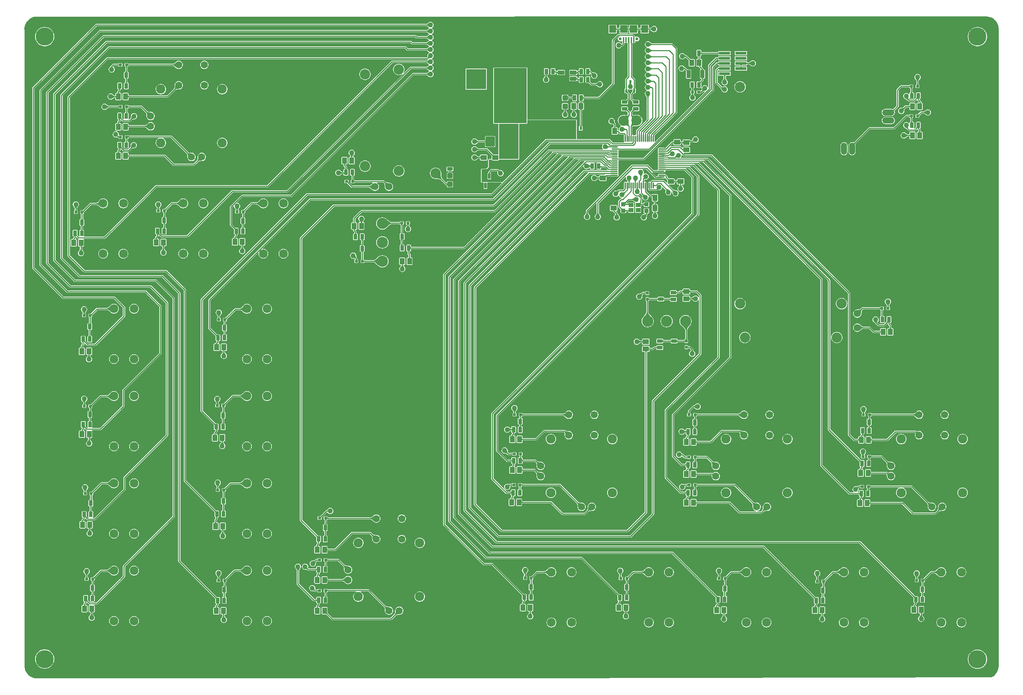
<source format=gtl>
G04*
G04 #@! TF.GenerationSoftware,Altium Limited,Altium Designer,19.1.7 (138)*
G04*
G04 Layer_Physical_Order=1*
G04 Layer_Color=255*
%FSAX25Y25*%
%MOIN*%
G70*
G01*
G75*
%ADD14C,0.01000*%
%ADD16C,0.00500*%
%ADD20O,0.06299X0.01181*%
%ADD21O,0.01181X0.06299*%
%ADD22R,0.02480X0.03268*%
G04:AMPARAMS|DCode=23|XSize=49.21mil|YSize=39.37mil|CornerRadius=2.95mil|HoleSize=0mil|Usage=FLASHONLY|Rotation=180.000|XOffset=0mil|YOffset=0mil|HoleType=Round|Shape=RoundedRectangle|*
%AMROUNDEDRECTD23*
21,1,0.04921,0.03347,0,0,180.0*
21,1,0.04331,0.03937,0,0,180.0*
1,1,0.00591,-0.02165,0.01673*
1,1,0.00591,0.02165,0.01673*
1,1,0.00591,0.02165,-0.01673*
1,1,0.00591,-0.02165,-0.01673*
%
%ADD23ROUNDEDRECTD23*%
G04:AMPARAMS|DCode=24|XSize=39.37mil|YSize=78.74mil|CornerRadius=2.95mil|HoleSize=0mil|Usage=FLASHONLY|Rotation=180.000|XOffset=0mil|YOffset=0mil|HoleType=Round|Shape=RoundedRectangle|*
%AMROUNDEDRECTD24*
21,1,0.03937,0.07284,0,0,180.0*
21,1,0.03347,0.07874,0,0,180.0*
1,1,0.00591,-0.01673,0.03642*
1,1,0.00591,0.01673,0.03642*
1,1,0.00591,0.01673,-0.03642*
1,1,0.00591,-0.01673,-0.03642*
%
%ADD24ROUNDEDRECTD24*%
G04:AMPARAMS|DCode=25|XSize=55.12mil|YSize=35.43mil|CornerRadius=2.66mil|HoleSize=0mil|Usage=FLASHONLY|Rotation=270.000|XOffset=0mil|YOffset=0mil|HoleType=Round|Shape=RoundedRectangle|*
%AMROUNDEDRECTD25*
21,1,0.05512,0.03012,0,0,270.0*
21,1,0.04980,0.03543,0,0,270.0*
1,1,0.00532,-0.01506,-0.02490*
1,1,0.00532,-0.01506,0.02490*
1,1,0.00532,0.01506,0.02490*
1,1,0.00532,0.01506,-0.02490*
%
%ADD25ROUNDEDRECTD25*%
G04:AMPARAMS|DCode=26|XSize=55.12mil|YSize=35.43mil|CornerRadius=2.66mil|HoleSize=0mil|Usage=FLASHONLY|Rotation=180.000|XOffset=0mil|YOffset=0mil|HoleType=Round|Shape=RoundedRectangle|*
%AMROUNDEDRECTD26*
21,1,0.05512,0.03012,0,0,180.0*
21,1,0.04980,0.03543,0,0,180.0*
1,1,0.00532,-0.02490,0.01506*
1,1,0.00532,0.02490,0.01506*
1,1,0.00532,0.02490,-0.01506*
1,1,0.00532,-0.02490,-0.01506*
%
%ADD26ROUNDEDRECTD26*%
%ADD27R,0.07480X0.07480*%
%ADD28R,0.07087X0.07480*%
%ADD29R,0.01575X0.05315*%
%ADD30R,0.11000X0.02900*%
%ADD31R,0.08000X0.04500*%
%ADD32R,0.02362X0.03543*%
G04:AMPARAMS|DCode=33|XSize=51.18mil|YSize=51.18mil|CornerRadius=5.12mil|HoleSize=0mil|Usage=FLASHONLY|Rotation=90.000|XOffset=0mil|YOffset=0mil|HoleType=Round|Shape=RoundedRectangle|*
%AMROUNDEDRECTD33*
21,1,0.05118,0.04095,0,0,90.0*
21,1,0.04095,0.05118,0,0,90.0*
1,1,0.01024,0.02047,0.02047*
1,1,0.01024,0.02047,-0.02047*
1,1,0.01024,-0.02047,-0.02047*
1,1,0.01024,-0.02047,0.02047*
%
%ADD33ROUNDEDRECTD33*%
G04:AMPARAMS|DCode=34|XSize=39.37mil|YSize=66.93mil|CornerRadius=3.94mil|HoleSize=0mil|Usage=FLASHONLY|Rotation=270.000|XOffset=0mil|YOffset=0mil|HoleType=Round|Shape=RoundedRectangle|*
%AMROUNDEDRECTD34*
21,1,0.03937,0.05906,0,0,270.0*
21,1,0.03150,0.06693,0,0,270.0*
1,1,0.00787,-0.02953,-0.01575*
1,1,0.00787,-0.02953,0.01575*
1,1,0.00787,0.02953,0.01575*
1,1,0.00787,0.02953,-0.01575*
%
%ADD34ROUNDEDRECTD34*%
G04:AMPARAMS|DCode=35|XSize=90.55mil|YSize=98.43mil|CornerRadius=6.79mil|HoleSize=0mil|Usage=FLASHONLY|Rotation=180.000|XOffset=0mil|YOffset=0mil|HoleType=Round|Shape=RoundedRectangle|*
%AMROUNDEDRECTD35*
21,1,0.09055,0.08484,0,0,180.0*
21,1,0.07697,0.09843,0,0,180.0*
1,1,0.01358,-0.03848,0.04242*
1,1,0.01358,0.03848,0.04242*
1,1,0.01358,0.03848,-0.04242*
1,1,0.01358,-0.03848,-0.04242*
%
%ADD35ROUNDEDRECTD35*%
%ADD36R,0.03268X0.02480*%
G04:AMPARAMS|DCode=37|XSize=49.21mil|YSize=62.99mil|CornerRadius=4.92mil|HoleSize=0mil|Usage=FLASHONLY|Rotation=180.000|XOffset=0mil|YOffset=0mil|HoleType=Round|Shape=RoundedRectangle|*
%AMROUNDEDRECTD37*
21,1,0.04921,0.05315,0,0,180.0*
21,1,0.03937,0.06299,0,0,180.0*
1,1,0.00984,-0.01968,0.02657*
1,1,0.00984,0.01968,0.02657*
1,1,0.00984,0.01968,-0.02657*
1,1,0.00984,-0.01968,-0.02657*
%
%ADD37ROUNDEDRECTD37*%
G04:AMPARAMS|DCode=38|XSize=49.21mil|YSize=62.99mil|CornerRadius=4.92mil|HoleSize=0mil|Usage=FLASHONLY|Rotation=90.000|XOffset=0mil|YOffset=0mil|HoleType=Round|Shape=RoundedRectangle|*
%AMROUNDEDRECTD38*
21,1,0.04921,0.05315,0,0,90.0*
21,1,0.03937,0.06299,0,0,90.0*
1,1,0.00984,0.02657,0.01968*
1,1,0.00984,0.02657,-0.01968*
1,1,0.00984,-0.02657,-0.01968*
1,1,0.00984,-0.02657,0.01968*
%
%ADD38ROUNDEDRECTD38*%
G04:AMPARAMS|DCode=39|XSize=43.31mil|YSize=39.37mil|CornerRadius=3.94mil|HoleSize=0mil|Usage=FLASHONLY|Rotation=0.000|XOffset=0mil|YOffset=0mil|HoleType=Round|Shape=RoundedRectangle|*
%AMROUNDEDRECTD39*
21,1,0.04331,0.03150,0,0,0.0*
21,1,0.03543,0.03937,0,0,0.0*
1,1,0.00787,0.01772,-0.01575*
1,1,0.00787,-0.01772,-0.01575*
1,1,0.00787,-0.01772,0.01575*
1,1,0.00787,0.01772,0.01575*
%
%ADD39ROUNDEDRECTD39*%
G04:AMPARAMS|DCode=40|XSize=23.62mil|YSize=53.15mil|CornerRadius=1.77mil|HoleSize=0mil|Usage=FLASHONLY|Rotation=180.000|XOffset=0mil|YOffset=0mil|HoleType=Round|Shape=RoundedRectangle|*
%AMROUNDEDRECTD40*
21,1,0.02362,0.04961,0,0,180.0*
21,1,0.02008,0.05315,0,0,180.0*
1,1,0.00354,-0.01004,0.02480*
1,1,0.00354,0.01004,0.02480*
1,1,0.00354,0.01004,-0.02480*
1,1,0.00354,-0.01004,-0.02480*
%
%ADD40ROUNDEDRECTD40*%
G04:AMPARAMS|DCode=41|XSize=27.56mil|YSize=23.62mil|CornerRadius=1.77mil|HoleSize=0mil|Usage=FLASHONLY|Rotation=180.000|XOffset=0mil|YOffset=0mil|HoleType=Round|Shape=RoundedRectangle|*
%AMROUNDEDRECTD41*
21,1,0.02756,0.02008,0,0,180.0*
21,1,0.02402,0.02362,0,0,180.0*
1,1,0.00354,-0.01201,0.01004*
1,1,0.00354,0.01201,0.01004*
1,1,0.00354,0.01201,-0.01004*
1,1,0.00354,-0.01201,-0.01004*
%
%ADD41ROUNDEDRECTD41*%
G04:AMPARAMS|DCode=42|XSize=27.56mil|YSize=23.62mil|CornerRadius=1.77mil|HoleSize=0mil|Usage=FLASHONLY|Rotation=270.000|XOffset=0mil|YOffset=0mil|HoleType=Round|Shape=RoundedRectangle|*
%AMROUNDEDRECTD42*
21,1,0.02756,0.02008,0,0,270.0*
21,1,0.02402,0.02362,0,0,270.0*
1,1,0.00354,-0.01004,-0.01201*
1,1,0.00354,-0.01004,0.01201*
1,1,0.00354,0.01004,0.01201*
1,1,0.00354,0.01004,-0.01201*
%
%ADD42ROUNDEDRECTD42*%
%ADD80C,0.01500*%
%ADD81O,0.05906X0.11812*%
%ADD82O,0.11812X0.05906*%
%ADD83C,0.08500*%
%ADD84C,0.17717*%
%ADD85C,0.07000*%
%ADD86C,0.09000*%
%ADD87C,0.07087*%
%ADD88C,0.10039*%
%ADD89C,0.10000*%
%ADD90C,0.10925*%
%ADD91C,0.19685*%
%ADD92R,0.19685X0.19685*%
%ADD93C,0.02756*%
%ADD94C,0.05000*%
G36*
X0944924Y0650209D02*
X0946484Y0649855D01*
X0947985Y0649299D01*
X0949400Y0648553D01*
X0950706Y0647629D01*
X0951880Y0646542D01*
X0952903Y0645310D01*
X0953755Y0643956D01*
X0954424Y0642503D01*
X0954897Y0640974D01*
X0955167Y0639397D01*
X0955197Y0638613D01*
X0955197Y0015862D01*
X0955200Y0015847D01*
X0955198Y0015831D01*
X0955229Y0015032D01*
X0955081Y0013439D01*
X0954726Y0011878D01*
X0954171Y0010377D01*
X0953425Y0008962D01*
X0952501Y0007656D01*
X0951413Y0006482D01*
X0950182Y0005460D01*
X0948828Y0004607D01*
X0948247Y0004339D01*
X0499662Y0003231D01*
X0016000Y0003303D01*
X0015985Y0003300D01*
X0015969Y0003302D01*
X0015170Y0003271D01*
X0013576Y0003419D01*
X0012016Y0003774D01*
X0010515Y0004329D01*
X0009100Y0005075D01*
X0007794Y0005999D01*
X0006620Y0007087D01*
X0005597Y0008318D01*
X0004745Y0009672D01*
X0004076Y0011125D01*
X0003603Y0012654D01*
X0003333Y0014231D01*
X0003303Y0015016D01*
X0003175Y0637500D01*
X0003171Y0637515D01*
X0003174Y0637531D01*
X0003143Y0638330D01*
X0003291Y0639924D01*
X0003645Y0641484D01*
X0004200Y0642985D01*
X0004947Y0644400D01*
X0005871Y0645706D01*
X0006959Y0646880D01*
X0008190Y0647903D01*
X0009544Y0648755D01*
X0010997Y0649424D01*
X0012526Y0649897D01*
X0014103Y0650167D01*
X0014887Y0650197D01*
X0942500Y0650325D01*
X0942515Y0650328D01*
X0942531Y0650326D01*
X0943330Y0650357D01*
X0944924Y0650209D01*
D02*
G37*
%LPC*%
G36*
X0613422Y0642194D02*
X0605335D01*
Y0639053D01*
X0605324Y0639048D01*
X0605250Y0639029D01*
X0605144Y0639011D01*
X0605009Y0639000D01*
X0604833Y0638995D01*
X0604785Y0638974D01*
X0603146D01*
X0603097Y0638995D01*
X0602921Y0639000D01*
X0602787Y0639011D01*
X0602681Y0639029D01*
X0602607Y0639048D01*
X0602595Y0639053D01*
Y0642194D01*
X0594115D01*
Y0639053D01*
X0594103Y0639048D01*
X0594029Y0639029D01*
X0593924Y0639011D01*
X0593789Y0639000D01*
X0593631Y0638996D01*
X0593473Y0639000D01*
X0593338Y0639011D01*
X0593232Y0639029D01*
X0593158Y0639048D01*
X0593147Y0639053D01*
Y0642194D01*
X0584666D01*
Y0639053D01*
X0584654Y0639048D01*
X0584581Y0639029D01*
X0584475Y0639011D01*
X0584340Y0639000D01*
X0584164Y0638995D01*
X0584116Y0638974D01*
X0582476D01*
X0582428Y0638995D01*
X0582252Y0639000D01*
X0582117Y0639011D01*
X0582012Y0639029D01*
X0581938Y0639048D01*
X0581926Y0639053D01*
Y0642194D01*
X0573839D01*
Y0633714D01*
X0581926D01*
Y0636855D01*
X0581938Y0636860D01*
X0582012Y0636879D01*
X0582117Y0636897D01*
X0582252Y0636909D01*
X0582428Y0636913D01*
X0582476Y0636935D01*
X0584116D01*
X0584164Y0636913D01*
X0584340Y0636909D01*
X0584475Y0636897D01*
X0584581Y0636879D01*
X0584654Y0636860D01*
X0584666Y0636855D01*
Y0633714D01*
X0593147D01*
Y0636855D01*
X0593158Y0636860D01*
X0593232Y0636879D01*
X0593338Y0636897D01*
X0593473Y0636909D01*
X0593631Y0636913D01*
X0593789Y0636909D01*
X0593924Y0636897D01*
X0594029Y0636879D01*
X0594103Y0636860D01*
X0594115Y0636855D01*
Y0633714D01*
X0602595D01*
Y0636855D01*
X0602607Y0636860D01*
X0602681Y0636879D01*
X0602787Y0636897D01*
X0602921Y0636909D01*
X0603097Y0636913D01*
X0603146Y0636935D01*
X0604785D01*
X0604833Y0636913D01*
X0605009Y0636909D01*
X0605144Y0636897D01*
X0605250Y0636879D01*
X0605324Y0636860D01*
X0605335Y0636855D01*
Y0633714D01*
X0613422D01*
Y0636901D01*
X0613434Y0636906D01*
X0613508Y0636925D01*
X0613613Y0636943D01*
X0613748Y0636954D01*
X0613924Y0636959D01*
X0613972Y0636980D01*
X0614474D01*
X0614515Y0636960D01*
X0614673Y0636950D01*
X0614806Y0636924D01*
X0614954Y0636878D01*
X0615116Y0636810D01*
X0615291Y0636718D01*
X0615478Y0636601D01*
X0615670Y0636462D01*
X0616107Y0636088D01*
X0616336Y0635864D01*
X0616379Y0635846D01*
X0616987Y0635380D01*
X0617717Y0635077D01*
X0618500Y0634974D01*
X0619283Y0635077D01*
X0620013Y0635380D01*
X0620640Y0635860D01*
X0621121Y0636487D01*
X0621423Y0637217D01*
X0621526Y0638000D01*
X0621423Y0638783D01*
X0621121Y0639513D01*
X0620640Y0640140D01*
X0620013Y0640621D01*
X0619283Y0640923D01*
X0618500Y0641026D01*
X0617717Y0640923D01*
X0616987Y0640621D01*
X0616388Y0640161D01*
X0616344Y0640144D01*
X0615879Y0639708D01*
X0615676Y0639542D01*
X0615478Y0639399D01*
X0615291Y0639282D01*
X0615116Y0639190D01*
X0614954Y0639122D01*
X0614806Y0639076D01*
X0614673Y0639050D01*
X0614515Y0639040D01*
X0614474Y0639020D01*
X0613972D01*
X0613924Y0639041D01*
X0613748Y0639046D01*
X0613613Y0639057D01*
X0613508Y0639075D01*
X0613434Y0639094D01*
X0613422Y0639099D01*
Y0642194D01*
D02*
G37*
G36*
X0400000Y0645026D02*
X0399217Y0644923D01*
X0398487Y0644621D01*
X0397888Y0644161D01*
X0397844Y0644144D01*
X0397379Y0643708D01*
X0397176Y0643542D01*
X0396978Y0643399D01*
X0396791Y0643282D01*
X0396616Y0643190D01*
X0396454Y0643122D01*
X0396306Y0643076D01*
X0396172Y0643050D01*
X0396015Y0643040D01*
X0395974Y0643020D01*
X0073500D01*
X0073110Y0642942D01*
X0072779Y0642721D01*
X0011279Y0581221D01*
X0011058Y0580890D01*
X0010980Y0580500D01*
X0010980Y0404500D01*
X0011058Y0404110D01*
X0011279Y0403779D01*
X0040279Y0374779D01*
X0040610Y0374558D01*
X0041000Y0374480D01*
X0090578D01*
X0099480Y0365578D01*
Y0357922D01*
X0072078Y0330520D01*
X0065422D01*
X0063496Y0332446D01*
X0063481Y0332489D01*
X0063473Y0332493D01*
X0063470Y0332502D01*
X0063110Y0332889D01*
X0062989Y0333039D01*
X0062898Y0333169D01*
X0062889Y0333184D01*
Y0333514D01*
X0062896Y0333529D01*
X0062889Y0333547D01*
Y0333607D01*
X0062892Y0333617D01*
X0062889Y0333621D01*
Y0337419D01*
X0062830Y0337718D01*
X0062660Y0337971D01*
X0062407Y0338141D01*
X0062108Y0338200D01*
X0059096D01*
X0058798Y0338141D01*
X0058544Y0337971D01*
X0058375Y0337718D01*
X0058316Y0337419D01*
Y0332439D01*
X0058375Y0332140D01*
X0058544Y0331887D01*
X0058798Y0331718D01*
X0059096Y0331658D01*
X0059405D01*
X0059406Y0331656D01*
X0059425Y0331583D01*
X0059443Y0331477D01*
X0059454Y0331342D01*
X0059459Y0331166D01*
X0059480Y0331118D01*
Y0329922D01*
X0058641Y0329083D01*
X0058420Y0328752D01*
X0058343Y0328362D01*
Y0327209D01*
X0058321Y0327161D01*
X0058317Y0326985D01*
X0058305Y0326850D01*
X0058288Y0326745D01*
X0058268Y0326671D01*
X0058267Y0326669D01*
X0057394D01*
X0057007Y0326592D01*
X0056678Y0326373D01*
X0056459Y0326045D01*
X0056382Y0325658D01*
Y0320342D01*
X0056459Y0319955D01*
X0056678Y0319627D01*
X0057007Y0319408D01*
X0057394Y0319331D01*
X0061331D01*
X0061718Y0319408D01*
X0062046Y0319627D01*
X0062265Y0319955D01*
X0062342Y0320342D01*
Y0325658D01*
X0062265Y0326045D01*
X0062046Y0326373D01*
X0061718Y0326592D01*
X0061331Y0326669D01*
X0060457D01*
X0060457Y0326671D01*
X0060437Y0326745D01*
X0060420Y0326850D01*
X0060408Y0326985D01*
X0060403Y0327161D01*
X0060382Y0327209D01*
Y0327940D01*
X0061221Y0328779D01*
X0061442Y0329110D01*
X0061520Y0329500D01*
Y0330798D01*
X0061755Y0330957D01*
X0061921Y0331031D01*
X0062020Y0331038D01*
X0064279Y0328779D01*
X0064610Y0328558D01*
X0065000Y0328480D01*
X0072500D01*
X0072890Y0328558D01*
X0073221Y0328779D01*
X0101221Y0356779D01*
X0101442Y0357110D01*
X0101520Y0357500D01*
Y0366000D01*
X0101442Y0366390D01*
X0101221Y0366721D01*
X0091721Y0376221D01*
X0091390Y0376442D01*
X0091000Y0376520D01*
X0041422D01*
X0013020Y0404922D01*
X0013020Y0580078D01*
X0073922Y0640980D01*
X0395974D01*
X0396015Y0640960D01*
X0396172Y0640950D01*
X0396306Y0640924D01*
X0396454Y0640878D01*
X0396616Y0640810D01*
X0396791Y0640718D01*
X0396978Y0640601D01*
X0397170Y0640462D01*
X0397607Y0640088D01*
X0397836Y0639864D01*
X0397879Y0639846D01*
X0398487Y0639380D01*
X0398750Y0639271D01*
Y0638729D01*
X0398487Y0638621D01*
X0397888Y0638161D01*
X0397844Y0638144D01*
X0397379Y0637708D01*
X0397176Y0637542D01*
X0396978Y0637399D01*
X0396791Y0637282D01*
X0396616Y0637190D01*
X0396454Y0637122D01*
X0396306Y0637076D01*
X0396172Y0637050D01*
X0396015Y0637040D01*
X0395974Y0637020D01*
X0077000D01*
X0076610Y0636942D01*
X0076279Y0636721D01*
X0018279Y0578721D01*
X0018058Y0578390D01*
X0017980Y0578000D01*
X0017980Y0407500D01*
X0018058Y0407110D01*
X0018279Y0406779D01*
X0044279Y0380779D01*
X0044610Y0380558D01*
X0045000Y0380480D01*
X0121078D01*
X0134980Y0366578D01*
Y0321422D01*
X0099279Y0285721D01*
X0099058Y0285390D01*
X0098980Y0285000D01*
Y0269922D01*
X0077078Y0248020D01*
X0069581D01*
X0069528Y0248082D01*
X0069359Y0248520D01*
X0069440Y0248640D01*
X0069499Y0248939D01*
Y0253919D01*
X0069440Y0254218D01*
X0069271Y0254471D01*
X0069017Y0254641D01*
X0068718Y0254700D01*
X0068308D01*
X0068307Y0254702D01*
X0068287Y0254776D01*
X0068270Y0254881D01*
X0068258Y0255016D01*
X0068254Y0255192D01*
X0068232Y0255240D01*
Y0257441D01*
X0068254Y0257489D01*
X0068258Y0257665D01*
X0068270Y0257800D01*
X0068287Y0257905D01*
X0068307Y0257979D01*
X0068308Y0257981D01*
X0068718D01*
X0069017Y0258040D01*
X0069271Y0258210D01*
X0069440Y0258463D01*
X0069499Y0258762D01*
Y0263742D01*
X0069440Y0264041D01*
X0069271Y0264294D01*
X0069017Y0264463D01*
X0068718Y0264523D01*
X0068701D01*
X0068701Y0264525D01*
X0068681Y0264598D01*
X0068664Y0264704D01*
X0068652Y0264839D01*
X0068647Y0265015D01*
X0068626Y0265063D01*
Y0267255D01*
X0068647Y0267303D01*
X0068652Y0267479D01*
X0068664Y0267614D01*
X0068681Y0267720D01*
X0068701Y0267793D01*
X0068706Y0267806D01*
X0068807D01*
X0069071Y0267858D01*
X0069295Y0268008D01*
X0069445Y0268232D01*
X0069498Y0268496D01*
Y0269165D01*
X0069508Y0269182D01*
X0069498Y0269227D01*
X0069515Y0269268D01*
X0069498Y0269311D01*
Y0269610D01*
X0069523Y0269653D01*
X0069609Y0269776D01*
X0069895Y0270113D01*
X0070082Y0270307D01*
X0070102Y0270357D01*
X0077665Y0277920D01*
X0083853D01*
X0083890Y0277900D01*
X0084105Y0277881D01*
X0084322Y0277827D01*
X0084587Y0277727D01*
X0084896Y0277580D01*
X0085244Y0277383D01*
X0085621Y0277142D01*
X0086996Y0276097D01*
X0087513Y0275657D01*
X0087513Y0275657D01*
X0087513Y0275657D01*
X0087514Y0275657D01*
X0087605Y0275627D01*
X0088261Y0275124D01*
X0089417Y0274645D01*
X0090657Y0274482D01*
X0091897Y0274645D01*
X0093053Y0275124D01*
X0094045Y0275885D01*
X0094806Y0276877D01*
X0095285Y0278033D01*
X0095448Y0279273D01*
X0095285Y0280513D01*
X0094806Y0281668D01*
X0094045Y0282660D01*
X0093053Y0283422D01*
X0091897Y0283900D01*
X0090657Y0284064D01*
X0089417Y0283900D01*
X0088261Y0283422D01*
X0087269Y0282660D01*
X0087063Y0282392D01*
X0086989Y0282355D01*
X0086578Y0281880D01*
X0085805Y0281086D01*
X0085457Y0280778D01*
X0085125Y0280519D01*
X0084816Y0280313D01*
X0084533Y0280160D01*
X0084279Y0280057D01*
X0084055Y0280000D01*
X0083812Y0279978D01*
X0083775Y0279959D01*
X0077242D01*
X0076852Y0279881D01*
X0076521Y0279660D01*
X0068665Y0271804D01*
X0068617Y0271786D01*
X0068234Y0271429D01*
X0068085Y0271310D01*
X0067956Y0271219D01*
X0067913Y0271194D01*
X0067614D01*
X0067572Y0271212D01*
X0067530Y0271195D01*
X0067485Y0271205D01*
X0067468Y0271194D01*
X0066405D01*
X0066141Y0271142D01*
X0065917Y0270992D01*
X0065768Y0270768D01*
X0065715Y0270504D01*
Y0268496D01*
X0065768Y0268232D01*
X0065917Y0268008D01*
X0066141Y0267858D01*
X0066405Y0267806D01*
X0066507D01*
X0066512Y0267793D01*
X0066532Y0267720D01*
X0066549Y0267614D01*
X0066561Y0267479D01*
X0066565Y0267303D01*
X0066587Y0267255D01*
Y0265063D01*
X0066565Y0265015D01*
X0066561Y0264839D01*
X0066549Y0264704D01*
X0066532Y0264598D01*
X0066512Y0264525D01*
X0066511Y0264523D01*
X0065707D01*
X0065408Y0264463D01*
X0065155Y0264294D01*
X0064985Y0264041D01*
X0064926Y0263742D01*
Y0258762D01*
X0064985Y0258463D01*
X0065155Y0258210D01*
X0065408Y0258040D01*
X0065707Y0257981D01*
X0066118D01*
X0066118Y0257979D01*
X0066138Y0257905D01*
X0066155Y0257800D01*
X0066167Y0257665D01*
X0066172Y0257489D01*
X0066193Y0257441D01*
Y0255240D01*
X0066172Y0255192D01*
X0066167Y0255016D01*
X0066155Y0254881D01*
X0066138Y0254776D01*
X0066118Y0254702D01*
X0066117Y0254700D01*
X0065707D01*
X0065408Y0254641D01*
X0065155Y0254471D01*
X0064985Y0254218D01*
X0064926Y0253919D01*
Y0248939D01*
X0064985Y0248640D01*
X0065066Y0248520D01*
X0064897Y0248082D01*
X0064897Y0248081D01*
X0064375Y0248067D01*
X0063649Y0248793D01*
X0063647Y0248807D01*
X0063607Y0248834D01*
X0063603Y0248839D01*
X0063585Y0248887D01*
X0063220Y0249280D01*
X0063100Y0249430D01*
X0063010Y0249559D01*
X0063003Y0249571D01*
Y0249822D01*
X0063031Y0249872D01*
X0063018Y0249916D01*
X0063034Y0249958D01*
X0063003Y0250024D01*
Y0253919D01*
X0062944Y0254218D01*
X0062774Y0254471D01*
X0062521Y0254641D01*
X0062222Y0254700D01*
X0059211D01*
X0058912Y0254641D01*
X0058659Y0254471D01*
X0058489Y0254218D01*
X0058430Y0253919D01*
Y0248939D01*
X0058489Y0248640D01*
X0058659Y0248387D01*
X0058912Y0248218D01*
X0059211Y0248158D01*
X0059311D01*
X0059519Y0247658D01*
X0058996Y0247135D01*
X0058775Y0246804D01*
X0058697Y0246414D01*
Y0246209D01*
X0058675Y0246161D01*
X0058671Y0245985D01*
X0058659Y0245850D01*
X0058642Y0245745D01*
X0058622Y0245671D01*
X0058621Y0245669D01*
X0057508D01*
X0057121Y0245592D01*
X0056793Y0245373D01*
X0056573Y0245045D01*
X0056496Y0244657D01*
Y0239342D01*
X0056573Y0238955D01*
X0056793Y0238627D01*
X0057121Y0238408D01*
X0057508Y0238331D01*
X0061445D01*
X0061832Y0238408D01*
X0062160Y0238627D01*
X0062379Y0238955D01*
X0062456Y0239342D01*
Y0244657D01*
X0062379Y0245045D01*
X0062160Y0245373D01*
X0061832Y0245592D01*
X0061445Y0245669D01*
X0061120D01*
X0060913Y0246169D01*
X0061437Y0246693D01*
X0061659Y0247024D01*
X0061686Y0247165D01*
X0062223Y0247335D01*
X0063279Y0246279D01*
X0063610Y0246058D01*
X0063884Y0246004D01*
X0064000Y0245690D01*
X0064001Y0245480D01*
X0063840Y0245373D01*
X0063621Y0245045D01*
X0063544Y0244657D01*
Y0239342D01*
X0063621Y0238955D01*
X0063840Y0238627D01*
X0064168Y0238408D01*
X0064555Y0238331D01*
X0065429D01*
X0065429Y0238329D01*
X0065449Y0238255D01*
X0065466Y0238150D01*
X0065478Y0238015D01*
X0065483Y0237839D01*
X0065504Y0237791D01*
Y0237031D01*
X0065484Y0236990D01*
X0065473Y0236832D01*
X0065448Y0236698D01*
X0065402Y0236551D01*
X0065334Y0236390D01*
X0065241Y0236217D01*
X0065124Y0236032D01*
X0064985Y0235841D01*
X0064610Y0235410D01*
X0064384Y0235184D01*
X0064368Y0235145D01*
X0064360Y0235140D01*
X0063880Y0234513D01*
X0063577Y0233783D01*
X0063474Y0233000D01*
X0063577Y0232217D01*
X0063880Y0231487D01*
X0064360Y0230860D01*
X0064987Y0230380D01*
X0065717Y0230077D01*
X0066500Y0229974D01*
X0067283Y0230077D01*
X0068013Y0230380D01*
X0068640Y0230860D01*
X0069121Y0231487D01*
X0069423Y0232217D01*
X0069526Y0233000D01*
X0069423Y0233783D01*
X0069121Y0234513D01*
X0068685Y0235081D01*
X0068664Y0235136D01*
X0068230Y0235606D01*
X0068065Y0235812D01*
X0067922Y0236013D01*
X0067805Y0236202D01*
X0067713Y0236378D01*
X0067645Y0236541D01*
X0067599Y0236689D01*
X0067574Y0236823D01*
X0067564Y0236980D01*
X0067543Y0237021D01*
Y0237791D01*
X0067565Y0237839D01*
X0067569Y0238015D01*
X0067581Y0238150D01*
X0067598Y0238255D01*
X0067618Y0238329D01*
X0067619Y0238331D01*
X0068492D01*
X0068879Y0238408D01*
X0069207Y0238627D01*
X0069427Y0238955D01*
X0069504Y0239342D01*
Y0244657D01*
X0069427Y0245045D01*
X0069207Y0245373D01*
X0069046Y0245480D01*
X0069198Y0245980D01*
X0077500D01*
X0077890Y0246058D01*
X0078221Y0246279D01*
X0100721Y0268779D01*
X0100942Y0269110D01*
X0101020Y0269500D01*
Y0284578D01*
X0136721Y0320279D01*
X0136942Y0320610D01*
X0137020Y0321000D01*
Y0367000D01*
X0136942Y0367390D01*
X0136721Y0367721D01*
X0122221Y0382221D01*
X0121890Y0382442D01*
X0121500Y0382520D01*
X0045422D01*
X0020020Y0407922D01*
X0020020Y0577578D01*
X0077422Y0634980D01*
X0395974D01*
X0396015Y0634960D01*
X0396172Y0634950D01*
X0396306Y0634924D01*
X0396454Y0634878D01*
X0396616Y0634810D01*
X0396791Y0634718D01*
X0396978Y0634601D01*
X0397170Y0634462D01*
X0397607Y0634088D01*
X0397836Y0633864D01*
X0397879Y0633846D01*
X0398487Y0633380D01*
X0398750Y0633271D01*
Y0632729D01*
X0398487Y0632620D01*
X0397888Y0632161D01*
X0397844Y0632144D01*
X0397379Y0631708D01*
X0397176Y0631542D01*
X0396978Y0631399D01*
X0396791Y0631282D01*
X0396616Y0631190D01*
X0396454Y0631122D01*
X0396306Y0631076D01*
X0396172Y0631050D01*
X0396015Y0631040D01*
X0395974Y0631020D01*
X0386922D01*
X0386221Y0631721D01*
X0385890Y0631942D01*
X0385500Y0632020D01*
X0080500D01*
X0080110Y0631942D01*
X0079779Y0631721D01*
X0024779Y0576721D01*
X0024558Y0576390D01*
X0024480Y0576000D01*
X0024480Y0409000D01*
X0024558Y0408610D01*
X0024779Y0408279D01*
X0047279Y0385779D01*
X0047610Y0385558D01*
X0048000Y0385480D01*
X0126078D01*
X0141480Y0370078D01*
X0141480Y0241422D01*
X0100279Y0200221D01*
X0100058Y0199890D01*
X0099980Y0199500D01*
Y0188422D01*
X0071578Y0160020D01*
X0070257D01*
X0070105Y0160520D01*
X0070156Y0160554D01*
X0070326Y0160807D01*
X0070385Y0161106D01*
Y0166086D01*
X0070326Y0166385D01*
X0070156Y0166638D01*
X0069903Y0166807D01*
X0069604Y0166867D01*
X0069194D01*
X0069193Y0166869D01*
X0069173Y0166942D01*
X0069156Y0167048D01*
X0069144Y0167183D01*
X0069139Y0167359D01*
X0069118Y0167407D01*
Y0170774D01*
X0069139Y0170822D01*
X0069144Y0170998D01*
X0069156Y0171133D01*
X0069173Y0171239D01*
X0069193Y0171312D01*
X0069194Y0171314D01*
X0069604D01*
X0069903Y0171374D01*
X0070156Y0171543D01*
X0070326Y0171796D01*
X0070385Y0172095D01*
Y0177076D01*
X0070326Y0177374D01*
X0070156Y0177628D01*
X0069903Y0177797D01*
X0069604Y0177856D01*
X0069587D01*
X0069586Y0177858D01*
X0069567Y0177932D01*
X0069550Y0178038D01*
X0069538Y0178172D01*
X0069533Y0178348D01*
X0069512Y0178396D01*
Y0181755D01*
X0069533Y0181803D01*
X0069538Y0181979D01*
X0069550Y0182114D01*
X0069567Y0182220D01*
X0069586Y0182293D01*
X0069591Y0182306D01*
X0069693D01*
X0069957Y0182358D01*
X0070181Y0182508D01*
X0070331Y0182732D01*
X0070383Y0182996D01*
Y0183911D01*
X0070401Y0183950D01*
X0070384Y0183994D01*
X0070396Y0184041D01*
X0070383Y0184062D01*
Y0184324D01*
X0070384Y0184325D01*
X0070473Y0184451D01*
X0070771Y0184800D01*
X0070968Y0185003D01*
X0070988Y0185054D01*
X0071039Y0185104D01*
X0071050Y0185114D01*
X0071050Y0185116D01*
X0078854Y0192920D01*
X0083801D01*
X0083838Y0192900D01*
X0084069Y0192879D01*
X0084290Y0192824D01*
X0084551Y0192722D01*
X0084848Y0192571D01*
X0085177Y0192369D01*
X0085526Y0192122D01*
X0086780Y0191037D01*
X0087241Y0190580D01*
X0087250Y0190576D01*
X0087269Y0190552D01*
X0088261Y0189790D01*
X0089417Y0189312D01*
X0090657Y0189148D01*
X0091897Y0189312D01*
X0093053Y0189790D01*
X0094045Y0190552D01*
X0094806Y0191544D01*
X0095285Y0192699D01*
X0095448Y0193939D01*
X0095285Y0195179D01*
X0094806Y0196335D01*
X0094045Y0197327D01*
X0093053Y0198088D01*
X0091897Y0198567D01*
X0090657Y0198730D01*
X0089417Y0198567D01*
X0088261Y0198088D01*
X0087269Y0197327D01*
X0087250Y0197302D01*
X0087241Y0197299D01*
X0087239Y0197297D01*
X0087239Y0197297D01*
X0087239Y0197297D01*
X0086776Y0196838D01*
X0085918Y0196066D01*
X0085535Y0195764D01*
X0085177Y0195510D01*
X0084848Y0195308D01*
X0084551Y0195157D01*
X0084290Y0195055D01*
X0084069Y0194999D01*
X0083838Y0194978D01*
X0083801Y0194959D01*
X0078431D01*
X0078041Y0194881D01*
X0077710Y0194660D01*
X0069354Y0186304D01*
X0069307Y0186287D01*
X0068939Y0185946D01*
X0068796Y0185832D01*
X0068670Y0185744D01*
X0068584Y0185694D01*
X0068233D01*
X0068185Y0185707D01*
X0068164Y0185694D01*
X0067291D01*
X0067027Y0185642D01*
X0066803Y0185492D01*
X0066654Y0185268D01*
X0066601Y0185004D01*
Y0182996D01*
X0066654Y0182732D01*
X0066803Y0182508D01*
X0067027Y0182358D01*
X0067291Y0182306D01*
X0067393D01*
X0067398Y0182293D01*
X0067417Y0182220D01*
X0067435Y0182114D01*
X0067447Y0181979D01*
X0067451Y0181803D01*
X0067472Y0181755D01*
Y0178396D01*
X0067451Y0178348D01*
X0067447Y0178172D01*
X0067435Y0178038D01*
X0067417Y0177932D01*
X0067398Y0177858D01*
X0067397Y0177856D01*
X0066593D01*
X0066294Y0177797D01*
X0066040Y0177628D01*
X0065871Y0177374D01*
X0065812Y0177076D01*
Y0172095D01*
X0065871Y0171796D01*
X0066040Y0171543D01*
X0066294Y0171374D01*
X0066593Y0171314D01*
X0067003D01*
X0067004Y0171312D01*
X0067024Y0171239D01*
X0067041Y0171133D01*
X0067053Y0170998D01*
X0067057Y0170822D01*
X0067079Y0170774D01*
Y0167407D01*
X0067057Y0167359D01*
X0067053Y0167183D01*
X0067041Y0167048D01*
X0067024Y0166942D01*
X0067004Y0166869D01*
X0067003Y0166867D01*
X0066593D01*
X0066294Y0166807D01*
X0066040Y0166638D01*
X0065871Y0166385D01*
X0065812Y0166086D01*
Y0161106D01*
X0065871Y0160807D01*
X0066040Y0160554D01*
X0066091Y0160520D01*
X0065940Y0160020D01*
X0065422D01*
X0064488Y0160954D01*
X0064470Y0161002D01*
X0064101Y0161398D01*
X0063980Y0161550D01*
X0063889Y0161680D01*
X0063889Y0161680D01*
Y0161925D01*
X0063914Y0161967D01*
X0063903Y0162011D01*
X0063920Y0162054D01*
X0063889Y0162127D01*
Y0166086D01*
X0063830Y0166385D01*
X0063660Y0166638D01*
X0063407Y0166807D01*
X0063108Y0166867D01*
X0060097D01*
X0059798Y0166807D01*
X0059544Y0166638D01*
X0059375Y0166385D01*
X0059316Y0166086D01*
Y0161106D01*
X0059375Y0160807D01*
X0059544Y0160554D01*
X0059798Y0160384D01*
X0060097Y0160325D01*
X0060278D01*
X0060383Y0159825D01*
X0059279Y0158721D01*
X0059058Y0158390D01*
X0058980Y0158000D01*
Y0157709D01*
X0058959Y0157661D01*
X0058954Y0157485D01*
X0058943Y0157350D01*
X0058925Y0157245D01*
X0058906Y0157171D01*
X0058905Y0157169D01*
X0058008D01*
X0057621Y0157092D01*
X0057293Y0156873D01*
X0057073Y0156545D01*
X0056996Y0156158D01*
Y0150842D01*
X0057073Y0150455D01*
X0057293Y0150127D01*
X0057621Y0149908D01*
X0058008Y0149831D01*
X0061945D01*
X0062332Y0149908D01*
X0062660Y0150127D01*
X0062879Y0150455D01*
X0062956Y0150842D01*
Y0156158D01*
X0062879Y0156545D01*
X0062660Y0156873D01*
X0062332Y0157092D01*
X0061945Y0157169D01*
X0061208D01*
X0061111Y0157669D01*
X0062221Y0158779D01*
X0062442Y0159110D01*
X0062492Y0159359D01*
X0062847Y0159525D01*
X0063020Y0159538D01*
X0064279Y0158279D01*
X0064610Y0158058D01*
X0065000Y0157980D01*
X0072000D01*
X0072390Y0158058D01*
X0072721Y0158279D01*
X0101721Y0187279D01*
X0101942Y0187610D01*
X0102020Y0188000D01*
Y0199078D01*
X0143221Y0240279D01*
X0143442Y0240610D01*
X0143520Y0241000D01*
X0143520Y0370500D01*
X0143442Y0370890D01*
X0143221Y0371221D01*
X0127221Y0387221D01*
X0126890Y0387442D01*
X0126500Y0387520D01*
X0048422D01*
X0026520Y0409422D01*
X0026520Y0575578D01*
X0080922Y0629980D01*
X0385078D01*
X0385779Y0629279D01*
X0386110Y0629058D01*
X0386500Y0628980D01*
X0395974D01*
X0396015Y0628960D01*
X0396172Y0628950D01*
X0396306Y0628924D01*
X0396454Y0628878D01*
X0396616Y0628810D01*
X0396791Y0628718D01*
X0396978Y0628601D01*
X0397170Y0628462D01*
X0397607Y0628088D01*
X0397836Y0627864D01*
X0397879Y0627846D01*
X0398487Y0627380D01*
X0398750Y0627271D01*
Y0626729D01*
X0398487Y0626620D01*
X0397888Y0626161D01*
X0397844Y0626144D01*
X0397379Y0625708D01*
X0397176Y0625542D01*
X0396978Y0625399D01*
X0396791Y0625282D01*
X0396616Y0625190D01*
X0396454Y0625122D01*
X0396306Y0625076D01*
X0396172Y0625050D01*
X0396015Y0625040D01*
X0395974Y0625020D01*
X0382422D01*
X0381221Y0626221D01*
X0380890Y0626442D01*
X0380500Y0626520D01*
X0083500Y0626519D01*
X0083110Y0626442D01*
X0082779Y0626221D01*
X0031779Y0575221D01*
X0031558Y0574890D01*
X0031480Y0574500D01*
X0031480Y0412000D01*
X0031558Y0411610D01*
X0031779Y0411279D01*
X0051779Y0391279D01*
X0052110Y0391058D01*
X0052500Y0390980D01*
X0131578D01*
X0147980Y0374578D01*
X0147980Y0161922D01*
X0099779Y0113721D01*
X0099558Y0113390D01*
X0099480Y0113000D01*
Y0103422D01*
X0073578Y0077520D01*
X0067422D01*
X0065996Y0078946D01*
X0065981Y0078989D01*
X0065973Y0078993D01*
X0065970Y0079002D01*
X0065610Y0079389D01*
X0065489Y0079539D01*
X0065398Y0079669D01*
X0065389Y0079684D01*
Y0080014D01*
X0065396Y0080029D01*
X0065389Y0080047D01*
Y0080107D01*
X0065392Y0080117D01*
X0065389Y0080121D01*
Y0083919D01*
X0065330Y0084218D01*
X0065160Y0084471D01*
X0064907Y0084641D01*
X0064608Y0084700D01*
X0061597D01*
X0061298Y0084641D01*
X0061044Y0084471D01*
X0060875Y0084218D01*
X0060816Y0083919D01*
Y0078939D01*
X0060875Y0078640D01*
X0061044Y0078387D01*
X0061298Y0078218D01*
X0061524Y0078173D01*
X0061642Y0077967D01*
X0061716Y0077658D01*
X0061141Y0077083D01*
X0060920Y0076752D01*
X0060843Y0076362D01*
Y0075709D01*
X0060821Y0075661D01*
X0060817Y0075485D01*
X0060805Y0075350D01*
X0060787Y0075245D01*
X0060768Y0075171D01*
X0060767Y0075169D01*
X0059894D01*
X0059507Y0075092D01*
X0059178Y0074873D01*
X0058959Y0074545D01*
X0058882Y0074158D01*
Y0068843D01*
X0058959Y0068455D01*
X0059178Y0068127D01*
X0059507Y0067908D01*
X0059894Y0067831D01*
X0063831D01*
X0064218Y0067908D01*
X0064546Y0068127D01*
X0064765Y0068455D01*
X0064842Y0068843D01*
Y0074158D01*
X0064765Y0074545D01*
X0064546Y0074873D01*
X0064218Y0075092D01*
X0063831Y0075169D01*
X0062957D01*
X0062957Y0075171D01*
X0062937Y0075245D01*
X0062920Y0075350D01*
X0062908Y0075485D01*
X0062903Y0075661D01*
X0062882Y0075709D01*
Y0075940D01*
X0063823Y0076881D01*
X0064044Y0077212D01*
X0064055Y0077264D01*
X0064207Y0077390D01*
X0064603Y0077456D01*
X0066279Y0075779D01*
X0066546Y0075600D01*
X0066560Y0075297D01*
X0066516Y0075067D01*
X0066226Y0074873D01*
X0066006Y0074545D01*
X0065929Y0074158D01*
Y0068843D01*
X0066006Y0068455D01*
X0066226Y0068127D01*
X0066554Y0067908D01*
X0066941Y0067831D01*
X0067814D01*
X0067815Y0067829D01*
X0067835Y0067755D01*
X0067852Y0067650D01*
X0067864Y0067515D01*
X0067868Y0067339D01*
X0067890Y0067291D01*
Y0066617D01*
X0067869Y0066575D01*
X0067859Y0066418D01*
X0067834Y0066284D01*
X0067788Y0066136D01*
X0067720Y0065975D01*
X0067628Y0065800D01*
X0067510Y0065613D01*
X0067371Y0065420D01*
X0066998Y0064984D01*
X0066773Y0064755D01*
X0066756Y0064712D01*
X0066289Y0064104D01*
X0065987Y0063374D01*
X0065884Y0062591D01*
X0065987Y0061807D01*
X0066289Y0061078D01*
X0066770Y0060451D01*
X0067396Y0059970D01*
X0068126Y0059668D01*
X0068909Y0059565D01*
X0069693Y0059668D01*
X0070422Y0059970D01*
X0071049Y0060451D01*
X0071530Y0061078D01*
X0071832Y0061807D01*
X0071935Y0062591D01*
X0071832Y0063374D01*
X0071530Y0064104D01*
X0071071Y0064702D01*
X0071054Y0064747D01*
X0070617Y0065211D01*
X0070452Y0065415D01*
X0070309Y0065613D01*
X0070191Y0065800D01*
X0070099Y0065975D01*
X0070031Y0066136D01*
X0069985Y0066284D01*
X0069960Y0066418D01*
X0069950Y0066575D01*
X0069929Y0066617D01*
Y0067291D01*
X0069950Y0067339D01*
X0069955Y0067515D01*
X0069967Y0067650D01*
X0069984Y0067755D01*
X0070004Y0067829D01*
X0070005Y0067831D01*
X0070878D01*
X0071265Y0067908D01*
X0071593Y0068127D01*
X0071812Y0068455D01*
X0071890Y0068843D01*
Y0074158D01*
X0071812Y0074545D01*
X0071593Y0074873D01*
X0071432Y0074980D01*
X0071584Y0075480D01*
X0074000D01*
X0074390Y0075558D01*
X0074721Y0075779D01*
X0101221Y0102279D01*
X0101442Y0102610D01*
X0101520Y0103000D01*
Y0112578D01*
X0149721Y0160779D01*
X0149942Y0161110D01*
X0150020Y0161500D01*
X0150020Y0161500D01*
X0150020Y0375000D01*
X0149942Y0375390D01*
X0149721Y0375721D01*
X0132721Y0392721D01*
X0132390Y0392942D01*
X0132000Y0393020D01*
X0052922D01*
X0033520Y0412422D01*
X0033520Y0574078D01*
X0083922Y0624480D01*
X0380078Y0624480D01*
X0381279Y0623279D01*
X0381610Y0623058D01*
X0382000Y0622980D01*
X0395974D01*
X0396015Y0622960D01*
X0396172Y0622950D01*
X0396306Y0622924D01*
X0396454Y0622878D01*
X0396616Y0622810D01*
X0396791Y0622718D01*
X0396978Y0622601D01*
X0397170Y0622462D01*
X0397607Y0622088D01*
X0397836Y0621864D01*
X0397879Y0621846D01*
X0398487Y0621380D01*
X0398750Y0621271D01*
Y0620729D01*
X0398487Y0620620D01*
X0397888Y0620161D01*
X0397844Y0620144D01*
X0397379Y0619708D01*
X0397176Y0619542D01*
X0396978Y0619399D01*
X0396791Y0619282D01*
X0396616Y0619190D01*
X0396454Y0619122D01*
X0396306Y0619076D01*
X0396172Y0619050D01*
X0396015Y0619040D01*
X0395974Y0619020D01*
X0377922D01*
X0376221Y0620721D01*
X0375890Y0620942D01*
X0375500Y0621020D01*
X0086000Y0621020D01*
X0085610Y0620942D01*
X0085279Y0620721D01*
X0038779Y0574221D01*
X0038558Y0573890D01*
X0038480Y0573500D01*
X0038480Y0414000D01*
X0038558Y0413610D01*
X0038779Y0413279D01*
X0056279Y0395779D01*
X0056610Y0395558D01*
X0057000Y0395480D01*
X0137578D01*
X0153480Y0379578D01*
X0153480Y0118000D01*
X0153558Y0117610D01*
X0153779Y0117279D01*
X0189117Y0081941D01*
X0189136Y0081891D01*
X0189493Y0081507D01*
X0189612Y0081359D01*
X0189703Y0081230D01*
X0189717Y0081204D01*
Y0080862D01*
X0189710Y0080845D01*
X0189717Y0080828D01*
Y0080760D01*
X0189717Y0080759D01*
X0189717Y0080759D01*
Y0077020D01*
X0189777Y0076722D01*
X0189946Y0076468D01*
X0190199Y0076299D01*
X0190498Y0076240D01*
X0190591D01*
X0190798Y0075740D01*
X0190043Y0074985D01*
X0189822Y0074654D01*
X0189744Y0074264D01*
Y0073624D01*
X0189723Y0073576D01*
X0189718Y0073400D01*
X0189706Y0073265D01*
X0189689Y0073159D01*
X0189669Y0073086D01*
X0189669Y0073084D01*
X0188795D01*
X0188408Y0073007D01*
X0188080Y0072787D01*
X0187861Y0072459D01*
X0187784Y0072072D01*
Y0066757D01*
X0187861Y0066370D01*
X0188080Y0066042D01*
X0188408Y0065823D01*
X0188795Y0065746D01*
X0192732D01*
X0193119Y0065823D01*
X0193448Y0066042D01*
X0193667Y0066370D01*
X0193744Y0066757D01*
Y0072072D01*
X0193667Y0072459D01*
X0193448Y0072787D01*
X0193119Y0073007D01*
X0192732Y0073084D01*
X0191859D01*
X0191858Y0073086D01*
X0191839Y0073159D01*
X0191821Y0073265D01*
X0191809Y0073400D01*
X0191805Y0073576D01*
X0191783Y0073624D01*
Y0073841D01*
X0192725Y0074783D01*
X0192946Y0075114D01*
X0193024Y0075504D01*
Y0075699D01*
X0193045Y0075748D01*
X0193050Y0075924D01*
X0193061Y0076058D01*
X0193079Y0076164D01*
X0193098Y0076238D01*
X0193099Y0076240D01*
X0193510D01*
X0193809Y0076299D01*
X0194062Y0076468D01*
X0194231Y0076722D01*
X0194291Y0077020D01*
Y0082001D01*
X0194231Y0082299D01*
X0194062Y0082553D01*
X0193809Y0082722D01*
X0193510Y0082781D01*
X0191740D01*
X0191740Y0082782D01*
X0191739Y0082781D01*
X0191671D01*
X0191654Y0082789D01*
X0191636Y0082781D01*
X0191294D01*
X0191269Y0082796D01*
X0191146Y0082882D01*
X0190809Y0083169D01*
X0190615Y0083356D01*
X0190567Y0083375D01*
X0155520Y0118422D01*
X0155520Y0380000D01*
X0155442Y0380390D01*
X0155221Y0380721D01*
X0138721Y0397221D01*
X0138390Y0397442D01*
X0138000Y0397520D01*
X0057422D01*
X0040520Y0414422D01*
X0040520Y0573078D01*
X0086422Y0618980D01*
X0375078Y0618980D01*
X0376779Y0617279D01*
X0377110Y0617058D01*
X0377500Y0616980D01*
X0395974D01*
X0396015Y0616960D01*
X0396172Y0616950D01*
X0396306Y0616924D01*
X0396454Y0616878D01*
X0396616Y0616810D01*
X0396791Y0616718D01*
X0396978Y0616601D01*
X0397170Y0616462D01*
X0397607Y0616088D01*
X0397836Y0615864D01*
X0397879Y0615846D01*
X0398487Y0615379D01*
X0398750Y0615271D01*
Y0614729D01*
X0398487Y0614620D01*
X0397860Y0614140D01*
X0397379Y0613513D01*
X0397077Y0612783D01*
X0396974Y0612000D01*
X0397005Y0611763D01*
X0396977Y0611696D01*
X0396987Y0611672D01*
X0396980Y0611647D01*
X0397001Y0611409D01*
X0397006Y0611204D01*
X0396995Y0611013D01*
X0396971Y0610838D01*
X0396934Y0610677D01*
X0396885Y0610529D01*
X0396823Y0610392D01*
X0396780Y0610319D01*
X0084299D01*
X0083909Y0610241D01*
X0083578Y0610020D01*
X0045779Y0572221D01*
X0045558Y0571890D01*
X0045480Y0571500D01*
X0045480Y0416500D01*
X0045558Y0416110D01*
X0045779Y0415779D01*
X0060779Y0400779D01*
X0061110Y0400558D01*
X0061500Y0400480D01*
X0141078D01*
X0158980Y0382578D01*
X0158980Y0196500D01*
X0159058Y0196110D01*
X0159279Y0195779D01*
X0188307Y0166751D01*
X0188326Y0166702D01*
X0188701Y0166300D01*
X0188826Y0166146D01*
X0188906Y0166032D01*
Y0165744D01*
X0188906Y0165744D01*
X0188906Y0165743D01*
Y0165671D01*
X0188899Y0165653D01*
X0188906Y0165636D01*
Y0161606D01*
X0188966Y0161307D01*
X0189135Y0161054D01*
X0189388Y0160884D01*
X0189687Y0160825D01*
X0189905D01*
X0189906Y0160823D01*
X0189925Y0160749D01*
X0189943Y0160644D01*
X0189954Y0160509D01*
X0189959Y0160333D01*
X0189980Y0160285D01*
Y0159922D01*
X0189232Y0159174D01*
X0189011Y0158843D01*
X0188933Y0158453D01*
Y0156209D01*
X0188912Y0156161D01*
X0188907Y0155985D01*
X0188895Y0155850D01*
X0188878Y0155745D01*
X0188858Y0155671D01*
X0188858Y0155669D01*
X0187984D01*
X0187597Y0155592D01*
X0187269Y0155373D01*
X0187050Y0155045D01*
X0186973Y0154657D01*
Y0149343D01*
X0187050Y0148955D01*
X0187269Y0148627D01*
X0187597Y0148408D01*
X0187984Y0148331D01*
X0191921D01*
X0192308Y0148408D01*
X0192637Y0148627D01*
X0192856Y0148955D01*
X0192933Y0149343D01*
Y0154657D01*
X0192856Y0155045D01*
X0192637Y0155373D01*
X0192308Y0155592D01*
X0191921Y0155669D01*
X0191048D01*
X0191047Y0155671D01*
X0191027Y0155745D01*
X0191010Y0155850D01*
X0190998Y0155985D01*
X0190994Y0156161D01*
X0190972Y0156209D01*
Y0158030D01*
X0191721Y0158779D01*
X0191942Y0159110D01*
X0192020Y0159500D01*
Y0160285D01*
X0192041Y0160333D01*
X0192046Y0160509D01*
X0192057Y0160644D01*
X0192075Y0160749D01*
X0192094Y0160823D01*
X0192095Y0160825D01*
X0192699D01*
X0192998Y0160884D01*
X0193251Y0161054D01*
X0193420Y0161307D01*
X0193480Y0161606D01*
Y0166586D01*
X0193420Y0166885D01*
X0193251Y0167138D01*
X0192998Y0167307D01*
X0192699Y0167367D01*
X0191156D01*
X0191156Y0167367D01*
X0191155Y0167367D01*
X0190731D01*
X0190657Y0167409D01*
X0190537Y0167493D01*
X0190214Y0167765D01*
X0190031Y0167941D01*
X0189981Y0167961D01*
X0161020Y0196922D01*
X0161020Y0383000D01*
X0160942Y0383390D01*
X0160721Y0383721D01*
X0142221Y0402221D01*
X0141890Y0402442D01*
X0141500Y0402520D01*
X0061922D01*
X0047520Y0416922D01*
X0047520Y0571078D01*
X0084721Y0608280D01*
X0397258D01*
X0397336Y0608187D01*
X0397485Y0607807D01*
X0397379Y0607708D01*
X0397176Y0607542D01*
X0396978Y0607399D01*
X0396791Y0607282D01*
X0396616Y0607190D01*
X0396454Y0607122D01*
X0396306Y0607076D01*
X0396172Y0607050D01*
X0396015Y0607040D01*
X0395974Y0607020D01*
X0362500D01*
X0362110Y0606942D01*
X0361779Y0606721D01*
X0240578Y0485520D01*
X0132000D01*
X0131610Y0485442D01*
X0131279Y0485221D01*
X0081078Y0435020D01*
X0061515D01*
X0061382Y0435257D01*
X0061312Y0435520D01*
X0061440Y0435711D01*
X0061499Y0436010D01*
Y0440990D01*
X0061440Y0441289D01*
X0061271Y0441542D01*
X0061017Y0441712D01*
X0060719Y0441771D01*
X0060308D01*
X0060307Y0441773D01*
X0060287Y0441847D01*
X0060270Y0441952D01*
X0060258Y0442087D01*
X0060254Y0442263D01*
X0060232Y0442311D01*
Y0445189D01*
X0060254Y0445237D01*
X0060258Y0445413D01*
X0060270Y0445548D01*
X0060287Y0445653D01*
X0060307Y0445727D01*
X0060308Y0445729D01*
X0060754D01*
X0061053Y0445788D01*
X0061306Y0445958D01*
X0061475Y0446211D01*
X0061535Y0446510D01*
Y0451490D01*
X0061475Y0451789D01*
X0061306Y0452042D01*
X0061053Y0452212D01*
X0060754Y0452271D01*
X0060587D01*
X0060587Y0452273D01*
X0060567Y0452347D01*
X0060549Y0452452D01*
X0060538Y0452587D01*
X0060533Y0452763D01*
X0060512Y0452811D01*
Y0456755D01*
X0060533Y0456803D01*
X0060538Y0456979D01*
X0060549Y0457114D01*
X0060567Y0457220D01*
X0060587Y0457293D01*
X0060592Y0457306D01*
X0060693D01*
X0060957Y0457358D01*
X0061181Y0457508D01*
X0061331Y0457732D01*
X0061383Y0457996D01*
Y0458665D01*
X0061394Y0458682D01*
X0061383Y0458727D01*
X0061401Y0458769D01*
X0061383Y0458811D01*
Y0459110D01*
X0061408Y0459153D01*
X0061495Y0459276D01*
X0061781Y0459613D01*
X0061968Y0459807D01*
X0061988Y0459857D01*
X0068217Y0466086D01*
X0073389D01*
X0073426Y0466067D01*
X0073632Y0466048D01*
X0073844Y0465995D01*
X0074111Y0465898D01*
X0074425Y0465752D01*
X0074769Y0465566D01*
X0076614Y0464298D01*
X0077158Y0463869D01*
X0077262Y0463840D01*
X0077762Y0463457D01*
X0078917Y0462978D01*
X0080157Y0462815D01*
X0081397Y0462978D01*
X0082552Y0463457D01*
X0083545Y0464218D01*
X0084306Y0465210D01*
X0084785Y0466366D01*
X0084948Y0467606D01*
X0084785Y0468846D01*
X0084306Y0470002D01*
X0083545Y0470994D01*
X0082552Y0471755D01*
X0081397Y0472234D01*
X0080157Y0472397D01*
X0078917Y0472234D01*
X0077762Y0471755D01*
X0076769Y0470994D01*
X0076463Y0470595D01*
X0076377Y0470550D01*
X0075610Y0469629D01*
X0075261Y0469264D01*
X0074924Y0468949D01*
X0074606Y0468688D01*
X0074307Y0468481D01*
X0074031Y0468328D01*
X0073781Y0468225D01*
X0073557Y0468167D01*
X0073309Y0468145D01*
X0073301Y0468141D01*
X0073293Y0468143D01*
X0073261Y0468126D01*
X0067795D01*
X0067405Y0468048D01*
X0067074Y0467827D01*
X0060551Y0461304D01*
X0060503Y0461286D01*
X0060119Y0460929D01*
X0059971Y0460810D01*
X0059842Y0460719D01*
X0059799Y0460694D01*
X0059500D01*
X0059457Y0460712D01*
X0059415Y0460695D01*
X0059371Y0460705D01*
X0059354Y0460694D01*
X0058291D01*
X0058027Y0460642D01*
X0057803Y0460492D01*
X0057653Y0460268D01*
X0057601Y0460004D01*
Y0457996D01*
X0057653Y0457732D01*
X0057803Y0457508D01*
X0058027Y0457358D01*
X0058291Y0457306D01*
X0058393D01*
X0058398Y0457293D01*
X0058417Y0457220D01*
X0058435Y0457114D01*
X0058447Y0456979D01*
X0058451Y0456803D01*
X0058473Y0456755D01*
Y0452811D01*
X0058451Y0452763D01*
X0058447Y0452587D01*
X0058435Y0452452D01*
X0058417Y0452347D01*
X0058398Y0452273D01*
X0058397Y0452271D01*
X0057742D01*
X0057443Y0452212D01*
X0057190Y0452042D01*
X0057021Y0451789D01*
X0056961Y0451490D01*
Y0446510D01*
X0057021Y0446211D01*
X0057190Y0445958D01*
X0057443Y0445788D01*
X0057742Y0445729D01*
X0058118D01*
X0058118Y0445727D01*
X0058138Y0445653D01*
X0058155Y0445548D01*
X0058167Y0445413D01*
X0058172Y0445237D01*
X0058193Y0445189D01*
Y0442311D01*
X0058172Y0442263D01*
X0058167Y0442087D01*
X0058155Y0441952D01*
X0058138Y0441847D01*
X0058118Y0441773D01*
X0058117Y0441771D01*
X0057707D01*
X0057408Y0441712D01*
X0057155Y0441542D01*
X0056985Y0441289D01*
X0056926Y0440990D01*
Y0436010D01*
X0056979Y0435743D01*
X0056976Y0435693D01*
X0056717Y0435229D01*
X0056467Y0435207D01*
X0055602Y0436072D01*
X0055585Y0436120D01*
X0055228Y0436503D01*
X0055108Y0436652D01*
X0055018Y0436781D01*
X0055003Y0436806D01*
Y0437148D01*
X0055010Y0437165D01*
X0055003Y0437183D01*
Y0437251D01*
X0055003Y0437252D01*
X0055003Y0437252D01*
Y0440990D01*
X0054944Y0441289D01*
X0054774Y0441542D01*
X0054521Y0441712D01*
X0054222Y0441771D01*
X0051211D01*
X0050912Y0441712D01*
X0050659Y0441542D01*
X0050489Y0441289D01*
X0050430Y0440990D01*
Y0436010D01*
X0050489Y0435711D01*
X0050659Y0435458D01*
X0050912Y0435288D01*
X0051211Y0435229D01*
X0051621D01*
X0051622Y0435227D01*
X0051642Y0435153D01*
X0051659Y0435048D01*
X0051671Y0434913D01*
X0051675Y0434737D01*
X0051697Y0434689D01*
Y0434639D01*
X0050755Y0433697D01*
X0050534Y0433367D01*
X0050479Y0433086D01*
X0050435Y0432987D01*
X0050432Y0432841D01*
X0050424Y0432727D01*
X0050417Y0432669D01*
X0049508D01*
X0049121Y0432592D01*
X0048793Y0432373D01*
X0048573Y0432045D01*
X0048496Y0431658D01*
Y0426342D01*
X0048573Y0425955D01*
X0048793Y0425627D01*
X0049121Y0425408D01*
X0049508Y0425331D01*
X0053445D01*
X0053832Y0425408D01*
X0054160Y0425627D01*
X0054379Y0425955D01*
X0054456Y0426342D01*
Y0431658D01*
X0054379Y0432045D01*
X0054160Y0432373D01*
X0053832Y0432592D01*
X0053445Y0432669D01*
X0053264D01*
X0053073Y0433131D01*
X0053438Y0433496D01*
X0053658Y0433826D01*
X0053736Y0434216D01*
Y0434316D01*
X0053916Y0434481D01*
X0054236Y0434554D01*
X0055511Y0433279D01*
X0055842Y0433058D01*
X0055990Y0433029D01*
X0055993Y0433021D01*
X0056043Y0432508D01*
X0055840Y0432373D01*
X0055621Y0432045D01*
X0055544Y0431658D01*
Y0426342D01*
X0055621Y0425955D01*
X0055840Y0425627D01*
X0056168Y0425408D01*
X0056555Y0425331D01*
X0057428D01*
X0057429Y0425329D01*
X0057449Y0425255D01*
X0057466Y0425150D01*
X0057478Y0425015D01*
X0057483Y0424839D01*
X0057504Y0424791D01*
Y0423050D01*
X0057484Y0423008D01*
X0057473Y0422851D01*
X0057448Y0422717D01*
X0057402Y0422569D01*
X0057334Y0422408D01*
X0057242Y0422233D01*
X0057125Y0422046D01*
X0056985Y0421853D01*
X0056612Y0421417D01*
X0056387Y0421188D01*
X0056370Y0421145D01*
X0055903Y0420537D01*
X0055601Y0419807D01*
X0055498Y0419024D01*
X0055601Y0418240D01*
X0055903Y0417511D01*
X0056384Y0416884D01*
X0057011Y0416403D01*
X0057740Y0416101D01*
X0058524Y0415998D01*
X0059307Y0416101D01*
X0060037Y0416403D01*
X0060663Y0416884D01*
X0061144Y0417511D01*
X0061446Y0418240D01*
X0061550Y0419024D01*
X0061446Y0419807D01*
X0061144Y0420537D01*
X0060685Y0421135D01*
X0060668Y0421180D01*
X0060231Y0421644D01*
X0060066Y0421848D01*
X0059923Y0422046D01*
X0059805Y0422233D01*
X0059713Y0422408D01*
X0059645Y0422569D01*
X0059600Y0422717D01*
X0059574Y0422851D01*
X0059564Y0423008D01*
X0059543Y0423050D01*
Y0424791D01*
X0059565Y0424839D01*
X0059569Y0425015D01*
X0059581Y0425150D01*
X0059598Y0425255D01*
X0059618Y0425329D01*
X0059619Y0425331D01*
X0060492D01*
X0060879Y0425408D01*
X0061207Y0425627D01*
X0061427Y0425955D01*
X0061504Y0426342D01*
Y0431658D01*
X0061427Y0432045D01*
X0061207Y0432373D01*
X0061046Y0432480D01*
X0061198Y0432980D01*
X0081500D01*
X0081890Y0433058D01*
X0082221Y0433279D01*
X0132422Y0483480D01*
X0241000D01*
X0241390Y0483558D01*
X0241721Y0483779D01*
X0362922Y0604980D01*
X0395974D01*
X0396015Y0604960D01*
X0396172Y0604950D01*
X0396306Y0604924D01*
X0396454Y0604878D01*
X0396616Y0604810D01*
X0396791Y0604718D01*
X0396978Y0604601D01*
X0397170Y0604462D01*
X0397607Y0604088D01*
X0397836Y0603864D01*
X0397879Y0603846D01*
X0398487Y0603379D01*
X0398750Y0603271D01*
Y0602729D01*
X0398487Y0602621D01*
X0397888Y0602161D01*
X0397844Y0602144D01*
X0397379Y0601708D01*
X0397176Y0601542D01*
X0396978Y0601399D01*
X0396791Y0601282D01*
X0396616Y0601190D01*
X0396454Y0601122D01*
X0396306Y0601076D01*
X0396172Y0601050D01*
X0396015Y0601040D01*
X0395974Y0601020D01*
X0380500D01*
X0380110Y0600942D01*
X0379779Y0600721D01*
X0373731Y0594673D01*
X0373354Y0595003D01*
X0373892Y0595705D01*
X0374448Y0597047D01*
X0374638Y0598488D01*
X0374448Y0599929D01*
X0373892Y0601272D01*
X0373007Y0602425D01*
X0371854Y0603310D01*
X0370512Y0603866D01*
X0369071Y0604056D01*
X0367630Y0603866D01*
X0366287Y0603310D01*
X0365134Y0602425D01*
X0364249Y0601272D01*
X0363693Y0599929D01*
X0363504Y0598488D01*
X0363693Y0597047D01*
X0364249Y0595705D01*
X0365134Y0594552D01*
X0366287Y0593667D01*
X0367630Y0593111D01*
X0369071Y0592921D01*
X0370512Y0593111D01*
X0371854Y0593667D01*
X0372556Y0594205D01*
X0372886Y0593828D01*
X0259578Y0480520D01*
X0206500D01*
X0206110Y0480442D01*
X0205779Y0480221D01*
X0162078Y0436520D01*
X0137422D01*
X0136102Y0437840D01*
X0136084Y0437888D01*
X0135708Y0438291D01*
X0135583Y0438445D01*
X0135503Y0438558D01*
Y0438918D01*
X0135510Y0438936D01*
X0135503Y0438953D01*
Y0442990D01*
X0135444Y0443289D01*
X0135275Y0443542D01*
X0135021Y0443712D01*
X0134722Y0443771D01*
X0131711D01*
X0131412Y0443712D01*
X0131159Y0443542D01*
X0130989Y0443289D01*
X0130930Y0442990D01*
Y0438010D01*
X0130989Y0437711D01*
X0131159Y0437458D01*
X0131412Y0437289D01*
X0131711Y0437229D01*
X0132121D01*
X0132122Y0437227D01*
X0132142Y0437153D01*
X0132159Y0437048D01*
X0132171Y0436913D01*
X0132176Y0436737D01*
X0132197Y0436689D01*
Y0436139D01*
X0131279Y0435221D01*
X0131058Y0434890D01*
X0130980Y0434500D01*
Y0433709D01*
X0130959Y0433661D01*
X0130954Y0433485D01*
X0130943Y0433350D01*
X0130925Y0433245D01*
X0130906Y0433171D01*
X0130905Y0433169D01*
X0130008D01*
X0129621Y0433092D01*
X0129293Y0432873D01*
X0129073Y0432545D01*
X0128996Y0432158D01*
Y0426842D01*
X0129073Y0426455D01*
X0129293Y0426127D01*
X0129621Y0425908D01*
X0130008Y0425831D01*
X0133945D01*
X0134332Y0425908D01*
X0134660Y0426127D01*
X0134879Y0426455D01*
X0134956Y0426842D01*
Y0432158D01*
X0134879Y0432545D01*
X0134660Y0432873D01*
X0134332Y0433092D01*
X0133945Y0433169D01*
X0133095D01*
X0133094Y0433171D01*
X0133075Y0433245D01*
X0133057Y0433350D01*
X0133046Y0433485D01*
X0133041Y0433661D01*
X0133020Y0433709D01*
Y0434078D01*
X0133938Y0434996D01*
X0134159Y0435326D01*
X0134236Y0435716D01*
Y0436115D01*
X0134736Y0436322D01*
X0136279Y0434779D01*
X0136610Y0434558D01*
X0137000Y0434480D01*
X0162500D01*
X0162890Y0434558D01*
X0163221Y0434779D01*
X0206922Y0478480D01*
X0260000D01*
X0260390Y0478558D01*
X0260721Y0478779D01*
X0380922Y0598980D01*
X0395974D01*
X0396015Y0598960D01*
X0396172Y0598950D01*
X0396306Y0598924D01*
X0396454Y0598878D01*
X0396616Y0598810D01*
X0396791Y0598718D01*
X0396978Y0598601D01*
X0397170Y0598462D01*
X0397607Y0598088D01*
X0397836Y0597864D01*
X0397879Y0597846D01*
X0398487Y0597379D01*
X0398750Y0597271D01*
Y0596729D01*
X0398487Y0596621D01*
X0397888Y0596161D01*
X0397844Y0596144D01*
X0397380Y0595708D01*
X0397176Y0595542D01*
X0396978Y0595399D01*
X0396791Y0595282D01*
X0396616Y0595190D01*
X0396454Y0595122D01*
X0396306Y0595076D01*
X0396172Y0595050D01*
X0396015Y0595040D01*
X0395974Y0595020D01*
X0383000D01*
X0382610Y0594942D01*
X0382279Y0594721D01*
X0263578Y0476020D01*
X0216050D01*
X0215660Y0475942D01*
X0215329Y0475721D01*
X0204279Y0464671D01*
X0204058Y0464340D01*
X0203980Y0463950D01*
Y0446701D01*
X0204058Y0446311D01*
X0204279Y0445980D01*
X0207331Y0442928D01*
X0207348Y0442880D01*
X0207705Y0442497D01*
X0207825Y0442348D01*
X0207915Y0442219D01*
X0207930Y0442194D01*
Y0441852D01*
X0207923Y0441835D01*
X0207930Y0441817D01*
Y0441749D01*
X0207930Y0441748D01*
X0207930Y0441748D01*
Y0438010D01*
X0207989Y0437711D01*
X0208159Y0437458D01*
X0208412Y0437289D01*
X0208711Y0437229D01*
X0209121D01*
X0209122Y0437227D01*
X0209142Y0437153D01*
X0209159Y0437048D01*
X0209171Y0436913D01*
X0209175Y0436737D01*
X0209197Y0436689D01*
Y0436639D01*
X0208255Y0435697D01*
X0208034Y0435367D01*
X0207957Y0434976D01*
Y0434209D01*
X0207935Y0434161D01*
X0207931Y0433985D01*
X0207919Y0433850D01*
X0207902Y0433745D01*
X0207882Y0433671D01*
X0207881Y0433669D01*
X0207008D01*
X0206621Y0433592D01*
X0206293Y0433373D01*
X0206073Y0433045D01*
X0205996Y0432657D01*
Y0427343D01*
X0206073Y0426955D01*
X0206293Y0426627D01*
X0206621Y0426408D01*
X0207008Y0426331D01*
X0210945D01*
X0211332Y0426408D01*
X0211660Y0426627D01*
X0211879Y0426955D01*
X0211956Y0427343D01*
Y0432657D01*
X0211879Y0433045D01*
X0211660Y0433373D01*
X0211332Y0433592D01*
X0210945Y0433669D01*
X0210071D01*
X0210071Y0433671D01*
X0210051Y0433745D01*
X0210034Y0433850D01*
X0210022Y0433985D01*
X0210017Y0434161D01*
X0209996Y0434209D01*
Y0434554D01*
X0210938Y0435496D01*
X0211158Y0435826D01*
X0211236Y0436216D01*
Y0436689D01*
X0211258Y0436737D01*
X0211262Y0436913D01*
X0211274Y0437048D01*
X0211291Y0437153D01*
X0211311Y0437227D01*
X0211312Y0437229D01*
X0211722D01*
X0212021Y0437289D01*
X0212275Y0437458D01*
X0212444Y0437711D01*
X0212503Y0438010D01*
Y0442990D01*
X0212444Y0443289D01*
X0212275Y0443542D01*
X0212021Y0443712D01*
X0211722Y0443771D01*
X0209953D01*
X0209952Y0443771D01*
X0209951Y0443771D01*
X0209883D01*
X0209866Y0443778D01*
X0209849Y0443771D01*
X0209507D01*
X0209482Y0443785D01*
X0209359Y0443872D01*
X0209022Y0444158D01*
X0208828Y0444345D01*
X0208778Y0444365D01*
X0206020Y0447123D01*
Y0463527D01*
X0207497Y0465005D01*
X0208000Y0464801D01*
X0208077Y0464217D01*
X0208380Y0463487D01*
X0208847Y0462878D01*
X0208862Y0462837D01*
X0209300Y0462375D01*
X0209465Y0462172D01*
X0209609Y0461975D01*
X0209726Y0461788D01*
X0209781Y0461684D01*
X0209783Y0461649D01*
X0209727Y0461458D01*
X0209544Y0461143D01*
X0209543Y0461142D01*
X0209319Y0460992D01*
X0209169Y0460768D01*
X0209117Y0460504D01*
Y0458496D01*
X0209169Y0458232D01*
X0209319Y0458008D01*
X0209543Y0457858D01*
X0209807Y0457806D01*
X0212209D01*
X0212473Y0457858D01*
X0212697Y0458008D01*
X0212846Y0458232D01*
X0212899Y0458496D01*
Y0460504D01*
X0212846Y0460768D01*
X0212697Y0460992D01*
X0212473Y0461142D01*
X0212467Y0461148D01*
X0212282Y0461471D01*
X0212231Y0461646D01*
X0212232Y0461685D01*
X0212290Y0461793D01*
X0212407Y0461981D01*
X0212546Y0462174D01*
X0212919Y0462612D01*
X0213143Y0462842D01*
X0213162Y0462889D01*
X0213620Y0463487D01*
X0213923Y0464217D01*
X0214026Y0465000D01*
X0213923Y0465783D01*
X0213620Y0466513D01*
X0213140Y0467140D01*
X0212513Y0467621D01*
X0211783Y0467923D01*
X0211199Y0468000D01*
X0210995Y0468503D01*
X0216473Y0473980D01*
X0264000D01*
X0264390Y0474058D01*
X0264721Y0474279D01*
X0383422Y0592980D01*
X0395974D01*
X0396015Y0592960D01*
X0396172Y0592950D01*
X0396306Y0592924D01*
X0396454Y0592878D01*
X0396616Y0592810D01*
X0396791Y0592718D01*
X0396978Y0592601D01*
X0397170Y0592462D01*
X0397606Y0592088D01*
X0397836Y0591864D01*
X0397879Y0591846D01*
X0398487Y0591379D01*
X0399217Y0591077D01*
X0400000Y0590974D01*
X0400783Y0591077D01*
X0401513Y0591379D01*
X0402140Y0591860D01*
X0402621Y0592487D01*
X0402923Y0593217D01*
X0403026Y0594000D01*
X0402923Y0594783D01*
X0402621Y0595513D01*
X0402140Y0596140D01*
X0401513Y0596621D01*
X0401250Y0596729D01*
Y0597271D01*
X0401513Y0597379D01*
X0402140Y0597860D01*
X0402621Y0598487D01*
X0402923Y0599217D01*
X0403026Y0600000D01*
X0402923Y0600783D01*
X0402621Y0601513D01*
X0402140Y0602140D01*
X0401513Y0602621D01*
X0401250Y0602729D01*
Y0603271D01*
X0401513Y0603379D01*
X0402140Y0603860D01*
X0402621Y0604487D01*
X0402923Y0605217D01*
X0403026Y0606000D01*
X0402923Y0606783D01*
X0402621Y0607513D01*
X0402140Y0608140D01*
X0401513Y0608621D01*
X0401250Y0608729D01*
Y0609271D01*
X0401513Y0609379D01*
X0402140Y0609860D01*
X0402621Y0610487D01*
X0402923Y0611217D01*
X0403026Y0612000D01*
X0402923Y0612783D01*
X0402621Y0613513D01*
X0402140Y0614140D01*
X0401513Y0614620D01*
X0401250Y0614729D01*
Y0615271D01*
X0401513Y0615379D01*
X0402140Y0615860D01*
X0402621Y0616487D01*
X0402923Y0617217D01*
X0403026Y0618000D01*
X0402923Y0618783D01*
X0402621Y0619513D01*
X0402140Y0620140D01*
X0401513Y0620620D01*
X0401250Y0620729D01*
Y0621271D01*
X0401513Y0621380D01*
X0402140Y0621860D01*
X0402621Y0622487D01*
X0402923Y0623217D01*
X0403026Y0624000D01*
X0402923Y0624783D01*
X0402621Y0625513D01*
X0402140Y0626140D01*
X0401513Y0626620D01*
X0401250Y0626729D01*
Y0627271D01*
X0401513Y0627380D01*
X0402140Y0627860D01*
X0402621Y0628487D01*
X0402923Y0629217D01*
X0403026Y0630000D01*
X0402923Y0630783D01*
X0402621Y0631513D01*
X0402140Y0632140D01*
X0401513Y0632620D01*
X0401250Y0632729D01*
Y0633271D01*
X0401513Y0633380D01*
X0402140Y0633860D01*
X0402621Y0634487D01*
X0402923Y0635217D01*
X0403026Y0636000D01*
X0402923Y0636783D01*
X0402621Y0637513D01*
X0402140Y0638140D01*
X0401513Y0638621D01*
X0401250Y0638729D01*
Y0639271D01*
X0401513Y0639380D01*
X0402140Y0639860D01*
X0402621Y0640487D01*
X0402923Y0641217D01*
X0403026Y0642000D01*
X0402923Y0642783D01*
X0402621Y0643513D01*
X0402140Y0644140D01*
X0401513Y0644621D01*
X0400783Y0644923D01*
X0400000Y0645026D01*
D02*
G37*
G36*
X0597598Y0633128D02*
X0583400D01*
X0583010Y0633050D01*
X0582679Y0632829D01*
X0577679Y0627829D01*
X0577458Y0627499D01*
X0577380Y0627108D01*
X0577458Y0626718D01*
X0577480Y0626685D01*
Y0584922D01*
X0564361Y0571803D01*
X0550152D01*
X0550104Y0571824D01*
X0549928Y0571829D01*
X0549793Y0571840D01*
X0549687Y0571858D01*
X0549614Y0571877D01*
X0549612Y0571878D01*
Y0573273D01*
X0549552Y0573572D01*
X0549383Y0573825D01*
X0549130Y0573995D01*
X0548831Y0574054D01*
X0545819D01*
X0545521Y0573995D01*
X0545267Y0573825D01*
X0545098Y0573572D01*
X0545039Y0573273D01*
Y0568293D01*
X0545098Y0567994D01*
X0545267Y0567741D01*
X0545521Y0567572D01*
X0545819Y0567512D01*
X0545982D01*
X0545983Y0567510D01*
X0546002Y0567437D01*
X0546020Y0567331D01*
X0546032Y0567196D01*
X0546036Y0567020D01*
X0546053Y0566982D01*
X0546036Y0566944D01*
X0546032Y0566768D01*
X0546020Y0566634D01*
X0546002Y0566528D01*
X0545983Y0566454D01*
X0545982Y0566452D01*
X0545109D01*
X0544722Y0566375D01*
X0544393Y0566156D01*
X0544174Y0565828D01*
X0544097Y0565441D01*
Y0560126D01*
X0544174Y0559739D01*
X0544393Y0559410D01*
X0544722Y0559191D01*
X0545109Y0559114D01*
X0545795D01*
X0545795Y0559112D01*
X0545815Y0559038D01*
X0545832Y0558933D01*
X0545844Y0558798D01*
X0545849Y0558622D01*
X0545870Y0558574D01*
Y0543684D01*
X0545849Y0543636D01*
X0545844Y0543463D01*
X0545832Y0543330D01*
X0545815Y0543227D01*
X0545796Y0543155D01*
X0545788Y0543135D01*
X0545785Y0543134D01*
X0545150D01*
Y0538866D01*
X0548630D01*
Y0543134D01*
X0547995D01*
X0547992Y0543135D01*
X0547984Y0543155D01*
X0547964Y0543227D01*
X0547947Y0543330D01*
X0547935Y0543463D01*
X0547931Y0543636D01*
X0547909Y0543684D01*
Y0558574D01*
X0547931Y0558622D01*
X0547935Y0558798D01*
X0547947Y0558933D01*
X0547964Y0559038D01*
X0547984Y0559112D01*
X0547985Y0559114D01*
X0549046D01*
X0549433Y0559191D01*
X0549761Y0559410D01*
X0549980Y0559739D01*
X0550057Y0560126D01*
Y0565441D01*
X0549980Y0565828D01*
X0549761Y0566156D01*
X0549433Y0566375D01*
X0549046Y0566452D01*
X0548172D01*
X0548172Y0566454D01*
X0548152Y0566528D01*
X0548135Y0566634D01*
X0548123Y0566768D01*
X0548118Y0566944D01*
X0548101Y0566982D01*
X0548118Y0567020D01*
X0548123Y0567196D01*
X0548135Y0567331D01*
X0548152Y0567437D01*
X0548172Y0567510D01*
X0548172Y0567512D01*
X0548831D01*
X0549130Y0567572D01*
X0549383Y0567741D01*
X0549552Y0567994D01*
X0549612Y0568293D01*
Y0569688D01*
X0549614Y0569689D01*
X0549687Y0569708D01*
X0549793Y0569726D01*
X0549928Y0569738D01*
X0550104Y0569742D01*
X0550152Y0569764D01*
X0564783D01*
X0565173Y0569841D01*
X0565504Y0570062D01*
X0579221Y0583779D01*
X0579442Y0584110D01*
X0579520Y0584500D01*
Y0626786D01*
X0583822Y0631089D01*
X0584768D01*
X0584818Y0630589D01*
X0584540Y0630534D01*
X0583758Y0630012D01*
X0583236Y0629230D01*
X0583053Y0628308D01*
X0583236Y0627387D01*
X0583758Y0626605D01*
X0584540Y0626083D01*
X0585461Y0625900D01*
X0586383Y0626083D01*
X0586725Y0626312D01*
X0587225Y0626045D01*
Y0624947D01*
X0587222Y0624944D01*
X0587225Y0624907D01*
Y0624848D01*
X0587196Y0624777D01*
X0587225Y0624707D01*
Y0624265D01*
X0587225D01*
X0587329Y0623765D01*
X0587243Y0623616D01*
X0587095Y0623501D01*
X0586674Y0623544D01*
X0586531Y0623596D01*
X0586520Y0623621D01*
X0586495Y0623654D01*
X0586494Y0623658D01*
X0586492Y0623659D01*
X0586040Y0624248D01*
X0585413Y0624729D01*
X0584683Y0625031D01*
X0583900Y0625134D01*
X0583117Y0625031D01*
X0582387Y0624729D01*
X0581760Y0624248D01*
X0581280Y0623621D01*
X0580977Y0622892D01*
X0580874Y0622109D01*
X0580977Y0621325D01*
X0581280Y0620596D01*
X0581760Y0619969D01*
X0582387Y0619488D01*
X0583117Y0619186D01*
X0583900Y0619083D01*
X0584683Y0619186D01*
X0585413Y0619488D01*
X0586040Y0619969D01*
X0586492Y0620558D01*
X0586494Y0620559D01*
X0586495Y0620563D01*
X0586520Y0620596D01*
X0586537Y0620635D01*
X0586575Y0620663D01*
X0586634Y0620762D01*
X0586682Y0620824D01*
X0586734Y0620876D01*
X0586792Y0620921D01*
X0586859Y0620961D01*
X0586937Y0620995D01*
X0587029Y0621025D01*
X0587136Y0621047D01*
X0587260Y0621062D01*
X0587420Y0621068D01*
X0587517Y0621112D01*
X0587790Y0621167D01*
X0588121Y0621387D01*
X0589121Y0622388D01*
X0589342Y0622718D01*
X0589420Y0623108D01*
Y0623717D01*
X0589441Y0623766D01*
X0589445Y0623943D01*
X0589454Y0624084D01*
X0589469Y0624197D01*
X0589483Y0624265D01*
X0592649D01*
X0592661Y0624208D01*
X0592686Y0623936D01*
X0592690Y0623767D01*
X0592711Y0623717D01*
Y0591653D01*
X0590739Y0589681D01*
X0590518Y0589350D01*
X0590440Y0588960D01*
Y0580317D01*
X0590419Y0580269D01*
X0590414Y0580096D01*
X0590403Y0579963D01*
X0590385Y0579860D01*
X0590366Y0579788D01*
X0590358Y0579769D01*
X0590355Y0579767D01*
X0589779D01*
Y0575224D01*
X0590992D01*
X0591019Y0575209D01*
X0591067Y0575224D01*
X0591331D01*
X0591427Y0575172D01*
X0591567Y0575078D01*
X0592210Y0574534D01*
X0592463Y0574287D01*
X0592514Y0574267D01*
X0592680Y0574100D01*
Y0570062D01*
X0592078Y0569459D01*
X0592030Y0569441D01*
X0591646Y0569085D01*
X0591498Y0568965D01*
X0591368Y0568875D01*
X0591343Y0568860D01*
X0591001D01*
X0590984Y0568867D01*
X0590967Y0568860D01*
X0590899D01*
X0590898Y0568860D01*
X0590897Y0568860D01*
X0587159D01*
X0586861Y0568801D01*
X0586607Y0568631D01*
X0586438Y0568378D01*
X0586378Y0568079D01*
Y0565067D01*
X0586438Y0564769D01*
X0586607Y0564515D01*
X0586861Y0564346D01*
X0587159Y0564287D01*
X0592140D01*
X0592438Y0564346D01*
X0592692Y0564515D01*
X0592861Y0564769D01*
X0592920Y0565067D01*
Y0566837D01*
X0592921Y0566838D01*
X0592920Y0566839D01*
Y0566906D01*
X0592928Y0566924D01*
X0592920Y0566941D01*
Y0567283D01*
X0592935Y0567308D01*
X0593021Y0567431D01*
X0593307Y0567768D01*
X0593495Y0567962D01*
X0593514Y0568012D01*
X0594421Y0568919D01*
X0594642Y0569249D01*
X0594720Y0569640D01*
Y0574523D01*
X0594642Y0574913D01*
X0594421Y0575244D01*
X0593750Y0575915D01*
X0593732Y0575963D01*
X0593364Y0576358D01*
X0593241Y0576510D01*
X0593148Y0576642D01*
X0593141Y0576654D01*
Y0576927D01*
X0593155Y0576954D01*
X0593142Y0576999D01*
X0593157Y0577044D01*
X0593141Y0577076D01*
Y0578933D01*
X0593589Y0579154D01*
X0593687Y0579079D01*
X0594417Y0578777D01*
X0595200Y0578674D01*
X0595983Y0578777D01*
X0596713Y0579079D01*
X0596811Y0579154D01*
X0597259Y0578933D01*
Y0577253D01*
X0597249Y0577236D01*
X0597259Y0577193D01*
Y0577191D01*
X0597242Y0577150D01*
X0597259Y0577108D01*
Y0576808D01*
X0597234Y0576765D01*
X0597148Y0576642D01*
X0596924Y0576379D01*
X0596494Y0575931D01*
X0596474Y0575881D01*
X0595729Y0575136D01*
X0595508Y0574805D01*
X0595430Y0574415D01*
Y0569523D01*
X0595508Y0569133D01*
X0595729Y0568802D01*
X0596779Y0567752D01*
X0596796Y0567704D01*
X0597132Y0567343D01*
X0597244Y0567202D01*
X0597331Y0567076D01*
X0597378Y0566994D01*
Y0565067D01*
X0597438Y0564769D01*
X0597607Y0564515D01*
X0597860Y0564346D01*
X0598159Y0564287D01*
X0603140D01*
X0603438Y0564346D01*
X0603692Y0564515D01*
X0603861Y0564769D01*
X0603920Y0565067D01*
Y0568079D01*
X0603861Y0568378D01*
X0603692Y0568631D01*
X0603438Y0568801D01*
X0603140Y0568860D01*
X0599057D01*
X0599039Y0568867D01*
X0599023Y0568860D01*
X0598672D01*
X0598571Y0568932D01*
X0598217Y0569235D01*
X0598011Y0569434D01*
X0597961Y0569454D01*
X0597470Y0569945D01*
Y0573992D01*
X0597919Y0574442D01*
X0597970Y0574463D01*
X0598204Y0574692D01*
X0598523Y0574989D01*
X0598672Y0575108D01*
X0598801Y0575199D01*
X0598843Y0575224D01*
X0599144D01*
X0599185Y0575206D01*
X0599227Y0575224D01*
X0599228D01*
X0599272Y0575213D01*
X0599288Y0575224D01*
X0600621D01*
Y0579767D01*
X0600045D01*
X0600042Y0579769D01*
X0600034Y0579788D01*
X0600015Y0579860D01*
X0599997Y0579963D01*
X0599986Y0580096D01*
X0599981Y0580269D01*
X0599960Y0580317D01*
Y0588560D01*
X0599882Y0588950D01*
X0599661Y0589281D01*
X0597309Y0591633D01*
Y0623717D01*
X0597331Y0623767D01*
X0597338Y0624112D01*
X0597349Y0624265D01*
X0600036D01*
Y0626045D01*
X0600536Y0626312D01*
X0600878Y0626083D01*
X0601800Y0625900D01*
X0602722Y0626083D01*
X0603503Y0626605D01*
X0604025Y0627387D01*
X0604209Y0628308D01*
X0604025Y0629230D01*
X0603503Y0630012D01*
X0602722Y0630534D01*
X0601800Y0630717D01*
X0600878Y0630534D01*
X0600536Y0630305D01*
X0600036Y0630572D01*
Y0630580D01*
X0599811D01*
X0599792Y0630814D01*
X0599790Y0630966D01*
X0599747Y0631065D01*
X0599691Y0631348D01*
X0599470Y0631678D01*
X0598319Y0632829D01*
X0597988Y0633050D01*
X0597598Y0633128D01*
D02*
G37*
G36*
X0934500Y0640003D02*
X0932666Y0639823D01*
X0930901Y0639288D01*
X0929276Y0638419D01*
X0927851Y0637249D01*
X0926681Y0635824D01*
X0925812Y0634199D01*
X0925277Y0632435D01*
X0925097Y0630600D01*
X0925277Y0628765D01*
X0925812Y0627001D01*
X0926681Y0625376D01*
X0927851Y0623951D01*
X0929276Y0622781D01*
X0930901Y0621912D01*
X0932666Y0621377D01*
X0934500Y0621197D01*
X0936335Y0621377D01*
X0938099Y0621912D01*
X0939724Y0622781D01*
X0941149Y0623951D01*
X0942319Y0625376D01*
X0943188Y0627001D01*
X0943723Y0628765D01*
X0943904Y0630600D01*
X0943723Y0632435D01*
X0943188Y0634199D01*
X0942319Y0635824D01*
X0941149Y0637249D01*
X0939724Y0638419D01*
X0938099Y0639288D01*
X0936335Y0639823D01*
X0934500Y0640003D01*
D02*
G37*
G36*
X0023000D02*
X0021166Y0639823D01*
X0019401Y0639288D01*
X0017776Y0638419D01*
X0016351Y0637249D01*
X0015181Y0635824D01*
X0014312Y0634199D01*
X0013777Y0632435D01*
X0013596Y0630600D01*
X0013777Y0628765D01*
X0014312Y0627001D01*
X0015181Y0625376D01*
X0016351Y0623951D01*
X0017776Y0622781D01*
X0019401Y0621912D01*
X0021166Y0621377D01*
X0023000Y0621197D01*
X0024835Y0621377D01*
X0026599Y0621912D01*
X0028224Y0622781D01*
X0029649Y0623951D01*
X0030819Y0625376D01*
X0031688Y0627001D01*
X0032223Y0628765D01*
X0032404Y0630600D01*
X0032223Y0632435D01*
X0031688Y0634199D01*
X0030819Y0635824D01*
X0029649Y0637249D01*
X0028224Y0638419D01*
X0026599Y0639288D01*
X0024835Y0639823D01*
X0023000Y0640003D01*
D02*
G37*
G36*
X0709500Y0616450D02*
X0697500D01*
Y0612550D01*
X0709500D01*
Y0616450D01*
D02*
G37*
G36*
X0663754Y0617771D02*
X0660742D01*
X0660443Y0617711D01*
X0660190Y0617542D01*
X0660021Y0617289D01*
X0659961Y0616990D01*
Y0612010D01*
X0660021Y0611711D01*
X0660190Y0611458D01*
X0660443Y0611288D01*
X0660742Y0611229D01*
X0661405D01*
X0661406Y0611227D01*
X0661425Y0611154D01*
X0661443Y0611048D01*
X0661454Y0610913D01*
X0661459Y0610737D01*
X0661480Y0610689D01*
Y0609209D01*
X0661459Y0609161D01*
X0661454Y0608985D01*
X0661443Y0608850D01*
X0661425Y0608745D01*
X0661406Y0608671D01*
X0661405Y0608669D01*
X0660532D01*
X0660144Y0608592D01*
X0659816Y0608373D01*
X0659597Y0608045D01*
X0659520Y0607657D01*
Y0602343D01*
X0659597Y0601955D01*
X0659816Y0601627D01*
X0660144Y0601408D01*
X0660532Y0601331D01*
X0662014D01*
X0662058Y0601110D01*
X0662279Y0600779D01*
X0664163Y0598895D01*
X0663918Y0598432D01*
X0663709Y0598391D01*
X0663446Y0598215D01*
X0663271Y0597952D01*
X0663209Y0597642D01*
Y0590358D01*
X0663271Y0590048D01*
X0663446Y0589785D01*
X0663709Y0589609D01*
X0664020Y0589547D01*
X0664598D01*
X0664599Y0589545D01*
X0664618Y0589472D01*
X0664636Y0589366D01*
X0664647Y0589231D01*
X0664652Y0589055D01*
X0664673Y0589007D01*
Y0588351D01*
X0663692Y0587370D01*
X0663644Y0587352D01*
X0663261Y0586996D01*
X0663112Y0586876D01*
X0662983Y0586786D01*
X0662958Y0586771D01*
X0662616D01*
X0662598Y0586778D01*
X0662581Y0586771D01*
X0662513D01*
X0662512Y0586771D01*
X0662512Y0586771D01*
X0660742D01*
X0660443Y0586712D01*
X0660190Y0586542D01*
X0660021Y0586289D01*
X0659961Y0585990D01*
Y0581010D01*
X0660021Y0580711D01*
X0660190Y0580458D01*
X0660443Y0580289D01*
X0660742Y0580229D01*
X0663754D01*
X0664053Y0580289D01*
X0664306Y0580458D01*
X0664475Y0580711D01*
X0664535Y0581010D01*
Y0584748D01*
X0664535Y0584748D01*
X0664535Y0584749D01*
Y0584817D01*
X0664542Y0584835D01*
X0664535Y0584852D01*
Y0585194D01*
X0664549Y0585219D01*
X0664636Y0585342D01*
X0664922Y0585679D01*
X0665109Y0585873D01*
X0665129Y0585923D01*
X0666414Y0587208D01*
X0666635Y0587539D01*
X0666713Y0587929D01*
Y0589007D01*
X0666734Y0589055D01*
X0666739Y0589231D01*
X0666750Y0589366D01*
X0666768Y0589472D01*
X0666787Y0589545D01*
X0666788Y0589547D01*
X0667366D01*
X0667676Y0589609D01*
X0667940Y0589785D01*
X0668115Y0590048D01*
X0668177Y0590358D01*
Y0597642D01*
X0668115Y0597952D01*
X0667940Y0598215D01*
X0667676Y0598391D01*
X0667366Y0598453D01*
X0666761D01*
X0666737Y0598673D01*
X0666734Y0598819D01*
X0666690Y0598918D01*
X0666635Y0599197D01*
X0666414Y0599528D01*
X0664980Y0600962D01*
X0665087Y0601562D01*
X0665184Y0601627D01*
X0665403Y0601955D01*
X0665480Y0602343D01*
Y0607657D01*
X0665403Y0608045D01*
X0665184Y0608373D01*
X0664856Y0608592D01*
X0664468Y0608669D01*
X0663595D01*
X0663594Y0608671D01*
X0663575Y0608745D01*
X0663557Y0608850D01*
X0663546Y0608985D01*
X0663541Y0609161D01*
X0663520Y0609209D01*
Y0610689D01*
X0663541Y0610737D01*
X0663546Y0610913D01*
X0663557Y0611048D01*
X0663575Y0611154D01*
X0663594Y0611227D01*
X0663595Y0611229D01*
X0663754D01*
X0664053Y0611288D01*
X0664306Y0611458D01*
X0664475Y0611711D01*
X0664535Y0612010D01*
Y0613405D01*
X0664537Y0613406D01*
X0664610Y0613425D01*
X0664716Y0613443D01*
X0664851Y0613454D01*
X0665027Y0613459D01*
X0665075Y0613480D01*
X0680950D01*
X0680998Y0613459D01*
X0681174Y0613454D01*
X0681309Y0613443D01*
X0681414Y0613425D01*
X0681488Y0613406D01*
X0681500Y0613401D01*
Y0612550D01*
X0693500D01*
Y0616450D01*
X0681500D01*
Y0615599D01*
X0681488Y0615594D01*
X0681414Y0615575D01*
X0681309Y0615557D01*
X0681174Y0615546D01*
X0680998Y0615541D01*
X0680950Y0615520D01*
X0665075D01*
X0665027Y0615541D01*
X0664851Y0615546D01*
X0664716Y0615557D01*
X0664610Y0615575D01*
X0664537Y0615594D01*
X0664535Y0615595D01*
Y0616990D01*
X0664475Y0617289D01*
X0664306Y0617542D01*
X0664053Y0617711D01*
X0663754Y0617771D01*
D02*
G37*
G36*
X0709500Y0611450D02*
X0697500D01*
Y0607550D01*
X0709500D01*
Y0611450D01*
D02*
G37*
G36*
X0612500Y0626026D02*
X0611717Y0625923D01*
X0610987Y0625621D01*
X0610360Y0625140D01*
X0609879Y0624513D01*
X0609577Y0623783D01*
X0609474Y0623000D01*
X0609577Y0622217D01*
X0609879Y0621487D01*
X0610360Y0620860D01*
X0610987Y0620379D01*
X0611250Y0620271D01*
Y0619729D01*
X0610987Y0619621D01*
X0610360Y0619140D01*
X0609879Y0618513D01*
X0609577Y0617783D01*
X0609474Y0617000D01*
X0609577Y0616217D01*
X0609879Y0615487D01*
X0610360Y0614860D01*
X0610987Y0614380D01*
X0611250Y0614271D01*
Y0613729D01*
X0610987Y0613621D01*
X0610360Y0613140D01*
X0609879Y0612513D01*
X0609577Y0611783D01*
X0609474Y0611000D01*
X0609577Y0610217D01*
X0609879Y0609487D01*
X0610360Y0608860D01*
X0610987Y0608380D01*
X0611250Y0608271D01*
Y0607729D01*
X0610987Y0607620D01*
X0610360Y0607140D01*
X0609879Y0606513D01*
X0609577Y0605783D01*
X0609474Y0605000D01*
X0609577Y0604217D01*
X0609879Y0603487D01*
X0610360Y0602860D01*
X0610987Y0602380D01*
X0611250Y0602271D01*
Y0601729D01*
X0610987Y0601620D01*
X0610360Y0601140D01*
X0609879Y0600513D01*
X0609577Y0599783D01*
X0609474Y0599000D01*
X0609577Y0598217D01*
X0609879Y0597487D01*
X0610360Y0596860D01*
X0610987Y0596380D01*
X0611250Y0596271D01*
Y0595729D01*
X0610987Y0595620D01*
X0610360Y0595140D01*
X0609879Y0594513D01*
X0609577Y0593783D01*
X0609474Y0593000D01*
X0609577Y0592217D01*
X0609879Y0591487D01*
X0610360Y0590860D01*
X0610987Y0590379D01*
X0611250Y0590271D01*
Y0589729D01*
X0610987Y0589620D01*
X0610360Y0589140D01*
X0609879Y0588513D01*
X0609577Y0587783D01*
X0609474Y0587000D01*
X0609577Y0586217D01*
X0609879Y0585487D01*
X0610360Y0584860D01*
X0610987Y0584379D01*
X0611250Y0584271D01*
Y0583729D01*
X0610987Y0583621D01*
X0610360Y0583140D01*
X0609879Y0582513D01*
X0609577Y0581783D01*
X0609474Y0581000D01*
X0609577Y0580217D01*
X0609879Y0579487D01*
X0610360Y0578860D01*
X0610987Y0578379D01*
X0611250Y0578271D01*
Y0577729D01*
X0610987Y0577621D01*
X0610360Y0577140D01*
X0609879Y0576513D01*
X0609577Y0575783D01*
X0609474Y0575000D01*
X0609577Y0574217D01*
X0609879Y0573487D01*
X0610339Y0572888D01*
X0610356Y0572844D01*
X0610792Y0572379D01*
X0610958Y0572176D01*
X0611101Y0571978D01*
X0611218Y0571791D01*
X0611310Y0571616D01*
X0611378Y0571454D01*
X0611424Y0571306D01*
X0611450Y0571173D01*
X0611460Y0571015D01*
X0611480Y0570974D01*
Y0549422D01*
X0601295Y0539237D01*
X0601074Y0538906D01*
X0600996Y0538516D01*
Y0534743D01*
X0600975Y0534693D01*
X0600975Y0534687D01*
X0600473Y0534421D01*
X0600047Y0534506D01*
X0599622Y0534421D01*
X0599403Y0534275D01*
X0599063Y0534215D01*
X0598723Y0534275D01*
X0598504Y0534421D01*
X0598079Y0534506D01*
X0597663Y0534423D01*
X0597653Y0534421D01*
X0597152Y0534687D01*
X0597151Y0534710D01*
X0597130Y0534755D01*
Y0542646D01*
X0597283Y0542743D01*
X0597567Y0542875D01*
X0597898Y0542986D01*
X0598278Y0543073D01*
X0598707Y0543134D01*
X0599176Y0543167D01*
X0600285Y0543146D01*
X0600906Y0543091D01*
X0600932Y0543099D01*
X0600958Y0543089D01*
X0601021Y0543116D01*
X0601500Y0543052D01*
X0602936Y0543242D01*
X0604274Y0543796D01*
X0605423Y0544677D01*
X0606304Y0545826D01*
X0606858Y0547164D01*
X0607048Y0548600D01*
X0606858Y0550036D01*
X0606304Y0551374D01*
X0605423Y0552523D01*
X0604274Y0553404D01*
X0602936Y0553958D01*
X0601500Y0554147D01*
X0600320Y0553992D01*
X0600306Y0553998D01*
X0600281Y0553987D01*
X0600228Y0553980D01*
X0600197Y0553986D01*
X0600079Y0553960D01*
X0600064Y0553958D01*
X0600058Y0553956D01*
X0599743Y0553889D01*
X0599334Y0553829D01*
X0598956Y0553803D01*
X0598607Y0553808D01*
X0598289Y0553844D01*
X0598000Y0553908D01*
X0597738Y0554000D01*
X0597501Y0554118D01*
X0597370Y0554206D01*
Y0556340D01*
X0598221Y0557192D01*
X0598269Y0557209D01*
X0598653Y0557566D01*
X0598801Y0557685D01*
X0598930Y0557776D01*
X0598956Y0557791D01*
X0599298D01*
X0599315Y0557784D01*
X0599332Y0557791D01*
X0599400D01*
X0599401Y0557790D01*
X0599402Y0557791D01*
X0603140D01*
X0603438Y0557850D01*
X0603692Y0558019D01*
X0603861Y0558273D01*
X0603920Y0558571D01*
Y0561583D01*
X0603861Y0561882D01*
X0603692Y0562135D01*
X0603438Y0562305D01*
X0603140Y0562364D01*
X0598159D01*
X0597860Y0562305D01*
X0597607Y0562135D01*
X0597438Y0561882D01*
X0597378Y0561583D01*
Y0559814D01*
X0597378Y0559813D01*
X0597378Y0559812D01*
Y0559744D01*
X0597371Y0559727D01*
X0597378Y0559710D01*
Y0559368D01*
X0597364Y0559342D01*
X0597277Y0559219D01*
X0596991Y0558883D01*
X0596804Y0558689D01*
X0596784Y0558638D01*
X0595629Y0557483D01*
X0595408Y0557152D01*
X0595356Y0556893D01*
X0594870Y0556861D01*
X0594792Y0557251D01*
X0594571Y0557582D01*
X0593520Y0558633D01*
X0593502Y0558681D01*
X0593145Y0559065D01*
X0593026Y0559213D01*
X0592935Y0559342D01*
X0592920Y0559368D01*
Y0559710D01*
X0592928Y0559727D01*
X0592920Y0559744D01*
Y0559812D01*
X0592921Y0559813D01*
X0592920Y0559814D01*
Y0561583D01*
X0592861Y0561882D01*
X0592692Y0562135D01*
X0592438Y0562305D01*
X0592140Y0562364D01*
X0587159D01*
X0586861Y0562305D01*
X0586607Y0562135D01*
X0586438Y0561882D01*
X0586378Y0561583D01*
Y0558571D01*
X0586438Y0558273D01*
X0586607Y0558019D01*
X0586861Y0557850D01*
X0587159Y0557791D01*
X0590897D01*
X0590898Y0557790D01*
X0590899Y0557791D01*
X0590967D01*
X0590984Y0557784D01*
X0591001Y0557791D01*
X0591343D01*
X0591368Y0557776D01*
X0591492Y0557690D01*
X0591828Y0557404D01*
X0592022Y0557216D01*
X0592072Y0557197D01*
X0592830Y0556439D01*
Y0554206D01*
X0592690Y0554113D01*
X0592443Y0553990D01*
X0592167Y0553893D01*
X0591860Y0553823D01*
X0591521Y0553781D01*
X0591149Y0553768D01*
X0590744Y0553787D01*
X0590306Y0553839D01*
X0589822Y0553926D01*
X0589771Y0553915D01*
X0589722Y0553935D01*
X0589683Y0553918D01*
X0588700Y0554047D01*
X0587264Y0553858D01*
X0585926Y0553304D01*
X0584777Y0552423D01*
X0583896Y0551274D01*
X0583342Y0549936D01*
X0583152Y0548500D01*
X0583342Y0547064D01*
X0583896Y0545726D01*
X0584777Y0544577D01*
X0585926Y0543696D01*
X0586488Y0543463D01*
X0586421Y0542950D01*
X0586217Y0542923D01*
X0585487Y0542621D01*
X0584860Y0542140D01*
X0584379Y0541513D01*
X0584077Y0540783D01*
X0583974Y0540000D01*
X0584077Y0539217D01*
X0584180Y0538969D01*
X0583756Y0538686D01*
X0583721Y0538721D01*
X0583390Y0538942D01*
X0583105Y0538999D01*
X0583005Y0539041D01*
X0583004Y0539041D01*
Y0541157D01*
X0582927Y0541545D01*
X0582707Y0541873D01*
X0582379Y0542092D01*
X0581992Y0542169D01*
X0581119D01*
X0581118Y0542171D01*
X0581098Y0542245D01*
X0581081Y0542350D01*
X0581069Y0542485D01*
X0581065Y0542661D01*
X0581043Y0542709D01*
Y0544976D01*
X0580966Y0545367D01*
X0580745Y0545697D01*
X0580568Y0545874D01*
X0580553Y0545918D01*
X0580449Y0546036D01*
X0580373Y0546149D01*
X0580300Y0546286D01*
X0580234Y0546448D01*
X0580176Y0546637D01*
X0580126Y0546852D01*
X0580089Y0547087D01*
X0580044Y0547659D01*
X0580041Y0547980D01*
X0580023Y0548023D01*
X0579923Y0548783D01*
X0579621Y0549513D01*
X0579140Y0550140D01*
X0578513Y0550621D01*
X0577783Y0550923D01*
X0577000Y0551026D01*
X0576217Y0550923D01*
X0575487Y0550621D01*
X0574860Y0550140D01*
X0574379Y0549513D01*
X0574077Y0548783D01*
X0573974Y0548000D01*
X0574077Y0547217D01*
X0574379Y0546487D01*
X0574860Y0545860D01*
X0575487Y0545379D01*
X0576217Y0545077D01*
X0576965Y0544979D01*
X0577008Y0544959D01*
X0577645Y0544940D01*
X0577906Y0544913D01*
X0578148Y0544874D01*
X0578363Y0544824D01*
X0578552Y0544766D01*
X0578714Y0544700D01*
X0578851Y0544627D01*
X0578964Y0544551D01*
X0579004Y0544516D01*
Y0542709D01*
X0578983Y0542661D01*
X0578978Y0542485D01*
X0578966Y0542350D01*
X0578949Y0542245D01*
X0578929Y0542171D01*
X0578929Y0542169D01*
X0578055D01*
X0577668Y0542092D01*
X0577340Y0541873D01*
X0577121Y0541545D01*
X0577043Y0541157D01*
Y0535843D01*
X0577121Y0535455D01*
X0577340Y0535127D01*
X0577668Y0534908D01*
X0578055Y0534831D01*
X0581992D01*
X0582379Y0534908D01*
X0582707Y0535127D01*
X0582927Y0535455D01*
X0583004Y0535843D01*
Y0535901D01*
X0583466Y0536093D01*
X0584279Y0535279D01*
X0584610Y0535058D01*
X0585000Y0534980D01*
X0588578D01*
X0589160Y0534398D01*
X0589156Y0534053D01*
X0589143Y0533788D01*
X0589140Y0533763D01*
X0589136Y0533740D01*
X0589147Y0533688D01*
X0589118Y0533619D01*
X0589131Y0533588D01*
X0589093Y0533394D01*
Y0528276D01*
X0589177Y0527850D01*
X0589398Y0527520D01*
X0589363Y0527357D01*
X0589221Y0527020D01*
X0578422D01*
X0575221Y0530221D01*
X0574890Y0530442D01*
X0574500Y0530520D01*
X0543041D01*
X0543041Y0549000D01*
X0542883Y0549383D01*
X0542500Y0549541D01*
X0494541D01*
Y0600000D01*
X0494383Y0600383D01*
X0494000Y0600541D01*
X0462000D01*
X0461617Y0600383D01*
X0461459Y0600000D01*
Y0546000D01*
X0461617Y0545617D01*
X0462000Y0545459D01*
X0466459D01*
X0466459Y0515855D01*
X0465959Y0515480D01*
X0461854D01*
X0461854Y0515480D01*
X0461852Y0515480D01*
X0461785D01*
X0461767Y0515487D01*
X0461750Y0515480D01*
X0461408D01*
X0461383Y0515495D01*
X0461260Y0515581D01*
X0460923Y0515867D01*
X0460729Y0516054D01*
X0460679Y0516074D01*
X0455532Y0521221D01*
X0455201Y0521442D01*
X0454811Y0521520D01*
X0447026D01*
X0446985Y0521540D01*
X0446828Y0521550D01*
X0446694Y0521576D01*
X0446546Y0521622D01*
X0446384Y0521690D01*
X0446209Y0521782D01*
X0446022Y0521899D01*
X0445830Y0522038D01*
X0445393Y0522412D01*
X0445164Y0522636D01*
X0445121Y0522654D01*
X0444513Y0523120D01*
X0443783Y0523423D01*
X0443000Y0523526D01*
X0442217Y0523423D01*
X0441487Y0523120D01*
X0440860Y0522640D01*
X0440379Y0522013D01*
X0440077Y0521283D01*
X0439974Y0520500D01*
X0440077Y0519717D01*
X0440379Y0518987D01*
X0440860Y0518360D01*
X0441487Y0517879D01*
X0442217Y0517577D01*
X0443000Y0517474D01*
X0443783Y0517577D01*
X0444513Y0517879D01*
X0445112Y0518339D01*
X0445156Y0518356D01*
X0445620Y0518792D01*
X0445824Y0518958D01*
X0446022Y0519101D01*
X0446209Y0519218D01*
X0446384Y0519310D01*
X0446546Y0519378D01*
X0446694Y0519424D01*
X0446828Y0519450D01*
X0446985Y0519460D01*
X0447026Y0519480D01*
X0454389D01*
X0459232Y0514637D01*
X0459250Y0514589D01*
X0459606Y0514206D01*
X0459726Y0514057D01*
X0459816Y0513928D01*
X0459831Y0513903D01*
Y0513561D01*
X0459824Y0513544D01*
X0459831Y0513526D01*
Y0513459D01*
X0459831Y0513457D01*
X0459831Y0513457D01*
Y0511041D01*
X0457000D01*
X0456617Y0510883D01*
X0456459Y0510500D01*
Y0503224D01*
X0454776Y0501541D01*
X0450000D01*
X0449617Y0501383D01*
X0449459Y0501000D01*
Y0488500D01*
X0449617Y0488117D01*
X0450000Y0487959D01*
X0451629D01*
X0451677Y0487932D01*
X0452001Y0487459D01*
X0452000Y0487453D01*
Y0482492D01*
X0452052Y0482228D01*
X0452202Y0482004D01*
X0452426Y0481854D01*
X0452690Y0481802D01*
X0454698D01*
X0454962Y0481854D01*
X0455186Y0482004D01*
X0455336Y0482228D01*
X0455388Y0482492D01*
Y0487453D01*
X0455387Y0487459D01*
X0455711Y0487932D01*
X0455759Y0487959D01*
X0469364Y0487959D01*
X0469555Y0487497D01*
X0459578Y0477520D01*
X0279500D01*
X0279110Y0477442D01*
X0278779Y0477221D01*
X0175779Y0374221D01*
X0175558Y0373890D01*
X0175480Y0373500D01*
Y0264500D01*
X0175558Y0264110D01*
X0175779Y0263779D01*
X0187854Y0251704D01*
X0187872Y0251656D01*
X0188230Y0251271D01*
X0188350Y0251122D01*
X0188441Y0250993D01*
X0188453Y0250971D01*
Y0250632D01*
X0188446Y0250615D01*
X0188453Y0250598D01*
Y0250533D01*
X0188452Y0250529D01*
X0188453Y0250527D01*
Y0246772D01*
X0188513Y0246474D01*
X0188682Y0246220D01*
X0188935Y0246051D01*
X0189234Y0245992D01*
X0189905D01*
X0189906Y0245990D01*
X0189925Y0245916D01*
X0189943Y0245810D01*
X0189954Y0245675D01*
X0189959Y0245499D01*
X0189980Y0245451D01*
Y0245429D01*
X0189779Y0245228D01*
X0189766Y0245208D01*
X0188732Y0244174D01*
X0188511Y0243843D01*
X0188433Y0243453D01*
Y0242709D01*
X0188412Y0242661D01*
X0188407Y0242485D01*
X0188395Y0242350D01*
X0188378Y0242245D01*
X0188358Y0242171D01*
X0188358Y0242169D01*
X0187484D01*
X0187097Y0242092D01*
X0186769Y0241873D01*
X0186550Y0241545D01*
X0186473Y0241158D01*
Y0235842D01*
X0186550Y0235455D01*
X0186769Y0235127D01*
X0187097Y0234908D01*
X0187484Y0234831D01*
X0191421D01*
X0191808Y0234908D01*
X0192137Y0235127D01*
X0192356Y0235455D01*
X0192433Y0235842D01*
Y0241158D01*
X0192356Y0241545D01*
X0192137Y0241873D01*
X0191808Y0242092D01*
X0191421Y0242169D01*
X0190548D01*
X0190547Y0242171D01*
X0190527Y0242245D01*
X0190510Y0242350D01*
X0190498Y0242485D01*
X0190494Y0242661D01*
X0190472Y0242709D01*
Y0243030D01*
X0191221Y0243779D01*
X0191234Y0243799D01*
X0191721Y0244286D01*
X0191942Y0244616D01*
X0192020Y0245007D01*
Y0245451D01*
X0192041Y0245499D01*
X0192046Y0245675D01*
X0192057Y0245810D01*
X0192075Y0245916D01*
X0192094Y0245990D01*
X0192095Y0245992D01*
X0192246D01*
X0192545Y0246051D01*
X0192798Y0246220D01*
X0192967Y0246474D01*
X0193027Y0246772D01*
Y0251753D01*
X0192967Y0252051D01*
X0192798Y0252305D01*
X0192545Y0252474D01*
X0192246Y0252533D01*
X0190425D01*
X0190408Y0252540D01*
X0190390Y0252533D01*
X0190045D01*
X0190017Y0252550D01*
X0189894Y0252636D01*
X0189558Y0252921D01*
X0189365Y0253108D01*
X0189314Y0253128D01*
X0177520Y0264922D01*
Y0373078D01*
X0279922Y0475480D01*
X0460000D01*
X0460390Y0475558D01*
X0460721Y0475779D01*
X0513422Y0528480D01*
X0574078D01*
X0576577Y0525982D01*
X0576385Y0525520D01*
X0575922D01*
X0574221Y0527221D01*
X0573890Y0527442D01*
X0573500Y0527520D01*
X0516500D01*
X0516110Y0527442D01*
X0515779Y0527221D01*
X0461078Y0472520D01*
X0282338D01*
X0281948Y0472442D01*
X0281617Y0472221D01*
X0183279Y0373883D01*
X0183058Y0373552D01*
X0182980Y0373162D01*
Y0345500D01*
X0183058Y0345110D01*
X0183279Y0344779D01*
X0189354Y0338704D01*
X0189372Y0338656D01*
X0189730Y0338271D01*
X0189850Y0338122D01*
X0189941Y0337993D01*
X0189953Y0337971D01*
Y0337632D01*
X0189946Y0337615D01*
X0189953Y0337598D01*
Y0337533D01*
X0189953Y0337529D01*
X0189953Y0337527D01*
Y0333772D01*
X0190013Y0333473D01*
X0190182Y0333220D01*
X0190436Y0333051D01*
X0190734Y0332992D01*
X0190843D01*
X0191050Y0332492D01*
X0190279Y0331721D01*
X0190058Y0331390D01*
X0190002Y0331111D01*
X0189959Y0331012D01*
X0189956Y0330861D01*
X0189947Y0330745D01*
X0189937Y0330669D01*
X0189032D01*
X0188644Y0330592D01*
X0188316Y0330373D01*
X0188097Y0330045D01*
X0188020Y0329658D01*
Y0324342D01*
X0188097Y0323955D01*
X0188316Y0323627D01*
X0188644Y0323408D01*
X0189032Y0323331D01*
X0192968D01*
X0193356Y0323408D01*
X0193684Y0323627D01*
X0193903Y0323955D01*
X0193980Y0324342D01*
Y0329658D01*
X0193903Y0330045D01*
X0193684Y0330373D01*
X0193356Y0330592D01*
X0192968Y0330669D01*
X0192764D01*
X0192573Y0331131D01*
X0192961Y0331519D01*
X0193182Y0331850D01*
X0193260Y0332240D01*
Y0332451D01*
X0193281Y0332500D01*
X0193286Y0332675D01*
X0193298Y0332810D01*
X0193315Y0332916D01*
X0193334Y0332990D01*
X0193335Y0332992D01*
X0193746D01*
X0194045Y0333051D01*
X0194298Y0333220D01*
X0194467Y0333473D01*
X0194527Y0333772D01*
Y0338753D01*
X0194467Y0339051D01*
X0194298Y0339305D01*
X0194045Y0339474D01*
X0193746Y0339533D01*
X0191925D01*
X0191908Y0339541D01*
X0191890Y0339533D01*
X0191545D01*
X0191517Y0339550D01*
X0191394Y0339636D01*
X0191058Y0339921D01*
X0190865Y0340108D01*
X0190814Y0340127D01*
X0185020Y0345922D01*
Y0372739D01*
X0231466Y0419186D01*
X0231940Y0418952D01*
X0231866Y0418394D01*
X0232029Y0417154D01*
X0232508Y0415999D01*
X0233269Y0415006D01*
X0234261Y0414245D01*
X0235417Y0413766D01*
X0236657Y0413603D01*
X0237897Y0413766D01*
X0239053Y0414245D01*
X0240045Y0415006D01*
X0240806Y0415999D01*
X0241285Y0417154D01*
X0241448Y0418394D01*
X0241285Y0419634D01*
X0240806Y0420789D01*
X0240045Y0421782D01*
X0239053Y0422543D01*
X0237897Y0423022D01*
X0236657Y0423185D01*
X0236099Y0423111D01*
X0235865Y0423585D01*
X0282761Y0470480D01*
X0461500D01*
X0461890Y0470558D01*
X0462221Y0470779D01*
X0516922Y0525480D01*
X0568320D01*
X0568366Y0525345D01*
X0568440Y0524980D01*
X0567994Y0524399D01*
X0567691Y0523669D01*
X0567588Y0522886D01*
X0567691Y0522103D01*
X0567994Y0521373D01*
X0568475Y0520746D01*
X0568770Y0520520D01*
X0568600Y0520020D01*
X0515500D01*
X0515110Y0519942D01*
X0514779Y0519721D01*
X0461578Y0466520D01*
X0305500D01*
X0305110Y0466442D01*
X0304779Y0466221D01*
X0272779Y0434221D01*
X0272558Y0433890D01*
X0272480Y0433500D01*
X0272480Y0157797D01*
X0272558Y0157406D01*
X0272779Y0157076D01*
X0288430Y0141425D01*
Y0137106D01*
X0288489Y0136807D01*
X0288659Y0136554D01*
X0288912Y0136384D01*
X0289211Y0136325D01*
X0289405D01*
X0289406Y0136323D01*
X0289425Y0136249D01*
X0289443Y0136144D01*
X0289454Y0136009D01*
X0289459Y0135833D01*
X0289480Y0135785D01*
Y0135422D01*
X0288755Y0134697D01*
X0288534Y0134367D01*
X0288457Y0133976D01*
Y0133209D01*
X0288435Y0133161D01*
X0288431Y0132985D01*
X0288419Y0132850D01*
X0288402Y0132745D01*
X0288382Y0132671D01*
X0288381Y0132669D01*
X0287508D01*
X0287121Y0132592D01*
X0286793Y0132373D01*
X0286573Y0132045D01*
X0286496Y0131658D01*
Y0126342D01*
X0286573Y0125955D01*
X0286793Y0125627D01*
X0287121Y0125408D01*
X0287508Y0125331D01*
X0291445D01*
X0291832Y0125408D01*
X0292160Y0125627D01*
X0292379Y0125955D01*
X0292456Y0126342D01*
Y0131658D01*
X0292379Y0132045D01*
X0292160Y0132373D01*
X0291832Y0132592D01*
X0291445Y0132669D01*
X0290571D01*
X0290571Y0132671D01*
X0290551Y0132745D01*
X0290534Y0132850D01*
X0290522Y0132985D01*
X0290517Y0133161D01*
X0290496Y0133209D01*
Y0133554D01*
X0291221Y0134279D01*
X0291442Y0134610D01*
X0291520Y0135000D01*
Y0135785D01*
X0291541Y0135833D01*
X0291546Y0136009D01*
X0291557Y0136144D01*
X0291575Y0136249D01*
X0291594Y0136323D01*
X0291595Y0136325D01*
X0292222D01*
X0292521Y0136384D01*
X0292775Y0136554D01*
X0292944Y0136807D01*
X0293003Y0137106D01*
Y0142086D01*
X0292944Y0142385D01*
X0292775Y0142638D01*
X0292521Y0142807D01*
X0292222Y0142867D01*
X0289872D01*
X0274520Y0158219D01*
X0274520Y0433078D01*
X0305922Y0464480D01*
X0462000D01*
X0462390Y0464558D01*
X0462721Y0464779D01*
X0515922Y0517980D01*
X0518885D01*
X0519077Y0517519D01*
X0462578Y0461020D01*
X0332500D01*
X0332110Y0460942D01*
X0331779Y0460721D01*
X0324779Y0453721D01*
X0324558Y0453390D01*
X0324480Y0453000D01*
Y0449169D01*
X0323508D01*
X0323121Y0449092D01*
X0322793Y0448873D01*
X0322573Y0448545D01*
X0322496Y0448158D01*
Y0442842D01*
X0322573Y0442455D01*
X0322793Y0442127D01*
X0323121Y0441908D01*
X0323508Y0441831D01*
X0324381D01*
X0324382Y0441829D01*
X0324402Y0441755D01*
X0324419Y0441650D01*
X0324431Y0441515D01*
X0324435Y0441339D01*
X0324457Y0441291D01*
Y0441024D01*
X0324534Y0440633D01*
X0324755Y0440303D01*
X0325732Y0439326D01*
Y0438811D01*
X0325711Y0438763D01*
X0325706Y0438587D01*
X0325695Y0438452D01*
X0325677Y0438346D01*
X0325658Y0438273D01*
X0325657Y0438271D01*
X0325246D01*
X0324947Y0438211D01*
X0324694Y0438042D01*
X0324525Y0437789D01*
X0324465Y0437490D01*
Y0432510D01*
X0324525Y0432211D01*
X0324694Y0431958D01*
X0324947Y0431788D01*
X0325246Y0431729D01*
X0328258D01*
X0328557Y0431788D01*
X0328810Y0431958D01*
X0328979Y0432211D01*
X0329039Y0432510D01*
Y0437490D01*
X0328979Y0437789D01*
X0328810Y0438042D01*
X0328557Y0438211D01*
X0328258Y0438271D01*
X0327847D01*
X0327846Y0438273D01*
X0327827Y0438346D01*
X0327809Y0438452D01*
X0327798Y0438587D01*
X0327793Y0438763D01*
X0327772Y0438811D01*
Y0439748D01*
X0327694Y0440138D01*
X0327473Y0440469D01*
X0326611Y0441331D01*
X0326740Y0441831D01*
X0327445D01*
X0327832Y0441908D01*
X0328160Y0442127D01*
X0328379Y0442455D01*
X0328456Y0442842D01*
Y0448158D01*
X0328379Y0448545D01*
X0328160Y0448873D01*
X0327832Y0449092D01*
X0327445Y0449169D01*
X0326520D01*
Y0452578D01*
X0332922Y0458980D01*
X0463000D01*
X0463390Y0459058D01*
X0463721Y0459279D01*
X0520922Y0516480D01*
X0523385D01*
X0523576Y0516018D01*
X0432578Y0425020D01*
X0381575D01*
X0381527Y0425041D01*
X0381351Y0425046D01*
X0381216Y0425057D01*
X0381110Y0425075D01*
X0381037Y0425094D01*
X0381035Y0425095D01*
Y0426490D01*
X0380975Y0426789D01*
X0380806Y0427042D01*
X0380553Y0427212D01*
X0380254Y0427271D01*
X0377242D01*
X0376943Y0427212D01*
X0376690Y0427042D01*
X0376521Y0426789D01*
X0376461Y0426490D01*
Y0421510D01*
X0376521Y0421211D01*
X0376690Y0420958D01*
X0376943Y0420788D01*
X0377242Y0420729D01*
X0377653D01*
X0377654Y0420727D01*
X0377673Y0420653D01*
X0377691Y0420548D01*
X0377702Y0420413D01*
X0377707Y0420237D01*
X0377728Y0420189D01*
Y0418252D01*
X0377806Y0417862D01*
X0378027Y0417531D01*
X0378480Y0417078D01*
Y0415209D01*
X0378459Y0415161D01*
X0378454Y0414985D01*
X0378443Y0414850D01*
X0378425Y0414745D01*
X0378406Y0414671D01*
X0378405Y0414669D01*
X0377555D01*
X0377168Y0414592D01*
X0376840Y0414373D01*
X0376621Y0414045D01*
X0376544Y0413658D01*
Y0408343D01*
X0376621Y0407955D01*
X0376840Y0407627D01*
X0377168Y0407408D01*
X0377555Y0407331D01*
X0381492D01*
X0381879Y0407408D01*
X0382207Y0407627D01*
X0382427Y0407955D01*
X0382504Y0408343D01*
Y0413658D01*
X0382427Y0414045D01*
X0382207Y0414373D01*
X0381879Y0414592D01*
X0381492Y0414669D01*
X0380595D01*
X0380594Y0414671D01*
X0380575Y0414745D01*
X0380557Y0414850D01*
X0380546Y0414985D01*
X0380541Y0415161D01*
X0380520Y0415209D01*
Y0417500D01*
X0380442Y0417890D01*
X0380221Y0418221D01*
X0379768Y0418674D01*
Y0420189D01*
X0379789Y0420237D01*
X0379794Y0420413D01*
X0379805Y0420548D01*
X0379823Y0420653D01*
X0379842Y0420727D01*
X0379843Y0420729D01*
X0380254D01*
X0380553Y0420788D01*
X0380806Y0420958D01*
X0380975Y0421211D01*
X0381035Y0421510D01*
Y0422905D01*
X0381037Y0422906D01*
X0381110Y0422925D01*
X0381216Y0422943D01*
X0381351Y0422954D01*
X0381527Y0422959D01*
X0381575Y0422980D01*
X0433000D01*
X0433390Y0423058D01*
X0433721Y0423279D01*
X0525422Y0514980D01*
X0528385D01*
X0528577Y0514518D01*
X0412779Y0398721D01*
X0412558Y0398390D01*
X0412480Y0398000D01*
X0412480Y0153500D01*
X0412558Y0153110D01*
X0412779Y0152779D01*
X0451279Y0114279D01*
X0451610Y0114058D01*
X0452000Y0113980D01*
X0459910D01*
X0488866Y0085024D01*
X0488884Y0084976D01*
X0489241Y0084592D01*
X0489360Y0084444D01*
X0489451Y0084315D01*
X0489465Y0084290D01*
Y0083948D01*
X0489458Y0083930D01*
X0489465Y0083913D01*
Y0083845D01*
X0489465Y0083844D01*
X0489465Y0083844D01*
Y0080106D01*
X0489525Y0079807D01*
X0489694Y0079554D01*
X0489947Y0079384D01*
X0490188Y0079337D01*
X0490289Y0079168D01*
X0490383Y0078825D01*
X0489732Y0078174D01*
X0489511Y0077843D01*
X0489433Y0077453D01*
Y0076709D01*
X0489412Y0076661D01*
X0489407Y0076485D01*
X0489395Y0076350D01*
X0489378Y0076245D01*
X0489358Y0076171D01*
X0489358Y0076169D01*
X0488484D01*
X0488097Y0076092D01*
X0487769Y0075873D01*
X0487550Y0075545D01*
X0487473Y0075157D01*
Y0069842D01*
X0487550Y0069455D01*
X0487769Y0069127D01*
X0488097Y0068908D01*
X0488484Y0068831D01*
X0492421D01*
X0492808Y0068908D01*
X0493137Y0069127D01*
X0493356Y0069455D01*
X0493433Y0069842D01*
Y0075157D01*
X0493356Y0075545D01*
X0493137Y0075873D01*
X0492808Y0076092D01*
X0492421Y0076169D01*
X0491548D01*
X0491547Y0076171D01*
X0491528Y0076245D01*
X0491510Y0076350D01*
X0491498Y0076485D01*
X0491494Y0076661D01*
X0491472Y0076709D01*
Y0077030D01*
X0492473Y0078031D01*
X0492694Y0078362D01*
X0492772Y0078752D01*
Y0078785D01*
X0492793Y0078833D01*
X0492798Y0079009D01*
X0492809Y0079144D01*
X0492827Y0079249D01*
X0492846Y0079323D01*
X0492847Y0079325D01*
X0493258D01*
X0493557Y0079384D01*
X0493810Y0079554D01*
X0493979Y0079807D01*
X0494039Y0080106D01*
Y0085086D01*
X0493979Y0085385D01*
X0493810Y0085638D01*
X0493557Y0085807D01*
X0493258Y0085867D01*
X0491488D01*
X0491488Y0085867D01*
X0491487Y0085867D01*
X0491419D01*
X0491402Y0085874D01*
X0491384Y0085867D01*
X0491042D01*
X0491017Y0085881D01*
X0490894Y0085968D01*
X0490557Y0086254D01*
X0490363Y0086441D01*
X0490313Y0086461D01*
X0461053Y0115721D01*
X0460722Y0115942D01*
X0460332Y0116020D01*
X0452422D01*
X0414520Y0153922D01*
X0414520Y0397578D01*
X0530422Y0513480D01*
X0534385D01*
X0534577Y0513019D01*
X0417779Y0396221D01*
X0417558Y0395890D01*
X0417480Y0395500D01*
X0417481Y0157000D01*
X0417558Y0156610D01*
X0417779Y0156279D01*
X0453779Y0120279D01*
X0454110Y0120058D01*
X0454500Y0119980D01*
X0547078Y0119980D01*
X0582173Y0084885D01*
X0582176Y0084868D01*
X0582217Y0084840D01*
X0582235Y0084793D01*
X0582604Y0084397D01*
X0582727Y0084245D01*
X0582816Y0084119D01*
Y0083813D01*
X0582812Y0083806D01*
X0582816Y0083792D01*
Y0083734D01*
X0582809Y0083716D01*
X0582816Y0083703D01*
Y0079772D01*
X0582875Y0079474D01*
X0583044Y0079220D01*
X0583298Y0079051D01*
X0583379Y0079035D01*
X0583561Y0078530D01*
X0583559Y0078507D01*
X0583279Y0078228D01*
X0583266Y0078208D01*
X0583141Y0078083D01*
X0582920Y0077752D01*
X0582843Y0077362D01*
Y0076709D01*
X0582821Y0076661D01*
X0582817Y0076485D01*
X0582805Y0076350D01*
X0582787Y0076245D01*
X0582768Y0076171D01*
X0582767Y0076169D01*
X0581894D01*
X0581507Y0076092D01*
X0581178Y0075873D01*
X0580959Y0075545D01*
X0580882Y0075157D01*
Y0069842D01*
X0580959Y0069455D01*
X0581178Y0069127D01*
X0581507Y0068908D01*
X0581894Y0068831D01*
X0585831D01*
X0586218Y0068908D01*
X0586546Y0069127D01*
X0586765Y0069455D01*
X0586842Y0069842D01*
Y0075157D01*
X0586765Y0075545D01*
X0586546Y0075873D01*
X0586218Y0076092D01*
X0585831Y0076169D01*
X0584957D01*
X0584957Y0076171D01*
X0584937Y0076245D01*
X0584920Y0076350D01*
X0584908Y0076485D01*
X0584903Y0076661D01*
X0584882Y0076709D01*
Y0076946D01*
X0585823Y0077888D01*
X0586044Y0078219D01*
X0586100Y0078498D01*
X0586143Y0078596D01*
X0586147Y0078756D01*
X0586157Y0078878D01*
X0586171Y0078974D01*
X0586175Y0078992D01*
X0586608D01*
X0586907Y0079051D01*
X0587160Y0079220D01*
X0587330Y0079474D01*
X0587389Y0079772D01*
Y0084753D01*
X0587330Y0085051D01*
X0587160Y0085305D01*
X0586907Y0085474D01*
X0586608Y0085533D01*
X0584968D01*
X0584961Y0085537D01*
X0584947Y0085533D01*
X0584557D01*
X0584500Y0085567D01*
X0584378Y0085651D01*
X0584051Y0085928D01*
X0583864Y0086108D01*
X0583814Y0086128D01*
X0548221Y0121721D01*
X0547890Y0121942D01*
X0547500Y0122020D01*
X0454922Y0122020D01*
X0419520Y0157422D01*
X0419520Y0395078D01*
X0536422Y0511980D01*
X0539885D01*
X0540077Y0511518D01*
X0422279Y0393721D01*
X0422058Y0393390D01*
X0421980Y0393000D01*
X0421980Y0161000D01*
X0422058Y0160610D01*
X0422279Y0160279D01*
X0457279Y0125279D01*
X0457610Y0125058D01*
X0458000Y0124980D01*
X0636078D01*
X0678114Y0082944D01*
X0678132Y0082896D01*
X0678489Y0082512D01*
X0678609Y0082363D01*
X0678699Y0082234D01*
X0678713Y0082210D01*
Y0081870D01*
X0678706Y0081852D01*
X0678713Y0081835D01*
Y0081768D01*
X0678713Y0081766D01*
X0678713Y0081765D01*
Y0078020D01*
X0678773Y0077722D01*
X0678942Y0077468D01*
X0679195Y0077299D01*
X0679494Y0077240D01*
X0679905D01*
X0679906Y0077238D01*
X0679925Y0077164D01*
X0679943Y0077058D01*
X0679954Y0076924D01*
X0679959Y0076748D01*
X0679980Y0076699D01*
Y0076422D01*
X0678779Y0075221D01*
X0678558Y0074890D01*
X0678480Y0074500D01*
Y0074124D01*
X0678459Y0074076D01*
X0678454Y0073900D01*
X0678443Y0073765D01*
X0678425Y0073659D01*
X0678406Y0073586D01*
X0678405Y0073584D01*
X0677791D01*
X0677404Y0073507D01*
X0677076Y0073287D01*
X0676857Y0072959D01*
X0676780Y0072572D01*
Y0067257D01*
X0676857Y0066870D01*
X0677076Y0066542D01*
X0677404Y0066323D01*
X0677791Y0066246D01*
X0681728D01*
X0682115Y0066323D01*
X0682444Y0066542D01*
X0682663Y0066870D01*
X0682740Y0067257D01*
Y0072572D01*
X0682663Y0072959D01*
X0682444Y0073287D01*
X0682115Y0073507D01*
X0681728Y0073584D01*
X0680595D01*
X0680594Y0073586D01*
X0680575Y0073659D01*
X0680557Y0073765D01*
X0680546Y0073900D01*
X0680541Y0074076D01*
X0680534Y0074092D01*
X0681721Y0075279D01*
X0681942Y0075610D01*
X0682020Y0076000D01*
Y0076699D01*
X0682041Y0076748D01*
X0682046Y0076924D01*
X0682057Y0077058D01*
X0682075Y0077164D01*
X0682094Y0077238D01*
X0682095Y0077240D01*
X0682506D01*
X0682805Y0077299D01*
X0683058Y0077468D01*
X0683227Y0077722D01*
X0683287Y0078020D01*
Y0083001D01*
X0683227Y0083299D01*
X0683058Y0083553D01*
X0682805Y0083722D01*
X0682506Y0083781D01*
X0680674D01*
X0680657Y0083789D01*
X0680639Y0083781D01*
X0680296D01*
X0680270Y0083797D01*
X0680147Y0083883D01*
X0679810Y0084169D01*
X0679617Y0084356D01*
X0679566Y0084376D01*
X0637221Y0126721D01*
X0636890Y0126942D01*
X0636500Y0127020D01*
X0458422D01*
X0424020Y0161422D01*
X0424020Y0392578D01*
X0541922Y0510480D01*
X0544885D01*
X0545077Y0510018D01*
X0427279Y0392221D01*
X0427058Y0391890D01*
X0426980Y0391500D01*
X0426980Y0164500D01*
X0427058Y0164110D01*
X0427279Y0163779D01*
X0459779Y0131279D01*
X0460110Y0131058D01*
X0460500Y0130980D01*
X0725078D01*
X0774114Y0081944D01*
X0774132Y0081896D01*
X0774489Y0081512D01*
X0774609Y0081363D01*
X0774699Y0081234D01*
X0774713Y0081210D01*
Y0080870D01*
X0774706Y0080852D01*
X0774713Y0080835D01*
Y0080768D01*
X0774713Y0080766D01*
X0774713Y0080765D01*
Y0077020D01*
X0774773Y0076722D01*
X0774942Y0076468D01*
X0775195Y0076299D01*
X0775494Y0076240D01*
X0775591D01*
X0775798Y0075740D01*
X0775279Y0075221D01*
X0775058Y0074890D01*
X0774980Y0074500D01*
Y0074124D01*
X0774959Y0074076D01*
X0774954Y0073900D01*
X0774943Y0073765D01*
X0774925Y0073659D01*
X0774906Y0073586D01*
X0774905Y0073584D01*
X0773791D01*
X0773404Y0073507D01*
X0773076Y0073287D01*
X0772857Y0072959D01*
X0772780Y0072572D01*
Y0067257D01*
X0772857Y0066870D01*
X0773076Y0066542D01*
X0773404Y0066323D01*
X0773791Y0066246D01*
X0777728D01*
X0778115Y0066323D01*
X0778444Y0066542D01*
X0778663Y0066870D01*
X0778740Y0067257D01*
Y0072572D01*
X0778663Y0072959D01*
X0778444Y0073287D01*
X0778115Y0073507D01*
X0777728Y0073584D01*
X0777095D01*
X0777094Y0073586D01*
X0777075Y0073659D01*
X0777057Y0073765D01*
X0777046Y0073900D01*
X0777041Y0074076D01*
X0777034Y0074092D01*
X0777721Y0074779D01*
X0777942Y0075110D01*
X0778020Y0075500D01*
Y0075699D01*
X0778041Y0075748D01*
X0778046Y0075924D01*
X0778057Y0076058D01*
X0778075Y0076164D01*
X0778094Y0076238D01*
X0778095Y0076240D01*
X0778506D01*
X0778805Y0076299D01*
X0779058Y0076468D01*
X0779227Y0076722D01*
X0779287Y0077020D01*
Y0082001D01*
X0779227Y0082299D01*
X0779058Y0082553D01*
X0778805Y0082722D01*
X0778506Y0082781D01*
X0776674D01*
X0776657Y0082789D01*
X0776639Y0082781D01*
X0776296D01*
X0776270Y0082797D01*
X0776147Y0082883D01*
X0775810Y0083169D01*
X0775617Y0083356D01*
X0775566Y0083376D01*
X0726221Y0132721D01*
X0725890Y0132942D01*
X0725500Y0133020D01*
X0460922D01*
X0429020Y0164922D01*
X0429020Y0391078D01*
X0546922Y0508980D01*
X0550385D01*
X0550577Y0508519D01*
X0432779Y0390721D01*
X0432558Y0390390D01*
X0432480Y0390000D01*
X0432480Y0167500D01*
X0432558Y0167110D01*
X0432779Y0166779D01*
X0463779Y0135779D01*
X0464110Y0135558D01*
X0464500Y0135480D01*
X0819078Y0135480D01*
X0871367Y0083192D01*
X0871385Y0083143D01*
X0871763Y0082738D01*
X0871889Y0082583D01*
X0871965Y0082475D01*
Y0082124D01*
X0871958Y0082108D01*
X0871965Y0082090D01*
Y0078010D01*
X0872025Y0077711D01*
X0872194Y0077458D01*
X0872447Y0077289D01*
X0872746Y0077229D01*
X0872905D01*
X0872906Y0077227D01*
X0872925Y0077153D01*
X0872943Y0077048D01*
X0872954Y0076913D01*
X0872959Y0076737D01*
X0872980Y0076689D01*
Y0076422D01*
X0872279Y0075721D01*
X0872058Y0075390D01*
X0871980Y0075000D01*
Y0074709D01*
X0871959Y0074661D01*
X0871954Y0074485D01*
X0871943Y0074350D01*
X0871925Y0074245D01*
X0871906Y0074171D01*
X0871905Y0074169D01*
X0870508D01*
X0870121Y0074092D01*
X0869793Y0073873D01*
X0869573Y0073545D01*
X0869496Y0073158D01*
Y0067843D01*
X0869573Y0067455D01*
X0869793Y0067127D01*
X0870121Y0066908D01*
X0870508Y0066831D01*
X0874445D01*
X0874832Y0066908D01*
X0875160Y0067127D01*
X0875379Y0067455D01*
X0875457Y0067843D01*
Y0073158D01*
X0875379Y0073545D01*
X0875160Y0073873D01*
X0874832Y0074092D01*
X0874445Y0074169D01*
X0874208D01*
X0874111Y0074669D01*
X0874721Y0075279D01*
X0874942Y0075610D01*
X0875020Y0076000D01*
Y0076689D01*
X0875041Y0076737D01*
X0875046Y0076913D01*
X0875057Y0077048D01*
X0875075Y0077153D01*
X0875094Y0077227D01*
X0875095Y0077229D01*
X0875758D01*
X0876057Y0077289D01*
X0876310Y0077458D01*
X0876479Y0077711D01*
X0876539Y0078010D01*
Y0082990D01*
X0876479Y0083289D01*
X0876310Y0083542D01*
X0876057Y0083711D01*
X0875758Y0083771D01*
X0873830D01*
X0873748Y0083818D01*
X0873628Y0083901D01*
X0873308Y0084171D01*
X0873127Y0084346D01*
X0873077Y0084365D01*
X0820221Y0137221D01*
X0819890Y0137442D01*
X0819500Y0137520D01*
X0464922Y0137520D01*
X0434520Y0167922D01*
X0434520Y0389578D01*
X0549016Y0504074D01*
X0549495Y0503845D01*
X0549577Y0503217D01*
X0549880Y0502487D01*
X0550360Y0501860D01*
X0550987Y0501379D01*
X0551717Y0501077D01*
X0552500Y0500974D01*
X0553283Y0501077D01*
X0554013Y0501379D01*
X0554612Y0501839D01*
X0554656Y0501856D01*
X0555121Y0502292D01*
X0555217Y0502371D01*
X0555550Y0502266D01*
X0555717Y0502125D01*
Y0501510D01*
X0555777Y0501211D01*
X0555946Y0500958D01*
X0556199Y0500788D01*
X0556498Y0500729D01*
X0559510D01*
X0559809Y0500788D01*
X0560062Y0500958D01*
X0560231Y0501211D01*
X0560291Y0501510D01*
Y0506490D01*
X0560231Y0506789D01*
X0560103Y0506980D01*
X0560174Y0507243D01*
X0560306Y0507480D01*
X0562198D01*
X0562330Y0507243D01*
X0562401Y0506980D01*
X0562273Y0506789D01*
X0562213Y0506490D01*
Y0501510D01*
X0562273Y0501211D01*
X0562442Y0500958D01*
X0562695Y0500788D01*
X0562994Y0500729D01*
X0566006D01*
X0566305Y0500788D01*
X0566558Y0500958D01*
X0566727Y0501211D01*
X0566787Y0501510D01*
Y0502405D01*
X0566788Y0502406D01*
X0566862Y0502425D01*
X0566968Y0502443D01*
X0567103Y0502454D01*
X0567279Y0502459D01*
X0567327Y0502480D01*
X0571078D01*
X0572897Y0500661D01*
X0572690Y0500161D01*
X0550142Y0500161D01*
X0549752Y0500084D01*
X0549421Y0499863D01*
X0437779Y0388221D01*
X0437558Y0387890D01*
X0437480Y0387500D01*
Y0170000D01*
X0437558Y0169610D01*
X0437779Y0169279D01*
X0465779Y0141279D01*
X0466110Y0141058D01*
X0466500Y0140980D01*
X0595500D01*
X0595890Y0141058D01*
X0596221Y0141279D01*
X0618221Y0163279D01*
X0618442Y0163610D01*
X0618520Y0164000D01*
Y0274078D01*
X0664221Y0319779D01*
X0664442Y0320110D01*
X0664520Y0320500D01*
X0664520Y0378000D01*
X0664442Y0378390D01*
X0664221Y0378721D01*
X0660721Y0382221D01*
X0660390Y0382442D01*
X0660000Y0382520D01*
X0654209D01*
X0654161Y0382541D01*
X0653985Y0382546D01*
X0653850Y0382557D01*
X0653745Y0382575D01*
X0653671Y0382594D01*
X0653669Y0382595D01*
Y0383492D01*
X0653592Y0383879D01*
X0653373Y0384207D01*
X0653045Y0384427D01*
X0652657Y0384504D01*
X0647342D01*
X0646955Y0384427D01*
X0646627Y0384207D01*
X0646408Y0383879D01*
X0646331Y0383492D01*
Y0382619D01*
X0646329Y0382618D01*
X0646255Y0382598D01*
X0646150Y0382581D01*
X0646015Y0382569D01*
X0645839Y0382565D01*
X0645791Y0382543D01*
X0644024D01*
X0643633Y0382466D01*
X0643303Y0382245D01*
X0642361Y0381303D01*
X0641240D01*
X0641192Y0381325D01*
X0641016Y0381329D01*
X0640881Y0381341D01*
X0640776Y0381358D01*
X0640702Y0381378D01*
X0640700Y0381379D01*
Y0381789D01*
X0640641Y0382088D01*
X0640471Y0382341D01*
X0640218Y0382511D01*
X0639919Y0382570D01*
X0634939D01*
X0634640Y0382511D01*
X0634387Y0382341D01*
X0634218Y0382088D01*
X0634158Y0381789D01*
Y0378778D01*
X0634218Y0378479D01*
X0634387Y0378225D01*
X0634640Y0378056D01*
X0634939Y0377997D01*
X0639919D01*
X0640218Y0378056D01*
X0640471Y0378225D01*
X0640641Y0378479D01*
X0640700Y0378778D01*
Y0379188D01*
X0640702Y0379189D01*
X0640776Y0379209D01*
X0640881Y0379226D01*
X0641016Y0379238D01*
X0641192Y0379242D01*
X0641240Y0379264D01*
X0642783D01*
X0643174Y0379342D01*
X0643504Y0379562D01*
X0644446Y0380504D01*
X0645791D01*
X0645839Y0380483D01*
X0646015Y0380478D01*
X0646150Y0380466D01*
X0646255Y0380449D01*
X0646329Y0380429D01*
X0646331Y0380429D01*
Y0379555D01*
X0646408Y0379168D01*
X0646627Y0378840D01*
X0646955Y0378621D01*
X0647342Y0378544D01*
X0652657D01*
X0653045Y0378621D01*
X0653373Y0378840D01*
X0653592Y0379168D01*
X0653669Y0379555D01*
Y0380405D01*
X0653671Y0380406D01*
X0653745Y0380425D01*
X0653850Y0380443D01*
X0653985Y0380454D01*
X0654161Y0380459D01*
X0654209Y0380480D01*
X0659578D01*
X0662480Y0377578D01*
Y0374878D01*
X0661980Y0374846D01*
X0661923Y0375283D01*
X0661621Y0376013D01*
X0661140Y0376640D01*
X0660513Y0377120D01*
X0659783Y0377423D01*
X0659000Y0377526D01*
X0658217Y0377423D01*
X0657487Y0377120D01*
X0656860Y0376640D01*
X0656859Y0376638D01*
X0656824Y0376624D01*
X0656366Y0376185D01*
X0656165Y0376020D01*
X0655969Y0375876D01*
X0655783Y0375759D01*
X0655610Y0375666D01*
X0655449Y0375598D01*
X0655302Y0375552D01*
X0655168Y0375527D01*
X0655010Y0375516D01*
X0654969Y0375496D01*
X0654209D01*
X0654161Y0375517D01*
X0653985Y0375522D01*
X0653850Y0375534D01*
X0653745Y0375551D01*
X0653671Y0375571D01*
X0653669Y0375571D01*
Y0376445D01*
X0653592Y0376832D01*
X0653373Y0377160D01*
X0653045Y0377379D01*
X0652657Y0377456D01*
X0647342D01*
X0646955Y0377379D01*
X0646627Y0377160D01*
X0646408Y0376832D01*
X0646331Y0376445D01*
Y0372508D01*
X0646408Y0372121D01*
X0646627Y0371793D01*
X0646955Y0371573D01*
X0647342Y0371496D01*
X0652657D01*
X0653045Y0371573D01*
X0653373Y0371793D01*
X0653592Y0372121D01*
X0653669Y0372508D01*
Y0373381D01*
X0653671Y0373382D01*
X0653745Y0373402D01*
X0653850Y0373419D01*
X0653985Y0373431D01*
X0654161Y0373435D01*
X0654209Y0373457D01*
X0654979D01*
X0655020Y0373436D01*
X0655177Y0373426D01*
X0655311Y0373401D01*
X0655459Y0373355D01*
X0655622Y0373287D01*
X0655798Y0373195D01*
X0655987Y0373078D01*
X0656182Y0372939D01*
X0656624Y0372567D01*
X0656856Y0372343D01*
X0656910Y0372322D01*
X0657487Y0371880D01*
X0658217Y0371577D01*
X0659000Y0371474D01*
X0659783Y0371577D01*
X0660513Y0371880D01*
X0661140Y0372360D01*
X0661621Y0372987D01*
X0661923Y0373717D01*
X0661980Y0374154D01*
X0662480Y0374122D01*
X0662480Y0320922D01*
X0616779Y0275221D01*
X0616558Y0274890D01*
X0616480Y0274500D01*
Y0164422D01*
X0595078Y0143020D01*
X0466922D01*
X0439520Y0170422D01*
Y0387078D01*
X0550564Y0498122D01*
X0553973D01*
X0554180Y0497622D01*
X0442779Y0386221D01*
X0442558Y0385890D01*
X0442480Y0385500D01*
Y0173500D01*
X0442558Y0173110D01*
X0442779Y0172779D01*
X0468779Y0146779D01*
X0469110Y0146558D01*
X0469500Y0146480D01*
X0592500D01*
X0592890Y0146558D01*
X0593221Y0146779D01*
X0611221Y0164779D01*
X0611442Y0165110D01*
X0611520Y0165500D01*
Y0321842D01*
X0611541Y0321890D01*
X0611546Y0322066D01*
X0611557Y0322201D01*
X0611575Y0322306D01*
X0611594Y0322380D01*
X0611595Y0322382D01*
X0613158D01*
X0613545Y0322459D01*
X0613873Y0322678D01*
X0614092Y0323007D01*
X0614169Y0323394D01*
Y0324267D01*
X0614171Y0324268D01*
X0614245Y0324287D01*
X0614350Y0324305D01*
X0614485Y0324317D01*
X0614661Y0324321D01*
X0614709Y0324343D01*
X0617362D01*
X0617752Y0324420D01*
X0618083Y0324641D01*
X0619025Y0325583D01*
X0620285D01*
X0620333Y0325561D01*
X0620509Y0325557D01*
X0620644Y0325545D01*
X0620749Y0325528D01*
X0620823Y0325508D01*
X0620825Y0325507D01*
Y0325097D01*
X0620884Y0324798D01*
X0621054Y0324544D01*
X0621307Y0324375D01*
X0621606Y0324316D01*
X0626586D01*
X0626885Y0324375D01*
X0627138Y0324544D01*
X0627307Y0324798D01*
X0627367Y0325097D01*
Y0328108D01*
X0627307Y0328407D01*
X0627138Y0328660D01*
X0626885Y0328830D01*
X0626586Y0328889D01*
X0621606D01*
X0621307Y0328830D01*
X0621054Y0328660D01*
X0620884Y0328407D01*
X0620825Y0328108D01*
Y0327697D01*
X0620823Y0327697D01*
X0620749Y0327677D01*
X0620644Y0327660D01*
X0620509Y0327648D01*
X0620333Y0327643D01*
X0620285Y0327622D01*
X0618602D01*
X0618212Y0327544D01*
X0617881Y0327323D01*
X0616940Y0326382D01*
X0614709D01*
X0614661Y0326403D01*
X0614485Y0326408D01*
X0614350Y0326419D01*
X0614245Y0326437D01*
X0614171Y0326457D01*
X0614169Y0326457D01*
Y0327331D01*
X0614092Y0327718D01*
X0613873Y0328046D01*
X0613545Y0328265D01*
X0613158Y0328342D01*
X0607842D01*
X0607455Y0328265D01*
X0607127Y0328046D01*
X0606908Y0327718D01*
X0606831Y0327331D01*
Y0323394D01*
X0606908Y0323007D01*
X0607127Y0322678D01*
X0607455Y0322459D01*
X0607842Y0322382D01*
X0609405D01*
X0609406Y0322380D01*
X0609425Y0322306D01*
X0609443Y0322201D01*
X0609454Y0322066D01*
X0609459Y0321890D01*
X0609480Y0321842D01*
Y0165922D01*
X0592078Y0148520D01*
X0469922D01*
X0444520Y0173922D01*
Y0385078D01*
X0555596Y0496154D01*
X0570233D01*
X0570499Y0495654D01*
X0570398Y0495504D01*
X0565842D01*
X0565455Y0495427D01*
X0565127Y0495207D01*
X0564908Y0494879D01*
X0564831Y0494492D01*
Y0493619D01*
X0564829Y0493618D01*
X0564755Y0493598D01*
X0564650Y0493581D01*
X0564515Y0493569D01*
X0564339Y0493565D01*
X0564291Y0493543D01*
X0564021D01*
X0563980Y0493564D01*
X0563823Y0493574D01*
X0563689Y0493599D01*
X0563541Y0493645D01*
X0563378Y0493713D01*
X0563202Y0493805D01*
X0563013Y0493922D01*
X0562818Y0494061D01*
X0562376Y0494433D01*
X0562144Y0494657D01*
X0562090Y0494678D01*
X0561513Y0495120D01*
X0560783Y0495423D01*
X0560000Y0495526D01*
X0559217Y0495423D01*
X0558487Y0495120D01*
X0557860Y0494640D01*
X0557379Y0494013D01*
X0557077Y0493283D01*
X0556974Y0492500D01*
X0557077Y0491717D01*
X0557379Y0490987D01*
X0557860Y0490360D01*
X0558487Y0489880D01*
X0559217Y0489577D01*
X0560000Y0489474D01*
X0560783Y0489577D01*
X0561513Y0489880D01*
X0562140Y0490360D01*
X0562141Y0490362D01*
X0562176Y0490376D01*
X0562634Y0490814D01*
X0562836Y0490980D01*
X0563031Y0491124D01*
X0563217Y0491241D01*
X0563390Y0491334D01*
X0563551Y0491402D01*
X0563698Y0491448D01*
X0563832Y0491473D01*
X0563990Y0491484D01*
X0564031Y0491504D01*
X0564291D01*
X0564339Y0491483D01*
X0564515Y0491478D01*
X0564650Y0491466D01*
X0564755Y0491449D01*
X0564829Y0491429D01*
X0564831Y0491429D01*
Y0490555D01*
X0564908Y0490168D01*
X0565127Y0489840D01*
X0565455Y0489621D01*
X0565842Y0489543D01*
X0571158D01*
X0571545Y0489621D01*
X0571873Y0489840D01*
X0572092Y0490168D01*
X0572169Y0490555D01*
Y0494062D01*
X0572261Y0494154D01*
X0576307D01*
X0576359Y0494132D01*
X0576867Y0494131D01*
X0577311Y0494124D01*
X0577330Y0494122D01*
X0577353Y0494130D01*
X0577381Y0494118D01*
X0577412Y0494132D01*
X0577606Y0494093D01*
X0582724D01*
X0583150Y0494177D01*
X0583511Y0494418D01*
X0583752Y0494779D01*
X0583836Y0495205D01*
X0583752Y0495630D01*
X0583605Y0495849D01*
X0583546Y0496189D01*
X0583605Y0496529D01*
X0583752Y0496748D01*
X0583836Y0497173D01*
X0583752Y0497599D01*
X0583511Y0497960D01*
Y0498355D01*
X0583752Y0498716D01*
X0583836Y0499142D01*
X0583752Y0499567D01*
X0583605Y0499786D01*
X0583546Y0500126D01*
X0583605Y0500466D01*
X0583752Y0500685D01*
X0583836Y0501110D01*
X0583752Y0501536D01*
X0583511Y0501896D01*
Y0502292D01*
X0583752Y0502653D01*
X0583836Y0503079D01*
X0583752Y0503504D01*
X0583605Y0503723D01*
X0583546Y0504063D01*
X0583605Y0504403D01*
X0583752Y0504622D01*
X0583836Y0505047D01*
X0583752Y0505473D01*
X0583605Y0505691D01*
X0583546Y0506032D01*
X0583605Y0506371D01*
X0583752Y0506590D01*
X0583836Y0507016D01*
X0583752Y0507441D01*
X0583511Y0507802D01*
Y0508198D01*
X0583752Y0508559D01*
X0583836Y0508984D01*
X0583754Y0509400D01*
X0583752Y0509410D01*
X0584018Y0509911D01*
X0584040Y0509912D01*
X0584086Y0509933D01*
X0608508D01*
X0608898Y0510011D01*
X0609229Y0510232D01*
X0676721Y0577724D01*
X0676942Y0578055D01*
X0677020Y0578445D01*
Y0600078D01*
X0680422Y0603480D01*
X0680950D01*
X0680998Y0603459D01*
X0681174Y0603454D01*
X0681309Y0603443D01*
X0681414Y0603425D01*
X0681488Y0603406D01*
X0681500Y0603401D01*
Y0602550D01*
X0693500D01*
Y0606450D01*
X0681500D01*
Y0605599D01*
X0681488Y0605594D01*
X0681414Y0605575D01*
X0681309Y0605557D01*
X0681174Y0605546D01*
X0680998Y0605541D01*
X0680950Y0605520D01*
X0680000D01*
X0679610Y0605442D01*
X0679279Y0605221D01*
X0675279Y0601221D01*
X0675058Y0600890D01*
X0674980Y0600500D01*
Y0578867D01*
X0608086Y0511972D01*
X0584074D01*
X0584023Y0511994D01*
X0584018Y0511994D01*
X0583752Y0512496D01*
X0583836Y0512921D01*
X0583752Y0513347D01*
X0583605Y0513565D01*
X0583546Y0513905D01*
X0583605Y0514246D01*
X0583752Y0514464D01*
X0583836Y0514890D01*
X0583752Y0515315D01*
X0583605Y0515534D01*
X0583546Y0515874D01*
X0583605Y0516214D01*
X0583752Y0516433D01*
X0583836Y0516858D01*
X0583752Y0517284D01*
X0583511Y0517645D01*
Y0518041D01*
X0583752Y0518401D01*
X0583836Y0518827D01*
X0583754Y0519242D01*
X0583752Y0519253D01*
X0584018Y0519754D01*
X0584040Y0519755D01*
X0584086Y0519776D01*
X0585295D01*
X0585295Y0519776D01*
X0613745D01*
X0614135Y0519853D01*
X0614466Y0520074D01*
X0673221Y0578829D01*
X0673442Y0579160D01*
X0673520Y0579550D01*
Y0602078D01*
X0679922Y0608480D01*
X0680950D01*
X0680998Y0608459D01*
X0681174Y0608454D01*
X0681309Y0608443D01*
X0681414Y0608425D01*
X0681488Y0608406D01*
X0681500Y0608401D01*
Y0607550D01*
X0693500D01*
Y0611450D01*
X0681500D01*
Y0610599D01*
X0681488Y0610594D01*
X0681414Y0610575D01*
X0681309Y0610557D01*
X0681174Y0610546D01*
X0680998Y0610541D01*
X0680950Y0610520D01*
X0679500D01*
X0679110Y0610442D01*
X0678779Y0610221D01*
X0671779Y0603221D01*
X0671558Y0602890D01*
X0671480Y0602500D01*
Y0580378D01*
X0670980Y0580345D01*
X0670923Y0580783D01*
X0670620Y0581513D01*
X0670140Y0582140D01*
X0669513Y0582620D01*
X0668783Y0582923D01*
X0668000Y0583026D01*
X0667217Y0582923D01*
X0666487Y0582620D01*
X0665860Y0582140D01*
X0665379Y0581513D01*
X0665077Y0580783D01*
X0664979Y0580035D01*
X0664959Y0579992D01*
X0664939Y0579355D01*
X0664913Y0579094D01*
X0664874Y0578852D01*
X0664824Y0578637D01*
X0664766Y0578448D01*
X0664700Y0578286D01*
X0664627Y0578149D01*
X0664551Y0578036D01*
X0664447Y0577918D01*
X0664432Y0577874D01*
X0664332Y0577774D01*
X0664178Y0577772D01*
X0663747Y0577881D01*
X0663673Y0577992D01*
X0663449Y0578142D01*
X0663185Y0578194D01*
X0660783D01*
X0660519Y0578142D01*
X0660295Y0577992D01*
X0660146Y0577768D01*
X0660093Y0577504D01*
Y0575496D01*
X0660146Y0575232D01*
X0660295Y0575008D01*
X0660519Y0574858D01*
X0660783Y0574806D01*
X0663185D01*
X0663449Y0574858D01*
X0663673Y0575008D01*
X0663823Y0575232D01*
X0663850Y0575370D01*
X0663865Y0575396D01*
X0663888Y0575406D01*
X0663962Y0575425D01*
X0664067Y0575443D01*
X0664202Y0575454D01*
X0664378Y0575459D01*
X0664426Y0575480D01*
X0664500D01*
X0664890Y0575558D01*
X0665221Y0575779D01*
X0665874Y0576432D01*
X0665918Y0576447D01*
X0666036Y0576551D01*
X0666149Y0576627D01*
X0666286Y0576700D01*
X0666448Y0576766D01*
X0666637Y0576824D01*
X0666852Y0576874D01*
X0667087Y0576911D01*
X0667659Y0576956D01*
X0667758Y0576957D01*
X0667967Y0576459D01*
X0619287Y0527779D01*
X0618826Y0528025D01*
X0618876Y0528276D01*
Y0533394D01*
X0618791Y0533819D01*
X0618783Y0533831D01*
Y0533841D01*
X0640721Y0555779D01*
X0640942Y0556110D01*
X0641020Y0556500D01*
Y0619000D01*
X0640942Y0619390D01*
X0640721Y0619721D01*
X0636721Y0623721D01*
X0636390Y0623942D01*
X0636000Y0624020D01*
X0616526D01*
X0616485Y0624040D01*
X0616327Y0624050D01*
X0616194Y0624076D01*
X0616046Y0624122D01*
X0615884Y0624190D01*
X0615709Y0624282D01*
X0615522Y0624399D01*
X0615330Y0624538D01*
X0614893Y0624912D01*
X0614664Y0625136D01*
X0614621Y0625154D01*
X0614013Y0625621D01*
X0613283Y0625923D01*
X0612500Y0626026D01*
D02*
G37*
G36*
X0715000Y0607526D02*
X0714217Y0607423D01*
X0713487Y0607121D01*
X0712888Y0606661D01*
X0712844Y0606644D01*
X0712380Y0606208D01*
X0712176Y0606042D01*
X0711978Y0605899D01*
X0711791Y0605782D01*
X0711616Y0605690D01*
X0711454Y0605622D01*
X0711306Y0605576D01*
X0711172Y0605550D01*
X0711015Y0605540D01*
X0710974Y0605520D01*
X0710050D01*
X0710002Y0605541D01*
X0709826Y0605546D01*
X0709691Y0605557D01*
X0709586Y0605575D01*
X0709512Y0605594D01*
X0709500Y0605599D01*
Y0606450D01*
X0697500D01*
Y0602550D01*
X0702401D01*
X0702406Y0602538D01*
X0702425Y0602464D01*
X0702443Y0602359D01*
X0702454Y0602224D01*
X0702459Y0602048D01*
X0702480Y0602000D01*
X0702459Y0601952D01*
X0702454Y0601779D01*
X0702443Y0601646D01*
X0702425Y0601543D01*
X0702406Y0601472D01*
X0702398Y0601452D01*
X0702395Y0601450D01*
X0697500D01*
Y0597550D01*
X0709500D01*
Y0601450D01*
X0704605D01*
X0704602Y0601452D01*
X0704594Y0601472D01*
X0704574Y0601543D01*
X0704557Y0601646D01*
X0704546Y0601779D01*
X0704541Y0601952D01*
X0704520Y0602000D01*
X0704541Y0602048D01*
X0704546Y0602224D01*
X0704557Y0602359D01*
X0704575Y0602464D01*
X0704594Y0602538D01*
X0704599Y0602550D01*
X0709500D01*
Y0603401D01*
X0709512Y0603406D01*
X0709586Y0603425D01*
X0709691Y0603443D01*
X0709826Y0603454D01*
X0710002Y0603459D01*
X0710050Y0603480D01*
X0710974D01*
X0711015Y0603460D01*
X0711172Y0603450D01*
X0711306Y0603424D01*
X0711454Y0603378D01*
X0711616Y0603310D01*
X0711791Y0603218D01*
X0711978Y0603101D01*
X0712170Y0602962D01*
X0712607Y0602588D01*
X0712836Y0602364D01*
X0712879Y0602346D01*
X0713487Y0601880D01*
X0714217Y0601577D01*
X0715000Y0601474D01*
X0715783Y0601577D01*
X0716513Y0601880D01*
X0717140Y0602360D01*
X0717621Y0602987D01*
X0717923Y0603717D01*
X0718026Y0604500D01*
X0717923Y0605283D01*
X0717621Y0606013D01*
X0717140Y0606640D01*
X0716513Y0607121D01*
X0715783Y0607423D01*
X0715000Y0607526D01*
D02*
G37*
G36*
X0154000Y0607034D02*
X0152956Y0606897D01*
X0151983Y0606494D01*
X0151147Y0605853D01*
X0151139Y0605843D01*
X0151120Y0605835D01*
X0150756Y0605475D01*
X0150077Y0604873D01*
X0149775Y0604640D01*
X0149489Y0604445D01*
X0149225Y0604290D01*
X0148986Y0604175D01*
X0148774Y0604098D01*
X0148591Y0604056D01*
X0148392Y0604039D01*
X0148353Y0604020D01*
X0105434D01*
X0105386Y0604041D01*
X0105210Y0604046D01*
X0105075Y0604057D01*
X0104969Y0604075D01*
X0104896Y0604094D01*
X0104873Y0604104D01*
X0104858Y0604130D01*
X0104831Y0604268D01*
X0104681Y0604492D01*
X0104457Y0604642D01*
X0104193Y0604694D01*
X0101791D01*
X0101527Y0604642D01*
X0101303Y0604492D01*
X0101154Y0604268D01*
X0101101Y0604004D01*
Y0601996D01*
X0101154Y0601732D01*
X0101303Y0601508D01*
X0101527Y0601358D01*
X0101791Y0601306D01*
X0101893D01*
X0101898Y0601293D01*
X0101917Y0601220D01*
X0101935Y0601114D01*
X0101946Y0600979D01*
X0101951Y0600803D01*
X0101972Y0600755D01*
Y0596811D01*
X0101951Y0596763D01*
X0101946Y0596587D01*
X0101935Y0596452D01*
X0101917Y0596347D01*
X0101898Y0596273D01*
X0101897Y0596271D01*
X0101242D01*
X0100943Y0596211D01*
X0100690Y0596042D01*
X0100521Y0595789D01*
X0100461Y0595490D01*
Y0590510D01*
X0100521Y0590211D01*
X0100690Y0589958D01*
X0100943Y0589788D01*
X0101242Y0589729D01*
X0101653D01*
X0101654Y0589727D01*
X0101673Y0589653D01*
X0101691Y0589548D01*
X0101702Y0589413D01*
X0101707Y0589237D01*
X0101728Y0589189D01*
Y0586154D01*
X0101707Y0586106D01*
X0101702Y0585930D01*
X0101691Y0585795D01*
X0101673Y0585689D01*
X0101654Y0585616D01*
X0101653Y0585614D01*
X0101242D01*
X0100943Y0585555D01*
X0100690Y0585385D01*
X0100521Y0585132D01*
X0100461Y0584833D01*
Y0579853D01*
X0100521Y0579554D01*
X0100690Y0579301D01*
X0100943Y0579132D01*
X0101242Y0579072D01*
X0104254D01*
X0104553Y0579132D01*
X0104806Y0579301D01*
X0104975Y0579554D01*
X0105035Y0579853D01*
Y0584833D01*
X0104975Y0585132D01*
X0104806Y0585385D01*
X0104553Y0585555D01*
X0104254Y0585614D01*
X0103843D01*
X0103842Y0585616D01*
X0103823Y0585689D01*
X0103805Y0585795D01*
X0103794Y0585930D01*
X0103789Y0586106D01*
X0103768Y0586154D01*
Y0589189D01*
X0103789Y0589237D01*
X0103794Y0589413D01*
X0103805Y0589548D01*
X0103823Y0589653D01*
X0103842Y0589727D01*
X0103843Y0589729D01*
X0104254D01*
X0104553Y0589788D01*
X0104806Y0589958D01*
X0104975Y0590211D01*
X0105035Y0590510D01*
Y0595490D01*
X0104975Y0595789D01*
X0104806Y0596042D01*
X0104553Y0596211D01*
X0104254Y0596271D01*
X0104087D01*
X0104086Y0596273D01*
X0104067Y0596347D01*
X0104050Y0596452D01*
X0104038Y0596587D01*
X0104033Y0596763D01*
X0104012Y0596811D01*
Y0600755D01*
X0104033Y0600803D01*
X0104038Y0600979D01*
X0104050Y0601114D01*
X0104067Y0601220D01*
X0104086Y0601293D01*
X0104092Y0601306D01*
X0104193D01*
X0104457Y0601358D01*
X0104681Y0601508D01*
X0104831Y0601732D01*
X0104858Y0601870D01*
X0104873Y0601896D01*
X0104896Y0601906D01*
X0104969Y0601925D01*
X0105075Y0601943D01*
X0105210Y0601954D01*
X0105386Y0601959D01*
X0105434Y0601980D01*
X0148353D01*
X0148392Y0601961D01*
X0148591Y0601944D01*
X0148774Y0601902D01*
X0148986Y0601825D01*
X0149225Y0601710D01*
X0149489Y0601555D01*
X0149775Y0601360D01*
X0150077Y0601127D01*
X0150756Y0600525D01*
X0151120Y0600165D01*
X0151139Y0600157D01*
X0151147Y0600147D01*
X0151983Y0599506D01*
X0152956Y0599103D01*
X0154000Y0598966D01*
X0155044Y0599103D01*
X0156017Y0599506D01*
X0156853Y0600147D01*
X0157494Y0600983D01*
X0157897Y0601956D01*
X0158035Y0603000D01*
X0157897Y0604044D01*
X0157494Y0605017D01*
X0156853Y0605853D01*
X0156017Y0606494D01*
X0155044Y0606897D01*
X0154000Y0607034D01*
D02*
G37*
G36*
X0646000Y0614526D02*
X0645217Y0614423D01*
X0644487Y0614120D01*
X0643860Y0613640D01*
X0643379Y0613013D01*
X0643077Y0612283D01*
X0642974Y0611500D01*
X0643077Y0610717D01*
X0643379Y0609987D01*
X0643860Y0609360D01*
X0644487Y0608880D01*
X0645217Y0608577D01*
X0646000Y0608474D01*
X0646783Y0608577D01*
X0647513Y0608880D01*
X0648140Y0609360D01*
X0648451Y0609765D01*
X0648498Y0609785D01*
X0648518Y0609832D01*
X0648560Y0609860D01*
X0648656Y0609997D01*
X0648741Y0610098D01*
X0648829Y0610184D01*
X0648921Y0610256D01*
X0649019Y0610316D01*
X0649122Y0610365D01*
X0649235Y0610405D01*
X0649284Y0610416D01*
X0651873Y0607826D01*
X0651891Y0607778D01*
X0652248Y0607395D01*
X0652367Y0607246D01*
X0652458Y0607117D01*
X0652473Y0607092D01*
Y0606750D01*
X0652465Y0606733D01*
X0652473Y0606715D01*
Y0606648D01*
X0652472Y0606646D01*
X0652473Y0606646D01*
Y0602343D01*
X0652550Y0601955D01*
X0652769Y0601627D01*
X0653097Y0601408D01*
X0653484Y0601331D01*
X0657421D01*
X0657808Y0601408D01*
X0658137Y0601627D01*
X0658356Y0601955D01*
X0658433Y0602343D01*
Y0607657D01*
X0658356Y0608045D01*
X0658137Y0608373D01*
X0657808Y0608592D01*
X0657421Y0608669D01*
X0654496D01*
X0654495Y0608669D01*
X0654494Y0608669D01*
X0654426D01*
X0654409Y0608676D01*
X0654392Y0608669D01*
X0654050D01*
X0654025Y0608684D01*
X0653901Y0608770D01*
X0653565Y0609056D01*
X0653371Y0609243D01*
X0653321Y0609263D01*
X0650363Y0612221D01*
X0650032Y0612442D01*
X0649761Y0612496D01*
X0649665Y0612541D01*
X0649494Y0612548D01*
X0649358Y0612566D01*
X0649235Y0612595D01*
X0649122Y0612635D01*
X0649019Y0612684D01*
X0648921Y0612744D01*
X0648829Y0612816D01*
X0648741Y0612902D01*
X0648655Y0613003D01*
X0648560Y0613140D01*
X0648518Y0613168D01*
X0648498Y0613215D01*
X0648451Y0613235D01*
X0648140Y0613640D01*
X0647513Y0614120D01*
X0646783Y0614423D01*
X0646000Y0614526D01*
D02*
G37*
G36*
X0098209Y0604694D02*
X0095807D01*
X0095543Y0604642D01*
X0095319Y0604492D01*
X0095169Y0604268D01*
X0095142Y0604130D01*
X0095127Y0604104D01*
X0095104Y0604094D01*
X0095031Y0604075D01*
X0094925Y0604057D01*
X0094790Y0604046D01*
X0094614Y0604041D01*
X0094566Y0604020D01*
X0090016D01*
X0089626Y0603942D01*
X0089295Y0603721D01*
X0087779Y0602205D01*
X0087558Y0601874D01*
X0087502Y0601595D01*
X0087459Y0601496D01*
X0087455Y0601314D01*
X0086987Y0601121D01*
X0086360Y0600640D01*
X0085879Y0600013D01*
X0085577Y0599283D01*
X0085474Y0598500D01*
X0085577Y0597717D01*
X0085879Y0596987D01*
X0086360Y0596360D01*
X0086987Y0595880D01*
X0087717Y0595577D01*
X0088500Y0595474D01*
X0089283Y0595577D01*
X0090013Y0595880D01*
X0090640Y0596360D01*
X0091120Y0596987D01*
X0091423Y0597717D01*
X0091526Y0598500D01*
X0091423Y0599283D01*
X0091120Y0600013D01*
X0090640Y0600640D01*
X0090167Y0601002D01*
X0090047Y0601590D01*
X0090438Y0601980D01*
X0094566D01*
X0094614Y0601959D01*
X0094790Y0601954D01*
X0094925Y0601943D01*
X0095031Y0601925D01*
X0095104Y0601906D01*
X0095127Y0601896D01*
X0095142Y0601870D01*
X0095169Y0601732D01*
X0095319Y0601508D01*
X0095543Y0601358D01*
X0095807Y0601306D01*
X0098209D01*
X0098473Y0601358D01*
X0098697Y0601508D01*
X0098847Y0601732D01*
X0098899Y0601996D01*
Y0604004D01*
X0098847Y0604268D01*
X0098697Y0604492D01*
X0098473Y0604642D01*
X0098209Y0604694D01*
D02*
G37*
G36*
X0179000Y0607034D02*
X0177956Y0606897D01*
X0176983Y0606494D01*
X0176147Y0605853D01*
X0175506Y0605017D01*
X0175103Y0604044D01*
X0174966Y0603000D01*
X0175103Y0601956D01*
X0175506Y0600983D01*
X0176147Y0600147D01*
X0176983Y0599506D01*
X0177956Y0599103D01*
X0179000Y0598966D01*
X0180044Y0599103D01*
X0181017Y0599506D01*
X0181853Y0600147D01*
X0182494Y0600983D01*
X0182897Y0601956D01*
X0183035Y0603000D01*
X0182897Y0604044D01*
X0182494Y0605017D01*
X0181853Y0605853D01*
X0181017Y0606494D01*
X0180044Y0606897D01*
X0179000Y0607034D01*
D02*
G37*
G36*
X0693500Y0601450D02*
X0681500D01*
Y0600599D01*
X0681488Y0600594D01*
X0681414Y0600575D01*
X0681309Y0600557D01*
X0681174Y0600546D01*
X0680998Y0600541D01*
X0680909Y0600501D01*
X0680610Y0600442D01*
X0680279Y0600221D01*
X0678779Y0598721D01*
X0678558Y0598390D01*
X0678480Y0598000D01*
Y0585500D01*
X0678558Y0585110D01*
X0678779Y0584779D01*
X0683534Y0580024D01*
X0683550Y0579979D01*
X0683619Y0579901D01*
X0683673Y0579828D01*
X0684558Y0578130D01*
X0684718Y0577771D01*
X0684721Y0577769D01*
X0684721Y0577766D01*
X0684791Y0577700D01*
X0684879Y0577487D01*
X0685360Y0576860D01*
X0685987Y0576379D01*
X0686717Y0576077D01*
X0687500Y0575974D01*
X0688283Y0576077D01*
X0689013Y0576379D01*
X0689640Y0576860D01*
X0690121Y0577487D01*
X0690423Y0578217D01*
X0690526Y0579000D01*
X0690423Y0579783D01*
X0690121Y0580513D01*
X0689640Y0581140D01*
X0689013Y0581621D01*
X0688283Y0581923D01*
X0687500Y0582026D01*
X0686717Y0581923D01*
X0686302Y0581751D01*
X0686200Y0581749D01*
X0685961Y0581644D01*
X0685757Y0581575D01*
X0685574Y0581531D01*
X0685410Y0581510D01*
X0685265Y0581509D01*
X0685137Y0581527D01*
X0685022Y0581560D01*
X0684914Y0581610D01*
X0684808Y0581679D01*
X0684677Y0581794D01*
X0684633Y0581809D01*
X0680520Y0585922D01*
Y0597578D01*
X0681000Y0598058D01*
X0681500Y0597851D01*
Y0597550D01*
X0693500D01*
Y0601450D01*
D02*
G37*
G36*
X0548758Y0599771D02*
X0545746D01*
X0545447Y0599712D01*
X0545194Y0599542D01*
X0545025Y0599289D01*
X0544965Y0598990D01*
Y0597595D01*
X0544963Y0597594D01*
X0544890Y0597575D01*
X0544784Y0597557D01*
X0544649Y0597546D01*
X0544473Y0597541D01*
X0544425Y0597520D01*
X0544000D01*
X0543610Y0597442D01*
X0543200Y0597376D01*
X0543003Y0597672D01*
X0542707Y0597869D01*
X0542358Y0597939D01*
X0536453D01*
X0536104Y0597869D01*
X0535808Y0597672D01*
X0535611Y0597376D01*
X0535542Y0597028D01*
Y0593878D01*
X0535611Y0593529D01*
X0535808Y0593234D01*
X0536104Y0593036D01*
X0536453Y0592967D01*
X0542358D01*
X0542707Y0593036D01*
X0543003Y0593234D01*
X0543200Y0593529D01*
X0543269Y0593878D01*
Y0594534D01*
X0543390Y0594558D01*
X0543721Y0594779D01*
X0544422Y0595480D01*
X0544425D01*
X0544473Y0595459D01*
X0544649Y0595454D01*
X0544784Y0595443D01*
X0544890Y0595425D01*
X0544963Y0595406D01*
X0544965Y0595405D01*
Y0594010D01*
X0545025Y0593711D01*
X0545194Y0593458D01*
X0545447Y0593289D01*
X0545746Y0593229D01*
X0548758D01*
X0549057Y0593289D01*
X0549310Y0593458D01*
X0549479Y0593711D01*
X0549539Y0594010D01*
Y0598990D01*
X0549479Y0599289D01*
X0549310Y0599542D01*
X0549057Y0599712D01*
X0548758Y0599771D01*
D02*
G37*
G36*
X0521254D02*
X0518242D01*
X0517943Y0599712D01*
X0517690Y0599542D01*
X0517521Y0599289D01*
X0517461Y0598990D01*
Y0594010D01*
X0517521Y0593711D01*
X0517690Y0593458D01*
X0517943Y0593289D01*
X0518242Y0593229D01*
X0521254D01*
X0521553Y0593289D01*
X0521806Y0593458D01*
X0521975Y0593711D01*
X0522035Y0594010D01*
Y0594341D01*
X0522535Y0594608D01*
X0522610Y0594558D01*
X0523000Y0594480D01*
X0523190D01*
X0523239Y0594459D01*
X0523414Y0594454D01*
X0523549Y0594443D01*
X0523655Y0594425D01*
X0523729Y0594406D01*
X0523731Y0594405D01*
Y0593878D01*
X0523800Y0593529D01*
X0523997Y0593234D01*
X0524293Y0593036D01*
X0524642Y0592967D01*
X0530547D01*
X0530896Y0593036D01*
X0531192Y0593234D01*
X0531389Y0593529D01*
X0531458Y0593878D01*
Y0597028D01*
X0531389Y0597376D01*
X0531192Y0597672D01*
X0530896Y0597869D01*
X0530547Y0597939D01*
X0524642D01*
X0524293Y0597869D01*
X0523997Y0597672D01*
X0523800Y0597376D01*
X0523731Y0597028D01*
Y0596918D01*
X0523231Y0596711D01*
X0522721Y0597221D01*
X0522390Y0597442D01*
X0522035Y0597513D01*
Y0598990D01*
X0521975Y0599289D01*
X0521806Y0599542D01*
X0521553Y0599712D01*
X0521254Y0599771D01*
D02*
G37*
G36*
X0645500Y0602526D02*
X0644717Y0602423D01*
X0643987Y0602120D01*
X0643360Y0601640D01*
X0642879Y0601013D01*
X0642577Y0600283D01*
X0642474Y0599500D01*
X0642577Y0598717D01*
X0642879Y0597987D01*
X0643360Y0597360D01*
X0643987Y0596879D01*
X0644717Y0596577D01*
X0645500Y0596474D01*
X0646283Y0596577D01*
X0647013Y0596879D01*
X0647640Y0597360D01*
X0648120Y0597987D01*
X0648126Y0598000D01*
X0648702Y0598121D01*
X0648729Y0598105D01*
X0649224Y0597610D01*
X0649242Y0597562D01*
X0649598Y0597178D01*
X0649718Y0597030D01*
X0649808Y0596901D01*
X0649823Y0596876D01*
Y0596534D01*
X0649816Y0596516D01*
X0649823Y0596499D01*
Y0596431D01*
X0649823Y0596430D01*
X0649823Y0596430D01*
Y0590358D01*
X0649885Y0590048D01*
X0650061Y0589785D01*
X0650324Y0589609D01*
X0650634Y0589547D01*
X0653980D01*
X0654291Y0589609D01*
X0654554Y0589785D01*
X0654729Y0590048D01*
X0654791Y0590358D01*
Y0597642D01*
X0654729Y0597952D01*
X0654554Y0598215D01*
X0654291Y0598391D01*
X0653980Y0598453D01*
X0651846D01*
X0651846Y0598453D01*
X0651845Y0598453D01*
X0651777D01*
X0651759Y0598460D01*
X0651742Y0598453D01*
X0651400D01*
X0651375Y0598467D01*
X0651252Y0598554D01*
X0650915Y0598840D01*
X0650721Y0599027D01*
X0650671Y0599047D01*
X0649497Y0600221D01*
X0649166Y0600442D01*
X0648888Y0600497D01*
X0648790Y0600541D01*
X0648655Y0600545D01*
X0648552Y0600554D01*
X0648468Y0600567D01*
X0648404Y0600583D01*
X0648360Y0600599D01*
X0648335Y0600612D01*
X0648330Y0600615D01*
X0648316Y0600643D01*
X0648249Y0600702D01*
X0648120Y0601013D01*
X0647640Y0601640D01*
X0647013Y0602120D01*
X0646283Y0602423D01*
X0645500Y0602526D01*
D02*
G37*
G36*
X0555254Y0599771D02*
X0552242D01*
X0551943Y0599712D01*
X0551690Y0599542D01*
X0551521Y0599289D01*
X0551461Y0598990D01*
Y0594010D01*
X0551521Y0593711D01*
X0551690Y0593458D01*
X0551943Y0593289D01*
X0552242Y0593229D01*
X0555254D01*
X0555553Y0593289D01*
X0555806Y0593458D01*
X0555975Y0593711D01*
X0556035Y0594010D01*
Y0594352D01*
X0556059Y0594365D01*
X0556535Y0594482D01*
X0556551Y0594464D01*
X0556627Y0594351D01*
X0556700Y0594214D01*
X0556766Y0594052D01*
X0556824Y0593863D01*
X0556874Y0593648D01*
X0556911Y0593413D01*
X0556956Y0592841D01*
X0556959Y0592520D01*
X0556977Y0592477D01*
X0557077Y0591717D01*
X0557379Y0590987D01*
X0557860Y0590360D01*
X0558487Y0589880D01*
X0559217Y0589577D01*
X0560000Y0589474D01*
X0560783Y0589577D01*
X0561513Y0589880D01*
X0562140Y0590360D01*
X0562620Y0590987D01*
X0562923Y0591717D01*
X0563026Y0592500D01*
X0562923Y0593283D01*
X0562620Y0594013D01*
X0562140Y0594640D01*
X0561513Y0595120D01*
X0560783Y0595423D01*
X0560035Y0595521D01*
X0559992Y0595541D01*
X0559355Y0595561D01*
X0559094Y0595587D01*
X0558852Y0595626D01*
X0558637Y0595676D01*
X0558448Y0595734D01*
X0558286Y0595800D01*
X0558149Y0595873D01*
X0558036Y0595949D01*
X0557918Y0596053D01*
X0557874Y0596068D01*
X0556902Y0597040D01*
X0556572Y0597261D01*
X0556288Y0597317D01*
X0556188Y0597360D01*
X0556072Y0597361D01*
X0556035Y0597364D01*
Y0598990D01*
X0555975Y0599289D01*
X0555806Y0599542D01*
X0555553Y0599712D01*
X0555254Y0599771D01*
D02*
G37*
G36*
X0336000Y0599331D02*
X0334559Y0599141D01*
X0333216Y0598585D01*
X0332063Y0597701D01*
X0331179Y0596547D01*
X0330622Y0595205D01*
X0330433Y0593764D01*
X0330622Y0592323D01*
X0331179Y0590980D01*
X0332063Y0589827D01*
X0333216Y0588942D01*
X0334559Y0588386D01*
X0336000Y0588197D01*
X0337441Y0588386D01*
X0338784Y0588942D01*
X0339937Y0589827D01*
X0340821Y0590980D01*
X0341378Y0592323D01*
X0341567Y0593764D01*
X0341378Y0595205D01*
X0340821Y0596547D01*
X0339937Y0597701D01*
X0338784Y0598585D01*
X0337441Y0599141D01*
X0336000Y0599331D01*
D02*
G37*
G36*
X0514758Y0599771D02*
X0511746D01*
X0511447Y0599712D01*
X0511194Y0599542D01*
X0511025Y0599289D01*
X0510965Y0598990D01*
Y0594010D01*
X0511025Y0593711D01*
X0511194Y0593458D01*
X0511447Y0593289D01*
X0511746Y0593229D01*
X0511905D01*
X0511906Y0593227D01*
X0511925Y0593153D01*
X0511943Y0593048D01*
X0511954Y0592913D01*
X0511959Y0592737D01*
X0511980Y0592689D01*
Y0592526D01*
X0511960Y0592485D01*
X0511950Y0592327D01*
X0511924Y0592194D01*
X0511878Y0592046D01*
X0511810Y0591884D01*
X0511718Y0591709D01*
X0511601Y0591522D01*
X0511462Y0591330D01*
X0511088Y0590893D01*
X0510864Y0590664D01*
X0510846Y0590621D01*
X0510380Y0590013D01*
X0510077Y0589283D01*
X0509974Y0588500D01*
X0510077Y0587717D01*
X0510380Y0586987D01*
X0510860Y0586360D01*
X0511487Y0585880D01*
X0512217Y0585577D01*
X0513000Y0585474D01*
X0513783Y0585577D01*
X0514513Y0585880D01*
X0515140Y0586360D01*
X0515621Y0586987D01*
X0515923Y0587717D01*
X0516026Y0588500D01*
X0515923Y0589283D01*
X0515621Y0590013D01*
X0515161Y0590612D01*
X0515144Y0590656D01*
X0514708Y0591120D01*
X0514542Y0591324D01*
X0514399Y0591522D01*
X0514282Y0591709D01*
X0514190Y0591884D01*
X0514122Y0592046D01*
X0514076Y0592194D01*
X0514050Y0592327D01*
X0514040Y0592485D01*
X0514020Y0592526D01*
Y0592689D01*
X0514041Y0592737D01*
X0514046Y0592913D01*
X0514057Y0593048D01*
X0514075Y0593153D01*
X0514094Y0593227D01*
X0514095Y0593229D01*
X0514758D01*
X0515057Y0593289D01*
X0515310Y0593458D01*
X0515479Y0593711D01*
X0515539Y0594010D01*
Y0598990D01*
X0515479Y0599289D01*
X0515310Y0599542D01*
X0515057Y0599712D01*
X0514758Y0599771D01*
D02*
G37*
G36*
X0542358Y0592033D02*
X0536453D01*
X0536104Y0591964D01*
X0535808Y0591766D01*
X0535611Y0591471D01*
X0535542Y0591122D01*
Y0587972D01*
X0535611Y0587624D01*
X0535808Y0587328D01*
X0536104Y0587131D01*
X0536453Y0587061D01*
X0542358D01*
X0542707Y0587131D01*
X0543003Y0587328D01*
X0543177Y0587589D01*
X0543233Y0587634D01*
X0543483Y0587713D01*
X0543735Y0587751D01*
X0544024Y0587558D01*
X0544414Y0587480D01*
X0544425D01*
X0544473Y0587459D01*
X0544649Y0587454D01*
X0544784Y0587443D01*
X0544890Y0587425D01*
X0544963Y0587406D01*
X0544965Y0587405D01*
Y0586010D01*
X0545025Y0585711D01*
X0545194Y0585458D01*
X0545447Y0585288D01*
X0545746Y0585229D01*
X0548758D01*
X0549057Y0585288D01*
X0549310Y0585458D01*
X0549479Y0585711D01*
X0549539Y0586010D01*
Y0590990D01*
X0549479Y0591289D01*
X0549310Y0591542D01*
X0549057Y0591712D01*
X0548758Y0591771D01*
X0545746D01*
X0545447Y0591712D01*
X0545194Y0591542D01*
X0545025Y0591289D01*
X0544965Y0590990D01*
Y0590098D01*
X0544465Y0589891D01*
X0544135Y0590221D01*
X0543804Y0590442D01*
X0543521Y0590498D01*
X0543421Y0590541D01*
X0543305Y0590543D01*
X0543269Y0590545D01*
Y0591122D01*
X0543200Y0591471D01*
X0543003Y0591766D01*
X0542707Y0591964D01*
X0542358Y0592033D01*
D02*
G37*
G36*
X0693500Y0596450D02*
X0681500D01*
Y0592550D01*
X0686401D01*
X0686406Y0592538D01*
X0686425Y0592464D01*
X0686443Y0592359D01*
X0686454Y0592224D01*
X0686459Y0592048D01*
X0686480Y0592000D01*
Y0590026D01*
X0686460Y0589985D01*
X0686450Y0589827D01*
X0686424Y0589694D01*
X0686378Y0589546D01*
X0686310Y0589384D01*
X0686218Y0589209D01*
X0686101Y0589022D01*
X0685962Y0588830D01*
X0685588Y0588393D01*
X0685364Y0588164D01*
X0685346Y0588121D01*
X0684879Y0587513D01*
X0684577Y0586783D01*
X0684474Y0586000D01*
X0684577Y0585217D01*
X0684879Y0584487D01*
X0685360Y0583860D01*
X0685987Y0583380D01*
X0686717Y0583077D01*
X0687500Y0582974D01*
X0688283Y0583077D01*
X0689013Y0583380D01*
X0689640Y0583860D01*
X0690121Y0584487D01*
X0690423Y0585217D01*
X0690526Y0586000D01*
X0690423Y0586783D01*
X0690121Y0587513D01*
X0689661Y0588112D01*
X0689644Y0588156D01*
X0689208Y0588621D01*
X0689042Y0588824D01*
X0688899Y0589022D01*
X0688782Y0589209D01*
X0688690Y0589384D01*
X0688622Y0589546D01*
X0688576Y0589694D01*
X0688550Y0589827D01*
X0688540Y0589985D01*
X0688520Y0590026D01*
Y0592000D01*
X0688541Y0592048D01*
X0688546Y0592224D01*
X0688557Y0592359D01*
X0688575Y0592464D01*
X0688594Y0592538D01*
X0688599Y0592550D01*
X0693500D01*
Y0596450D01*
D02*
G37*
G36*
X0555254Y0591771D02*
X0552242D01*
X0551943Y0591712D01*
X0551690Y0591542D01*
X0551521Y0591289D01*
X0551461Y0590990D01*
Y0586010D01*
X0551521Y0585711D01*
X0551690Y0585458D01*
X0551943Y0585288D01*
X0552242Y0585229D01*
X0554012D01*
X0554012Y0585229D01*
X0554013Y0585229D01*
X0554081D01*
X0554098Y0585222D01*
X0554116Y0585229D01*
X0554458D01*
X0554483Y0585215D01*
X0554606Y0585128D01*
X0554943Y0584842D01*
X0555137Y0584655D01*
X0555187Y0584635D01*
X0556543Y0583279D01*
X0556874Y0583058D01*
X0557264Y0582980D01*
X0561474D01*
X0561515Y0582960D01*
X0561672Y0582950D01*
X0561806Y0582924D01*
X0561954Y0582878D01*
X0562116Y0582810D01*
X0562291Y0582718D01*
X0562478Y0582601D01*
X0562670Y0582462D01*
X0563107Y0582088D01*
X0563336Y0581864D01*
X0563379Y0581846D01*
X0563987Y0581380D01*
X0564717Y0581077D01*
X0565500Y0580974D01*
X0566283Y0581077D01*
X0567013Y0581380D01*
X0567640Y0581860D01*
X0568120Y0582487D01*
X0568423Y0583217D01*
X0568526Y0584000D01*
X0568423Y0584783D01*
X0568120Y0585513D01*
X0567640Y0586140D01*
X0567013Y0586621D01*
X0566283Y0586923D01*
X0565500Y0587026D01*
X0564717Y0586923D01*
X0563987Y0586621D01*
X0563388Y0586161D01*
X0563344Y0586144D01*
X0562880Y0585708D01*
X0562676Y0585542D01*
X0562478Y0585399D01*
X0562291Y0585282D01*
X0562116Y0585190D01*
X0561954Y0585122D01*
X0561806Y0585076D01*
X0561672Y0585050D01*
X0561515Y0585040D01*
X0561474Y0585020D01*
X0557686D01*
X0556634Y0586072D01*
X0556616Y0586120D01*
X0556259Y0586503D01*
X0556140Y0586652D01*
X0556049Y0586781D01*
X0556035Y0586806D01*
Y0587148D01*
X0556042Y0587165D01*
X0556035Y0587183D01*
Y0587251D01*
X0556035Y0587252D01*
X0556035Y0587252D01*
Y0590990D01*
X0555975Y0591289D01*
X0555806Y0591542D01*
X0555553Y0591712D01*
X0555254Y0591771D01*
D02*
G37*
G36*
X0876000Y0594026D02*
X0875217Y0593923D01*
X0874487Y0593620D01*
X0873860Y0593140D01*
X0873380Y0592513D01*
X0873077Y0591783D01*
X0872974Y0591000D01*
X0873077Y0590217D01*
X0873380Y0589487D01*
X0873764Y0588986D01*
X0873790Y0588911D01*
X0874219Y0588427D01*
X0874383Y0588215D01*
X0874525Y0588010D01*
X0874641Y0587817D01*
X0874733Y0587637D01*
X0874800Y0587472D01*
X0874846Y0587322D01*
X0874871Y0587188D01*
X0874881Y0587033D01*
X0874902Y0586991D01*
Y0584245D01*
X0874880Y0584197D01*
X0874876Y0584021D01*
X0874864Y0583886D01*
X0874846Y0583780D01*
X0874827Y0583707D01*
X0874822Y0583694D01*
X0874642D01*
X0874378Y0583642D01*
X0874154Y0583492D01*
X0874004Y0583268D01*
X0873951Y0583004D01*
Y0580996D01*
X0874004Y0580732D01*
X0874154Y0580508D01*
X0874378Y0580358D01*
X0874642Y0580306D01*
X0877043D01*
X0877308Y0580358D01*
X0877532Y0580508D01*
X0877681Y0580732D01*
X0877734Y0580996D01*
Y0583004D01*
X0877681Y0583268D01*
X0877532Y0583492D01*
X0877308Y0583642D01*
X0877043Y0583694D01*
X0877021D01*
X0877016Y0583707D01*
X0876996Y0583780D01*
X0876979Y0583886D01*
X0876967Y0584021D01*
X0876962Y0584197D01*
X0876941Y0584245D01*
Y0586959D01*
X0876961Y0587000D01*
X0876972Y0587159D01*
X0876998Y0587293D01*
X0877044Y0587439D01*
X0877112Y0587597D01*
X0877204Y0587767D01*
X0877322Y0587948D01*
X0877462Y0588133D01*
X0877840Y0588552D01*
X0878068Y0588770D01*
X0878091Y0588823D01*
X0878140Y0588860D01*
X0878621Y0589487D01*
X0878923Y0590217D01*
X0879026Y0591000D01*
X0878923Y0591783D01*
X0878621Y0592513D01*
X0878140Y0593140D01*
X0877513Y0593620D01*
X0876783Y0593923D01*
X0876000Y0594026D01*
D02*
G37*
G36*
X0179000Y0587035D02*
X0177956Y0586897D01*
X0176983Y0586494D01*
X0176147Y0585853D01*
X0175506Y0585017D01*
X0175103Y0584044D01*
X0174966Y0583000D01*
X0175103Y0581956D01*
X0175506Y0580983D01*
X0176147Y0580147D01*
X0176983Y0579506D01*
X0177956Y0579103D01*
X0179000Y0578966D01*
X0180044Y0579103D01*
X0181017Y0579506D01*
X0181853Y0580147D01*
X0182494Y0580983D01*
X0182897Y0581956D01*
X0183035Y0583000D01*
X0182897Y0584044D01*
X0182494Y0585017D01*
X0181853Y0585853D01*
X0181017Y0586494D01*
X0180044Y0586897D01*
X0179000Y0587035D01*
D02*
G37*
G36*
X0154000D02*
X0152956Y0586897D01*
X0151983Y0586494D01*
X0151147Y0585853D01*
X0150506Y0585017D01*
X0150103Y0584044D01*
X0149966Y0583000D01*
X0149967Y0582987D01*
X0149959Y0582968D01*
X0149956Y0582456D01*
X0149902Y0581550D01*
X0149853Y0581172D01*
X0149788Y0580832D01*
X0149711Y0580536D01*
X0149624Y0580285D01*
X0149528Y0580081D01*
X0149429Y0579922D01*
X0149299Y0579769D01*
X0149286Y0579728D01*
X0142578Y0573020D01*
X0105579D01*
X0105531Y0573041D01*
X0105355Y0573046D01*
X0105220Y0573057D01*
X0105115Y0573075D01*
X0105041Y0573094D01*
X0105039Y0573095D01*
Y0574657D01*
X0104962Y0575045D01*
X0104743Y0575373D01*
X0104415Y0575592D01*
X0104027Y0575669D01*
X0100091D01*
X0099703Y0575592D01*
X0099375Y0575373D01*
X0099156Y0575045D01*
X0099079Y0574657D01*
Y0569343D01*
X0099156Y0568955D01*
X0099375Y0568627D01*
X0099703Y0568408D01*
X0100091Y0568331D01*
X0104027D01*
X0104415Y0568408D01*
X0104743Y0568627D01*
X0104962Y0568955D01*
X0105039Y0569343D01*
Y0570905D01*
X0105041Y0570906D01*
X0105115Y0570925D01*
X0105220Y0570943D01*
X0105355Y0570954D01*
X0105531Y0570959D01*
X0105579Y0570980D01*
X0143000D01*
X0143390Y0571058D01*
X0143721Y0571279D01*
X0150728Y0578286D01*
X0150769Y0578299D01*
X0150922Y0578429D01*
X0151081Y0578528D01*
X0151285Y0578624D01*
X0151536Y0578711D01*
X0151832Y0578788D01*
X0152172Y0578853D01*
X0152550Y0578902D01*
X0153456Y0578956D01*
X0153968Y0578959D01*
X0153987Y0578967D01*
X0154000Y0578966D01*
X0155044Y0579103D01*
X0156017Y0579506D01*
X0156853Y0580147D01*
X0157494Y0580983D01*
X0157897Y0581956D01*
X0158035Y0583000D01*
X0157897Y0584044D01*
X0157494Y0585017D01*
X0156853Y0585853D01*
X0156017Y0586494D01*
X0155044Y0586897D01*
X0154000Y0587035D01*
D02*
G37*
G36*
X0454878Y0599342D02*
X0434193D01*
Y0578657D01*
X0454878D01*
Y0599342D01*
D02*
G37*
G36*
X0702500Y0587047D02*
X0701064Y0586858D01*
X0699726Y0586304D01*
X0698577Y0585423D01*
X0697696Y0584274D01*
X0697142Y0582936D01*
X0696952Y0581500D01*
X0697142Y0580064D01*
X0697696Y0578726D01*
X0698577Y0577577D01*
X0699726Y0576696D01*
X0701064Y0576142D01*
X0702500Y0575952D01*
X0703936Y0576142D01*
X0705274Y0576696D01*
X0706423Y0577577D01*
X0707304Y0578726D01*
X0707858Y0580064D01*
X0708047Y0581500D01*
X0707858Y0582936D01*
X0707304Y0584274D01*
X0706423Y0585423D01*
X0705274Y0586304D01*
X0703936Y0586858D01*
X0702500Y0587047D01*
D02*
G37*
G36*
X0871059Y0583694D02*
X0868657D01*
X0868393Y0583642D01*
X0868169Y0583492D01*
X0868020Y0583268D01*
X0867992Y0583130D01*
X0867978Y0583104D01*
X0867955Y0583094D01*
X0867881Y0583075D01*
X0867775Y0583057D01*
X0867640Y0583046D01*
X0867465Y0583041D01*
X0867416Y0583020D01*
X0860000D01*
X0859610Y0582942D01*
X0859279Y0582721D01*
X0855779Y0579221D01*
X0855558Y0578890D01*
X0855480Y0578500D01*
Y0563036D01*
X0852470Y0560026D01*
X0852421Y0560007D01*
X0852273Y0559866D01*
X0852150Y0559760D01*
X0852043Y0559681D01*
X0851959Y0559628D01*
X0851912Y0559606D01*
X0851287Y0559864D01*
X0850386Y0559983D01*
X0844480D01*
X0843579Y0559864D01*
X0842739Y0559516D01*
X0842017Y0558963D01*
X0841464Y0558241D01*
X0841116Y0557401D01*
X0840997Y0556500D01*
X0841116Y0555599D01*
X0841464Y0554759D01*
X0842017Y0554037D01*
X0842739Y0553484D01*
X0843579Y0553136D01*
X0844480Y0553017D01*
X0850386D01*
X0851287Y0553136D01*
X0852127Y0553484D01*
X0852849Y0554037D01*
X0853402Y0554759D01*
X0853750Y0555599D01*
X0853869Y0556500D01*
X0853750Y0557401D01*
X0853491Y0558026D01*
X0853514Y0558073D01*
X0853567Y0558157D01*
X0853646Y0558264D01*
X0853752Y0558387D01*
X0853893Y0558534D01*
X0853912Y0558584D01*
X0857221Y0561893D01*
X0857442Y0562224D01*
X0857520Y0562614D01*
Y0578078D01*
X0860422Y0580980D01*
X0867416D01*
X0867465Y0580959D01*
X0867640Y0580954D01*
X0867775Y0580943D01*
X0867881Y0580925D01*
X0867955Y0580906D01*
X0867978Y0580896D01*
X0867992Y0580870D01*
X0868020Y0580732D01*
X0868169Y0580508D01*
X0868393Y0580358D01*
X0868657Y0580306D01*
X0868759D01*
X0868764Y0580293D01*
X0868783Y0580220D01*
X0868801Y0580114D01*
X0868813Y0579979D01*
X0868817Y0579803D01*
X0868839Y0579755D01*
Y0576652D01*
X0868817Y0576604D01*
X0868813Y0576428D01*
X0868801Y0576293D01*
X0868783Y0576187D01*
X0868764Y0576113D01*
X0868763Y0576111D01*
X0868746D01*
X0868447Y0576052D01*
X0868194Y0575883D01*
X0868025Y0575630D01*
X0867965Y0575331D01*
Y0574385D01*
X0867465Y0574215D01*
X0867140Y0574640D01*
X0866513Y0575120D01*
X0865783Y0575423D01*
X0865000Y0575526D01*
X0864217Y0575423D01*
X0863487Y0575120D01*
X0862860Y0574640D01*
X0862379Y0574013D01*
X0862077Y0573283D01*
X0861974Y0572500D01*
X0862077Y0571717D01*
X0862379Y0570987D01*
X0862860Y0570360D01*
X0863487Y0569879D01*
X0863501Y0569874D01*
X0863525Y0569841D01*
X0863531Y0569840D01*
X0863535Y0569835D01*
X0864677Y0569181D01*
X0865080Y0568923D01*
X0865381Y0568708D01*
X0865481Y0568626D01*
X0865569Y0568545D01*
X0865610Y0568530D01*
X0865634Y0568493D01*
X0865655Y0568489D01*
X0866865Y0567279D01*
X0867196Y0567058D01*
X0867586Y0566980D01*
X0872892D01*
X0873282Y0567058D01*
X0873613Y0567279D01*
X0875228Y0568895D01*
X0875547Y0568827D01*
X0875566Y0568815D01*
X0875745Y0568671D01*
X0875806Y0568362D01*
X0876027Y0568031D01*
X0877389Y0566669D01*
X0877292Y0566169D01*
X0876020D01*
X0875633Y0566092D01*
X0875304Y0565873D01*
X0875085Y0565545D01*
X0875008Y0565158D01*
Y0559842D01*
X0875085Y0559455D01*
X0875304Y0559127D01*
X0875633Y0558908D01*
X0876020Y0558831D01*
X0879957D01*
X0880344Y0558908D01*
X0880672Y0559127D01*
X0880891Y0559455D01*
X0880968Y0559842D01*
Y0565158D01*
X0880891Y0565545D01*
X0880672Y0565873D01*
X0880344Y0566092D01*
X0879957Y0566169D01*
X0879595D01*
X0879594Y0566171D01*
X0879575Y0566245D01*
X0879557Y0566350D01*
X0879546Y0566485D01*
X0879541Y0566661D01*
X0879520Y0566709D01*
Y0567000D01*
X0879442Y0567390D01*
X0879221Y0567721D01*
X0877872Y0569070D01*
X0877987Y0569570D01*
X0878254D01*
X0878553Y0569629D01*
X0878806Y0569798D01*
X0878975Y0570052D01*
X0879035Y0570350D01*
Y0575331D01*
X0878975Y0575630D01*
X0878806Y0575883D01*
X0878553Y0576052D01*
X0878254Y0576111D01*
X0875242D01*
X0874943Y0576052D01*
X0874690Y0575883D01*
X0874521Y0575630D01*
X0874461Y0575331D01*
Y0571593D01*
X0874461Y0571592D01*
X0874461Y0571591D01*
Y0571523D01*
X0874454Y0571506D01*
X0874461Y0571489D01*
Y0571147D01*
X0874447Y0571122D01*
X0874360Y0570998D01*
X0874074Y0570661D01*
X0873887Y0570468D01*
X0873867Y0570417D01*
X0872469Y0569020D01*
X0868008D01*
X0867540Y0569488D01*
X0867525Y0569532D01*
X0867406Y0569666D01*
X0867339Y0569769D01*
X0867294Y0569867D01*
X0867268Y0569964D01*
X0867257Y0570068D01*
X0867265Y0570184D01*
X0867281Y0570260D01*
X0867465Y0570490D01*
X0867887Y0570372D01*
X0867971Y0570321D01*
X0868025Y0570052D01*
X0868194Y0569798D01*
X0868447Y0569629D01*
X0868746Y0569570D01*
X0871758D01*
X0872057Y0569629D01*
X0872310Y0569798D01*
X0872479Y0570052D01*
X0872539Y0570350D01*
Y0575331D01*
X0872479Y0575630D01*
X0872310Y0575883D01*
X0872057Y0576052D01*
X0871758Y0576111D01*
X0870953D01*
X0870953Y0576113D01*
X0870933Y0576187D01*
X0870916Y0576293D01*
X0870904Y0576428D01*
X0870899Y0576604D01*
X0870878Y0576652D01*
Y0579755D01*
X0870899Y0579803D01*
X0870904Y0579979D01*
X0870916Y0580114D01*
X0870933Y0580220D01*
X0870953Y0580293D01*
X0870958Y0580306D01*
X0871059D01*
X0871323Y0580358D01*
X0871547Y0580508D01*
X0871697Y0580732D01*
X0871749Y0580996D01*
Y0583004D01*
X0871697Y0583268D01*
X0871547Y0583492D01*
X0871323Y0583642D01*
X0871059Y0583694D01*
D02*
G37*
G36*
X0196500Y0584293D02*
X0195195Y0584121D01*
X0193978Y0583617D01*
X0192934Y0582816D01*
X0192132Y0581772D01*
X0191629Y0580555D01*
X0191457Y0579250D01*
X0191629Y0577945D01*
X0192132Y0576728D01*
X0192934Y0575684D01*
X0193978Y0574883D01*
X0195195Y0574379D01*
X0196500Y0574207D01*
X0197805Y0574379D01*
X0199022Y0574883D01*
X0200066Y0575684D01*
X0200868Y0576728D01*
X0201371Y0577945D01*
X0201543Y0579250D01*
X0201371Y0580555D01*
X0200868Y0581772D01*
X0200066Y0582816D01*
X0199022Y0583617D01*
X0197805Y0584121D01*
X0196500Y0584293D01*
D02*
G37*
G36*
X0136500D02*
X0135195Y0584121D01*
X0133978Y0583617D01*
X0132934Y0582816D01*
X0132132Y0581772D01*
X0131629Y0580555D01*
X0131457Y0579250D01*
X0131629Y0577945D01*
X0132132Y0576728D01*
X0132934Y0575684D01*
X0133978Y0574883D01*
X0135195Y0574379D01*
X0136500Y0574207D01*
X0137805Y0574379D01*
X0139022Y0574883D01*
X0140066Y0575684D01*
X0140867Y0576728D01*
X0141371Y0577945D01*
X0141543Y0579250D01*
X0141371Y0580555D01*
X0140867Y0581772D01*
X0140066Y0582816D01*
X0139022Y0583617D01*
X0137805Y0584121D01*
X0136500Y0584293D01*
D02*
G37*
G36*
X0097758Y0585614D02*
X0094746D01*
X0094447Y0585555D01*
X0094194Y0585385D01*
X0094025Y0585132D01*
X0093965Y0584833D01*
Y0579853D01*
X0094025Y0579554D01*
X0094194Y0579301D01*
X0094447Y0579132D01*
X0094746Y0579072D01*
X0094905D01*
X0094906Y0579070D01*
X0094925Y0578997D01*
X0094943Y0578891D01*
X0094954Y0578756D01*
X0094959Y0578580D01*
X0094980Y0578532D01*
Y0578422D01*
X0094291Y0577733D01*
X0094070Y0577402D01*
X0093992Y0577012D01*
Y0576209D01*
X0093971Y0576161D01*
X0093966Y0575985D01*
X0093954Y0575850D01*
X0093937Y0575745D01*
X0093917Y0575671D01*
X0093917Y0575669D01*
X0093043D01*
X0092656Y0575592D01*
X0092328Y0575373D01*
X0092109Y0575045D01*
X0092032Y0574657D01*
Y0573095D01*
X0092030Y0573094D01*
X0091956Y0573075D01*
X0091850Y0573057D01*
X0091716Y0573046D01*
X0091540Y0573041D01*
X0091510Y0573028D01*
X0091485Y0573040D01*
X0091328Y0573050D01*
X0091194Y0573076D01*
X0091046Y0573122D01*
X0090884Y0573190D01*
X0090709Y0573282D01*
X0090522Y0573399D01*
X0090330Y0573538D01*
X0089893Y0573912D01*
X0089664Y0574136D01*
X0089621Y0574154D01*
X0089013Y0574620D01*
X0088283Y0574923D01*
X0087500Y0575026D01*
X0086717Y0574923D01*
X0085987Y0574620D01*
X0085360Y0574140D01*
X0084879Y0573513D01*
X0084577Y0572783D01*
X0084474Y0572000D01*
X0084577Y0571217D01*
X0084879Y0570487D01*
X0085360Y0569860D01*
X0085987Y0569380D01*
X0086717Y0569077D01*
X0087500Y0568974D01*
X0088283Y0569077D01*
X0089013Y0569380D01*
X0089612Y0569839D01*
X0089656Y0569856D01*
X0090121Y0570292D01*
X0090324Y0570458D01*
X0090522Y0570601D01*
X0090709Y0570718D01*
X0090884Y0570810D01*
X0091046Y0570878D01*
X0091194Y0570924D01*
X0091328Y0570950D01*
X0091485Y0570960D01*
X0091510Y0570972D01*
X0091540Y0570959D01*
X0091716Y0570954D01*
X0091850Y0570943D01*
X0091956Y0570925D01*
X0092030Y0570906D01*
X0092032Y0570905D01*
Y0569343D01*
X0092109Y0568955D01*
X0092328Y0568627D01*
X0092656Y0568408D01*
X0093043Y0568331D01*
X0096980D01*
X0097367Y0568408D01*
X0097696Y0568627D01*
X0097915Y0568955D01*
X0097992Y0569343D01*
Y0574657D01*
X0097915Y0575045D01*
X0097696Y0575373D01*
X0097367Y0575592D01*
X0096980Y0575669D01*
X0096107D01*
X0096106Y0575671D01*
X0096087Y0575745D01*
X0096069Y0575850D01*
X0096057Y0575985D01*
X0096053Y0576161D01*
X0096031Y0576209D01*
Y0576589D01*
X0096721Y0577279D01*
X0096942Y0577610D01*
X0097020Y0578000D01*
Y0578532D01*
X0097041Y0578580D01*
X0097046Y0578756D01*
X0097057Y0578891D01*
X0097075Y0578997D01*
X0097094Y0579070D01*
X0097095Y0579072D01*
X0097758D01*
X0098057Y0579132D01*
X0098310Y0579301D01*
X0098479Y0579554D01*
X0098539Y0579853D01*
Y0584833D01*
X0098479Y0585132D01*
X0098310Y0585385D01*
X0098057Y0585555D01*
X0097758Y0585614D01*
D02*
G37*
G36*
X0542335Y0574054D02*
X0539323D01*
X0539024Y0573995D01*
X0538771Y0573825D01*
X0538602Y0573572D01*
X0538543Y0573273D01*
Y0571878D01*
X0538541Y0571877D01*
X0538467Y0571858D01*
X0538361Y0571840D01*
X0538226Y0571829D01*
X0538051Y0571824D01*
X0538002Y0571803D01*
X0535196D01*
X0535148Y0571824D01*
X0534972Y0571829D01*
X0534837Y0571840D01*
X0534732Y0571858D01*
X0534658Y0571877D01*
X0534656Y0571878D01*
Y0572830D01*
X0534578Y0573225D01*
X0534354Y0573560D01*
X0534019Y0573783D01*
X0533624Y0573862D01*
X0529530D01*
X0529135Y0573783D01*
X0528800Y0573560D01*
X0528577Y0573225D01*
X0528498Y0572830D01*
Y0568736D01*
X0528577Y0568341D01*
X0528800Y0568007D01*
X0529135Y0567783D01*
X0529530Y0567704D01*
X0533624D01*
X0534019Y0567783D01*
X0534354Y0568007D01*
X0534578Y0568341D01*
X0534656Y0568736D01*
Y0569688D01*
X0534658Y0569689D01*
X0534732Y0569708D01*
X0534837Y0569726D01*
X0534972Y0569738D01*
X0535148Y0569742D01*
X0535196Y0569764D01*
X0538002D01*
X0538051Y0569742D01*
X0538226Y0569738D01*
X0538361Y0569726D01*
X0538467Y0569708D01*
X0538541Y0569689D01*
X0538543Y0569688D01*
Y0568293D01*
X0538602Y0567994D01*
X0538771Y0567741D01*
X0539024Y0567572D01*
X0539323Y0567512D01*
X0542335D01*
X0542634Y0567572D01*
X0542887Y0567741D01*
X0543056Y0567994D01*
X0543116Y0568293D01*
Y0573273D01*
X0543056Y0573572D01*
X0542887Y0573825D01*
X0542634Y0573995D01*
X0542335Y0574054D01*
D02*
G37*
G36*
X0657258Y0586771D02*
X0654246D01*
X0653947Y0586712D01*
X0653694Y0586542D01*
X0653525Y0586289D01*
X0653465Y0585990D01*
Y0581010D01*
X0653525Y0580711D01*
X0653694Y0580458D01*
X0653947Y0580289D01*
X0654246Y0580229D01*
X0654905D01*
X0654906Y0580227D01*
X0654925Y0580154D01*
X0654943Y0580048D01*
X0654954Y0579913D01*
X0654959Y0579737D01*
X0654980Y0579689D01*
Y0578745D01*
X0654959Y0578697D01*
X0654954Y0578521D01*
X0654943Y0578386D01*
X0654925Y0578280D01*
X0654906Y0578207D01*
X0654901Y0578194D01*
X0654799D01*
X0654535Y0578142D01*
X0654311Y0577992D01*
X0654161Y0577768D01*
X0654109Y0577504D01*
Y0575496D01*
X0654161Y0575232D01*
X0654311Y0575008D01*
X0654535Y0574858D01*
X0654539Y0574855D01*
X0654723Y0574536D01*
X0654776Y0574353D01*
X0654774Y0574316D01*
X0654718Y0574209D01*
X0654601Y0574022D01*
X0654462Y0573830D01*
X0654088Y0573393D01*
X0653864Y0573164D01*
X0653846Y0573121D01*
X0653379Y0572513D01*
X0653077Y0571783D01*
X0652974Y0571000D01*
X0653077Y0570217D01*
X0653379Y0569487D01*
X0653860Y0568860D01*
X0654487Y0568379D01*
X0655217Y0568077D01*
X0656000Y0567974D01*
X0656783Y0568077D01*
X0657513Y0568379D01*
X0658140Y0568860D01*
X0658621Y0569487D01*
X0658923Y0570217D01*
X0659026Y0571000D01*
X0658923Y0571783D01*
X0658621Y0572513D01*
X0658161Y0573112D01*
X0658144Y0573156D01*
X0657708Y0573621D01*
X0657542Y0573824D01*
X0657399Y0574022D01*
X0657282Y0574209D01*
X0657226Y0574316D01*
X0657224Y0574353D01*
X0657277Y0574536D01*
X0657462Y0574855D01*
X0657465Y0574858D01*
X0657689Y0575008D01*
X0657839Y0575232D01*
X0657891Y0575496D01*
Y0577504D01*
X0657839Y0577768D01*
X0657689Y0577992D01*
X0657465Y0578142D01*
X0657201Y0578194D01*
X0657099D01*
X0657094Y0578207D01*
X0657075Y0578280D01*
X0657057Y0578386D01*
X0657046Y0578521D01*
X0657041Y0578697D01*
X0657020Y0578745D01*
Y0579689D01*
X0657041Y0579737D01*
X0657046Y0579913D01*
X0657057Y0580048D01*
X0657075Y0580154D01*
X0657094Y0580227D01*
X0657095Y0580229D01*
X0657258D01*
X0657557Y0580289D01*
X0657810Y0580458D01*
X0657979Y0580711D01*
X0658039Y0581010D01*
Y0585990D01*
X0657979Y0586289D01*
X0657810Y0586542D01*
X0657557Y0586712D01*
X0657258Y0586771D01*
D02*
G37*
G36*
X0081500Y0565026D02*
X0080717Y0564923D01*
X0079987Y0564620D01*
X0079360Y0564140D01*
X0078879Y0563513D01*
X0078577Y0562783D01*
X0078474Y0562000D01*
X0078577Y0561217D01*
X0078879Y0560487D01*
X0079360Y0559860D01*
X0079987Y0559379D01*
X0080717Y0559077D01*
X0081500Y0558974D01*
X0082283Y0559077D01*
X0083013Y0559379D01*
X0083612Y0559839D01*
X0083656Y0559856D01*
X0084121Y0560292D01*
X0084324Y0560458D01*
X0084522Y0560601D01*
X0084709Y0560718D01*
X0084884Y0560810D01*
X0085046Y0560878D01*
X0085194Y0560924D01*
X0085328Y0560950D01*
X0085485Y0560960D01*
X0085526Y0560980D01*
X0094716D01*
X0094764Y0560959D01*
X0094940Y0560954D01*
X0095075Y0560943D01*
X0095180Y0560925D01*
X0095254Y0560906D01*
X0095277Y0560896D01*
X0095291Y0560870D01*
X0095319Y0560732D01*
X0095468Y0560508D01*
X0095692Y0560358D01*
X0095957Y0560306D01*
X0098358D01*
X0098623Y0560358D01*
X0098847Y0560508D01*
X0098996Y0560732D01*
X0099049Y0560996D01*
Y0563004D01*
X0098996Y0563268D01*
X0098847Y0563492D01*
X0098623Y0563642D01*
X0098358Y0563694D01*
X0095957D01*
X0095692Y0563642D01*
X0095468Y0563492D01*
X0095319Y0563268D01*
X0095291Y0563130D01*
X0095277Y0563104D01*
X0095254Y0563094D01*
X0095180Y0563075D01*
X0095074Y0563057D01*
X0094940Y0563046D01*
X0094764Y0563041D01*
X0094716Y0563020D01*
X0085526D01*
X0085485Y0563040D01*
X0085328Y0563050D01*
X0085194Y0563076D01*
X0085046Y0563122D01*
X0084884Y0563190D01*
X0084709Y0563282D01*
X0084522Y0563399D01*
X0084330Y0563538D01*
X0083893Y0563912D01*
X0083664Y0564136D01*
X0083621Y0564154D01*
X0083013Y0564620D01*
X0082283Y0564923D01*
X0081500Y0565026D01*
D02*
G37*
G36*
X0872909Y0566169D02*
X0868972D01*
X0868585Y0566092D01*
X0868257Y0565873D01*
X0868038Y0565545D01*
X0867961Y0565158D01*
Y0563595D01*
X0867959Y0563594D01*
X0867885Y0563575D01*
X0867780Y0563557D01*
X0867645Y0563546D01*
X0867469Y0563541D01*
X0867421Y0563520D01*
X0864500D01*
X0864110Y0563442D01*
X0863779Y0563221D01*
X0862126Y0561568D01*
X0862082Y0561553D01*
X0861964Y0561449D01*
X0861851Y0561373D01*
X0861714Y0561300D01*
X0861552Y0561234D01*
X0861363Y0561176D01*
X0861148Y0561126D01*
X0860913Y0561089D01*
X0860341Y0561044D01*
X0860020Y0561041D01*
X0859977Y0561023D01*
X0859217Y0560923D01*
X0858487Y0560620D01*
X0857860Y0560140D01*
X0857380Y0559513D01*
X0857077Y0558783D01*
X0856974Y0558000D01*
X0857077Y0557217D01*
X0857380Y0556487D01*
X0857860Y0555860D01*
X0858487Y0555379D01*
X0859217Y0555077D01*
X0860000Y0554974D01*
X0860783Y0555077D01*
X0861513Y0555379D01*
X0862140Y0555860D01*
X0862621Y0556487D01*
X0862923Y0557217D01*
X0863021Y0557965D01*
X0863041Y0558008D01*
X0863060Y0558645D01*
X0863087Y0558906D01*
X0863126Y0559148D01*
X0863176Y0559363D01*
X0863234Y0559552D01*
X0863300Y0559714D01*
X0863373Y0559851D01*
X0863449Y0559964D01*
X0863553Y0560082D01*
X0863568Y0560126D01*
X0864922Y0561480D01*
X0867421D01*
X0867469Y0561459D01*
X0867645Y0561454D01*
X0867780Y0561443D01*
X0867885Y0561425D01*
X0867959Y0561406D01*
X0867961Y0561405D01*
Y0559842D01*
X0868038Y0559455D01*
X0868257Y0559127D01*
X0868585Y0558908D01*
X0868972Y0558831D01*
X0872909D01*
X0873297Y0558908D01*
X0873625Y0559127D01*
X0873844Y0559455D01*
X0873921Y0559842D01*
Y0565158D01*
X0873844Y0565545D01*
X0873625Y0565873D01*
X0873297Y0566092D01*
X0872909Y0566169D01*
D02*
G37*
G36*
X0886000Y0559526D02*
X0885217Y0559423D01*
X0884487Y0559121D01*
X0883888Y0558661D01*
X0883844Y0558644D01*
X0883379Y0558208D01*
X0883176Y0558042D01*
X0882978Y0557899D01*
X0882791Y0557782D01*
X0882616Y0557690D01*
X0882454Y0557622D01*
X0882306Y0557576D01*
X0882172Y0557550D01*
X0882015Y0557540D01*
X0881974Y0557520D01*
X0879539D01*
X0879149Y0557442D01*
X0878818Y0557221D01*
X0876902Y0555304D01*
X0876854Y0555286D01*
X0876472Y0554932D01*
X0876325Y0554815D01*
X0876197Y0554726D01*
X0876143Y0554694D01*
X0875879D01*
X0875808Y0554724D01*
X0875767Y0554707D01*
X0875723Y0554717D01*
X0875686Y0554694D01*
X0874642D01*
X0874378Y0554642D01*
X0874154Y0554492D01*
X0874004Y0554268D01*
X0873951Y0554004D01*
Y0551996D01*
X0874004Y0551732D01*
X0874154Y0551508D01*
X0874378Y0551358D01*
X0874642Y0551306D01*
X0877043D01*
X0877308Y0551358D01*
X0877532Y0551508D01*
X0877681Y0551732D01*
X0877734Y0551996D01*
Y0552647D01*
X0877757Y0552684D01*
X0877746Y0552727D01*
X0877763Y0552769D01*
X0877734Y0552840D01*
Y0553103D01*
X0877765Y0553158D01*
X0877850Y0553280D01*
X0878133Y0553615D01*
X0878319Y0553807D01*
X0878338Y0553857D01*
X0879962Y0555480D01*
X0881974D01*
X0882015Y0555460D01*
X0882172Y0555450D01*
X0882306Y0555424D01*
X0882454Y0555378D01*
X0882616Y0555310D01*
X0882791Y0555218D01*
X0882978Y0555101D01*
X0883170Y0554962D01*
X0883607Y0554588D01*
X0883836Y0554364D01*
X0883879Y0554346D01*
X0884487Y0553879D01*
X0885217Y0553577D01*
X0886000Y0553474D01*
X0886783Y0553577D01*
X0887513Y0553879D01*
X0888140Y0554360D01*
X0888620Y0554987D01*
X0888923Y0555717D01*
X0889026Y0556500D01*
X0888923Y0557283D01*
X0888620Y0558013D01*
X0888140Y0558640D01*
X0887513Y0559121D01*
X0886783Y0559423D01*
X0886000Y0559526D01*
D02*
G37*
G36*
X0541998Y0566452D02*
X0538062D01*
X0537674Y0566375D01*
X0537346Y0566156D01*
X0537127Y0565828D01*
X0537050Y0565441D01*
Y0560126D01*
X0537127Y0559739D01*
X0537346Y0559410D01*
X0537674Y0559191D01*
X0538062Y0559114D01*
X0538935D01*
X0538936Y0559112D01*
X0538955Y0559038D01*
X0538973Y0558933D01*
X0538984Y0558798D01*
X0538989Y0558622D01*
X0539010Y0558574D01*
Y0558299D01*
X0538990Y0558258D01*
X0538980Y0558102D01*
X0538954Y0557968D01*
X0538909Y0557819D01*
X0538841Y0557655D01*
X0538749Y0557477D01*
X0538632Y0557286D01*
X0538494Y0557089D01*
X0538123Y0556642D01*
X0537901Y0556407D01*
X0537876Y0556342D01*
X0537457Y0555796D01*
X0537154Y0555066D01*
X0537051Y0554283D01*
X0537154Y0553500D01*
X0537457Y0552770D01*
X0537938Y0552143D01*
X0538564Y0551663D01*
X0539294Y0551360D01*
X0540077Y0551257D01*
X0540860Y0551360D01*
X0541590Y0551663D01*
X0542217Y0552143D01*
X0542698Y0552770D01*
X0543000Y0553500D01*
X0543103Y0554283D01*
X0543000Y0555066D01*
X0542698Y0555796D01*
X0542217Y0556423D01*
X0542197Y0556438D01*
X0542181Y0556479D01*
X0541740Y0556931D01*
X0541574Y0557130D01*
X0541430Y0557324D01*
X0541313Y0557507D01*
X0541220Y0557679D01*
X0541152Y0557838D01*
X0541106Y0557985D01*
X0541080Y0558119D01*
X0541070Y0558277D01*
X0541050Y0558319D01*
Y0558574D01*
X0541071Y0558622D01*
X0541076Y0558798D01*
X0541087Y0558933D01*
X0541105Y0559038D01*
X0541124Y0559112D01*
X0541125Y0559114D01*
X0541998D01*
X0542386Y0559191D01*
X0542714Y0559410D01*
X0542933Y0559739D01*
X0543010Y0560126D01*
Y0565441D01*
X0542933Y0565828D01*
X0542714Y0566156D01*
X0542386Y0566375D01*
X0541998Y0566452D01*
D02*
G37*
G36*
X0533624Y0565594D02*
X0529530D01*
X0529135Y0565516D01*
X0528800Y0565292D01*
X0528577Y0564958D01*
X0528498Y0564563D01*
Y0560468D01*
X0528577Y0560073D01*
X0528800Y0559739D01*
X0529135Y0559515D01*
X0529530Y0559437D01*
X0530482D01*
X0530483Y0559435D01*
X0530503Y0559361D01*
X0530520Y0559255D01*
X0530532Y0559120D01*
X0530536Y0558945D01*
X0530558Y0558896D01*
Y0558310D01*
X0530537Y0558268D01*
X0530527Y0558111D01*
X0530501Y0557977D01*
X0530455Y0557829D01*
X0530387Y0557667D01*
X0530295Y0557492D01*
X0530178Y0557305D01*
X0530039Y0557113D01*
X0529666Y0556677D01*
X0529441Y0556448D01*
X0529424Y0556404D01*
X0528957Y0555796D01*
X0528654Y0555066D01*
X0528551Y0554283D01*
X0528654Y0553500D01*
X0528957Y0552770D01*
X0529438Y0552143D01*
X0530064Y0551663D01*
X0530794Y0551360D01*
X0531577Y0551257D01*
X0532360Y0551360D01*
X0533090Y0551663D01*
X0533717Y0552143D01*
X0534198Y0552770D01*
X0534500Y0553500D01*
X0534603Y0554283D01*
X0534500Y0555066D01*
X0534198Y0555796D01*
X0533738Y0556395D01*
X0533721Y0556439D01*
X0533285Y0556904D01*
X0533119Y0557107D01*
X0532976Y0557305D01*
X0532859Y0557492D01*
X0532767Y0557667D01*
X0532699Y0557829D01*
X0532653Y0557977D01*
X0532628Y0558111D01*
X0532617Y0558268D01*
X0532597Y0558310D01*
Y0558896D01*
X0532618Y0558945D01*
X0532623Y0559120D01*
X0532635Y0559255D01*
X0532652Y0559361D01*
X0532672Y0559435D01*
X0532672Y0559437D01*
X0533624D01*
X0534019Y0559515D01*
X0534354Y0559739D01*
X0534578Y0560073D01*
X0534656Y0560468D01*
Y0564563D01*
X0534578Y0564958D01*
X0534354Y0565292D01*
X0534019Y0565516D01*
X0533624Y0565594D01*
D02*
G37*
G36*
X0104342Y0563694D02*
X0101941D01*
X0101677Y0563642D01*
X0101453Y0563492D01*
X0101303Y0563268D01*
X0101251Y0563004D01*
Y0560996D01*
X0101303Y0560732D01*
X0101453Y0560508D01*
X0101677Y0560358D01*
X0101941Y0560306D01*
X0102042D01*
X0102047Y0560293D01*
X0102067Y0560220D01*
X0102084Y0560114D01*
X0102096Y0559979D01*
X0102101Y0559803D01*
X0102122Y0559755D01*
Y0556811D01*
X0102101Y0556763D01*
X0102096Y0556587D01*
X0102084Y0556452D01*
X0102067Y0556347D01*
X0102047Y0556273D01*
X0102047Y0556271D01*
X0101242D01*
X0100943Y0556212D01*
X0100690Y0556042D01*
X0100521Y0555789D01*
X0100461Y0555490D01*
Y0550510D01*
X0100514Y0550243D01*
X0100511Y0550193D01*
X0100252Y0549729D01*
X0100003Y0549707D01*
X0099138Y0550572D01*
X0099120Y0550620D01*
X0098763Y0551003D01*
X0098644Y0551152D01*
X0098553Y0551281D01*
X0098539Y0551306D01*
Y0551648D01*
X0098546Y0551665D01*
X0098539Y0551683D01*
Y0551751D01*
X0098539Y0551752D01*
X0098539Y0551752D01*
Y0555490D01*
X0098479Y0555789D01*
X0098310Y0556042D01*
X0098057Y0556212D01*
X0097758Y0556271D01*
X0094746D01*
X0094447Y0556212D01*
X0094194Y0556042D01*
X0094025Y0555789D01*
X0093965Y0555490D01*
Y0550510D01*
X0094025Y0550211D01*
X0094194Y0549958D01*
X0094447Y0549789D01*
X0094746Y0549729D01*
X0094905D01*
X0094906Y0549727D01*
X0094925Y0549653D01*
X0094943Y0549548D01*
X0094954Y0549413D01*
X0094959Y0549237D01*
X0094980Y0549189D01*
Y0548922D01*
X0094291Y0548233D01*
X0094070Y0547902D01*
X0093992Y0547512D01*
Y0546709D01*
X0093971Y0546661D01*
X0093966Y0546485D01*
X0093954Y0546350D01*
X0093937Y0546245D01*
X0093917Y0546171D01*
X0093917Y0546169D01*
X0093043D01*
X0092656Y0546092D01*
X0092328Y0545873D01*
X0092109Y0545545D01*
X0092032Y0545157D01*
Y0539843D01*
X0092109Y0539455D01*
X0092328Y0539127D01*
X0092656Y0538908D01*
X0093043Y0538831D01*
X0096980D01*
X0097367Y0538908D01*
X0097696Y0539127D01*
X0097915Y0539455D01*
X0097992Y0539843D01*
Y0545157D01*
X0097915Y0545545D01*
X0097696Y0545873D01*
X0097367Y0546092D01*
X0096980Y0546169D01*
X0096107D01*
X0096106Y0546171D01*
X0096087Y0546245D01*
X0096069Y0546350D01*
X0096057Y0546485D01*
X0096053Y0546661D01*
X0096031Y0546709D01*
Y0547089D01*
X0096721Y0547779D01*
X0096942Y0548110D01*
X0097020Y0548500D01*
Y0549049D01*
X0097304Y0549244D01*
X0097541Y0549251D01*
X0097641Y0549155D01*
X0097691Y0549135D01*
X0099047Y0547779D01*
X0099378Y0547558D01*
X0099768Y0547480D01*
X0106000D01*
X0106390Y0547558D01*
X0106721Y0547779D01*
X0108124Y0549182D01*
X0108168Y0549197D01*
X0108286Y0549301D01*
X0108399Y0549377D01*
X0108536Y0549450D01*
X0108698Y0549516D01*
X0108887Y0549574D01*
X0109102Y0549624D01*
X0109337Y0549661D01*
X0109909Y0549706D01*
X0110230Y0549709D01*
X0110273Y0549727D01*
X0111033Y0549827D01*
X0111763Y0550130D01*
X0112390Y0550610D01*
X0112871Y0551237D01*
X0113173Y0551967D01*
X0113276Y0552750D01*
X0113173Y0553533D01*
X0112871Y0554263D01*
X0112390Y0554890D01*
X0111763Y0555371D01*
X0111033Y0555673D01*
X0110250Y0555776D01*
X0109467Y0555673D01*
X0108737Y0555371D01*
X0108110Y0554890D01*
X0107630Y0554263D01*
X0107327Y0553533D01*
X0107229Y0552785D01*
X0107209Y0552742D01*
X0107190Y0552105D01*
X0107162Y0551844D01*
X0107124Y0551602D01*
X0107074Y0551387D01*
X0107016Y0551198D01*
X0106950Y0551036D01*
X0106877Y0550899D01*
X0106801Y0550786D01*
X0106697Y0550668D01*
X0106682Y0550624D01*
X0105578Y0549520D01*
X0105050D01*
X0104918Y0549757D01*
X0104847Y0550020D01*
X0104975Y0550211D01*
X0105035Y0550510D01*
Y0555490D01*
X0104975Y0555789D01*
X0104806Y0556042D01*
X0104553Y0556212D01*
X0104254Y0556271D01*
X0104237D01*
X0104236Y0556273D01*
X0104217Y0556347D01*
X0104199Y0556452D01*
X0104187Y0556587D01*
X0104183Y0556763D01*
X0104161Y0556811D01*
Y0559755D01*
X0104183Y0559803D01*
X0104187Y0559979D01*
X0104199Y0560114D01*
X0104217Y0560220D01*
X0104236Y0560293D01*
X0104241Y0560306D01*
X0104342D01*
X0104607Y0560358D01*
X0104831Y0560508D01*
X0104980Y0560732D01*
X0105008Y0560870D01*
X0105022Y0560896D01*
X0105045Y0560906D01*
X0105119Y0560925D01*
X0105225Y0560943D01*
X0105359Y0560954D01*
X0105535Y0560959D01*
X0105584Y0560980D01*
X0117078D01*
X0121786Y0556272D01*
X0121799Y0556231D01*
X0121929Y0556078D01*
X0122028Y0555919D01*
X0122124Y0555715D01*
X0122211Y0555464D01*
X0122288Y0555168D01*
X0122353Y0554828D01*
X0122402Y0554450D01*
X0122456Y0553544D01*
X0122459Y0553032D01*
X0122467Y0553013D01*
X0122466Y0553000D01*
X0122603Y0551956D01*
X0123006Y0550983D01*
X0123647Y0550147D01*
X0124483Y0549506D01*
X0125456Y0549103D01*
X0126500Y0548966D01*
X0127544Y0549103D01*
X0128517Y0549506D01*
X0129353Y0550147D01*
X0129994Y0550983D01*
X0130397Y0551956D01*
X0130535Y0553000D01*
X0130397Y0554044D01*
X0129994Y0555017D01*
X0129353Y0555853D01*
X0128517Y0556494D01*
X0127544Y0556897D01*
X0126500Y0557034D01*
X0126487Y0557033D01*
X0126468Y0557041D01*
X0125956Y0557044D01*
X0125050Y0557098D01*
X0124672Y0557148D01*
X0124332Y0557212D01*
X0124036Y0557289D01*
X0123785Y0557376D01*
X0123581Y0557472D01*
X0123422Y0557571D01*
X0123269Y0557701D01*
X0123228Y0557714D01*
X0118221Y0562721D01*
X0117890Y0562942D01*
X0117500Y0563020D01*
X0105584D01*
X0105535Y0563041D01*
X0105359Y0563046D01*
X0105225Y0563057D01*
X0105119Y0563075D01*
X0105045Y0563094D01*
X0105022Y0563104D01*
X0105008Y0563130D01*
X0104980Y0563268D01*
X0104831Y0563492D01*
X0104607Y0563642D01*
X0104342Y0563694D01*
D02*
G37*
G36*
X0871059Y0554694D02*
X0868657D01*
X0868393Y0554642D01*
X0868169Y0554492D01*
X0868020Y0554268D01*
X0867992Y0554130D01*
X0867978Y0554104D01*
X0867955Y0554094D01*
X0867881Y0554075D01*
X0867775Y0554057D01*
X0867640Y0554046D01*
X0867465Y0554041D01*
X0867416Y0554020D01*
X0865000D01*
X0864610Y0553942D01*
X0864279Y0553721D01*
X0852578Y0542020D01*
X0828980D01*
X0828590Y0541942D01*
X0828259Y0541721D01*
X0814084Y0527546D01*
X0814034Y0527527D01*
X0813887Y0527386D01*
X0813764Y0527280D01*
X0813657Y0527201D01*
X0813573Y0527148D01*
X0813526Y0527126D01*
X0812901Y0527384D01*
X0812000Y0527503D01*
X0811099Y0527384D01*
X0810259Y0527036D01*
X0809537Y0526483D01*
X0808984Y0525761D01*
X0808636Y0524921D01*
X0808517Y0524020D01*
Y0518114D01*
X0808636Y0517213D01*
X0808984Y0516373D01*
X0809537Y0515651D01*
X0810259Y0515098D01*
X0811099Y0514750D01*
X0812000Y0514631D01*
X0812901Y0514750D01*
X0813741Y0515098D01*
X0814463Y0515651D01*
X0815016Y0516373D01*
X0815364Y0517213D01*
X0815483Y0518114D01*
Y0524020D01*
X0815364Y0524921D01*
X0815106Y0525546D01*
X0815128Y0525593D01*
X0815181Y0525677D01*
X0815260Y0525784D01*
X0815366Y0525907D01*
X0815507Y0526054D01*
X0815526Y0526104D01*
X0829402Y0539980D01*
X0853000D01*
X0853390Y0540058D01*
X0853721Y0540279D01*
X0865422Y0551980D01*
X0867416D01*
X0867465Y0551959D01*
X0867640Y0551954D01*
X0867775Y0551943D01*
X0867881Y0551925D01*
X0867955Y0551906D01*
X0867978Y0551896D01*
X0867992Y0551870D01*
X0868020Y0551732D01*
X0868169Y0551508D01*
X0868393Y0551358D01*
X0868657Y0551306D01*
X0868759D01*
X0868764Y0551293D01*
X0868783Y0551220D01*
X0868801Y0551114D01*
X0868813Y0550979D01*
X0868817Y0550803D01*
X0868839Y0550755D01*
Y0547811D01*
X0868817Y0547763D01*
X0868813Y0547587D01*
X0868801Y0547452D01*
X0868783Y0547346D01*
X0868764Y0547273D01*
X0868763Y0547271D01*
X0868746D01*
X0868447Y0547212D01*
X0868194Y0547042D01*
X0868025Y0546789D01*
X0867965Y0546490D01*
Y0545885D01*
X0867465Y0545715D01*
X0867140Y0546140D01*
X0866513Y0546621D01*
X0865783Y0546923D01*
X0865000Y0547026D01*
X0864217Y0546923D01*
X0863487Y0546621D01*
X0862860Y0546140D01*
X0862379Y0545513D01*
X0862077Y0544783D01*
X0861974Y0544000D01*
X0862077Y0543217D01*
X0862379Y0542487D01*
X0862860Y0541860D01*
X0863444Y0541412D01*
X0863474Y0541370D01*
X0863484Y0541368D01*
X0863489Y0541361D01*
X0864350Y0540853D01*
X0864986Y0540441D01*
X0865282Y0540222D01*
X0865384Y0540137D01*
X0865475Y0540053D01*
X0865509Y0540040D01*
X0865528Y0540009D01*
X0865555Y0540003D01*
X0866779Y0538779D01*
X0867110Y0538558D01*
X0867500Y0538480D01*
X0873232D01*
X0873623Y0538558D01*
X0873953Y0538779D01*
X0875304Y0540130D01*
X0875352Y0540148D01*
X0875459Y0540247D01*
X0875656Y0540243D01*
X0875980Y0540049D01*
Y0540000D01*
X0876058Y0539610D01*
X0876279Y0539279D01*
X0876980Y0538578D01*
Y0538209D01*
X0876959Y0538161D01*
X0876954Y0537985D01*
X0876943Y0537850D01*
X0876925Y0537745D01*
X0876906Y0537671D01*
X0876905Y0537669D01*
X0876020D01*
X0875633Y0537592D01*
X0875304Y0537373D01*
X0875085Y0537045D01*
X0875008Y0536657D01*
Y0531343D01*
X0875085Y0530955D01*
X0875304Y0530627D01*
X0875633Y0530408D01*
X0876020Y0530331D01*
X0879957D01*
X0880344Y0530408D01*
X0880672Y0530627D01*
X0880891Y0530955D01*
X0880968Y0531343D01*
Y0536657D01*
X0880891Y0537045D01*
X0880672Y0537373D01*
X0880344Y0537592D01*
X0879957Y0537669D01*
X0879095D01*
X0879094Y0537671D01*
X0879075Y0537745D01*
X0879057Y0537850D01*
X0879046Y0537985D01*
X0879041Y0538161D01*
X0879020Y0538209D01*
Y0539000D01*
X0878942Y0539390D01*
X0878721Y0539721D01*
X0878213Y0540229D01*
X0878228Y0540409D01*
X0878386Y0540755D01*
X0878553Y0540789D01*
X0878806Y0540958D01*
X0878975Y0541211D01*
X0879035Y0541510D01*
Y0546490D01*
X0878975Y0546789D01*
X0878806Y0547042D01*
X0878553Y0547212D01*
X0878254Y0547271D01*
X0875242D01*
X0874943Y0547212D01*
X0874690Y0547042D01*
X0874521Y0546789D01*
X0874461Y0546490D01*
Y0542752D01*
X0874461Y0542752D01*
X0874461Y0542751D01*
Y0542683D01*
X0874454Y0542665D01*
X0874461Y0542648D01*
Y0542306D01*
X0874447Y0542281D01*
X0874360Y0542158D01*
X0874074Y0541821D01*
X0873887Y0541627D01*
X0873867Y0541577D01*
X0872997Y0540707D01*
X0872748Y0540729D01*
X0872489Y0541193D01*
X0872486Y0541243D01*
X0872539Y0541510D01*
Y0546490D01*
X0872479Y0546789D01*
X0872310Y0547042D01*
X0872057Y0547212D01*
X0871758Y0547271D01*
X0870953D01*
X0870953Y0547273D01*
X0870933Y0547346D01*
X0870916Y0547452D01*
X0870904Y0547587D01*
X0870899Y0547763D01*
X0870878Y0547811D01*
Y0550755D01*
X0870899Y0550803D01*
X0870904Y0550979D01*
X0870916Y0551114D01*
X0870933Y0551220D01*
X0870953Y0551293D01*
X0870958Y0551306D01*
X0871059D01*
X0871323Y0551358D01*
X0871547Y0551508D01*
X0871697Y0551732D01*
X0871749Y0551996D01*
Y0554004D01*
X0871697Y0554268D01*
X0871547Y0554492D01*
X0871323Y0554642D01*
X0871059Y0554694D01*
D02*
G37*
G36*
X0850386Y0552109D02*
X0844480D01*
X0843579Y0551990D01*
X0842739Y0551642D01*
X0842017Y0551089D01*
X0841464Y0550367D01*
X0841116Y0549527D01*
X0840997Y0548626D01*
X0841116Y0547725D01*
X0841464Y0546885D01*
X0842017Y0546163D01*
X0842739Y0545610D01*
X0843579Y0545262D01*
X0844480Y0545143D01*
X0850386D01*
X0851287Y0545262D01*
X0852127Y0545610D01*
X0852849Y0546163D01*
X0853402Y0546885D01*
X0853750Y0547725D01*
X0853869Y0548626D01*
X0853750Y0549527D01*
X0853402Y0550367D01*
X0852849Y0551089D01*
X0852127Y0551642D01*
X0851287Y0551990D01*
X0850386Y0552109D01*
D02*
G37*
G36*
X0126500Y0547035D02*
X0125456Y0546897D01*
X0124483Y0546494D01*
X0123647Y0545853D01*
X0123639Y0545843D01*
X0123620Y0545835D01*
X0123256Y0545475D01*
X0122577Y0544873D01*
X0122275Y0544640D01*
X0121989Y0544445D01*
X0121725Y0544290D01*
X0121486Y0544175D01*
X0121274Y0544098D01*
X0121091Y0544056D01*
X0120892Y0544039D01*
X0120853Y0544020D01*
X0105579D01*
X0105531Y0544041D01*
X0105355Y0544046D01*
X0105220Y0544057D01*
X0105115Y0544075D01*
X0105041Y0544094D01*
X0105039Y0544095D01*
Y0545157D01*
X0104962Y0545545D01*
X0104743Y0545873D01*
X0104415Y0546092D01*
X0104027Y0546169D01*
X0100091D01*
X0099703Y0546092D01*
X0099375Y0545873D01*
X0099156Y0545545D01*
X0099079Y0545157D01*
Y0539843D01*
X0099156Y0539455D01*
X0099375Y0539127D01*
X0099703Y0538908D01*
X0100091Y0538831D01*
X0104027D01*
X0104415Y0538908D01*
X0104743Y0539127D01*
X0104962Y0539455D01*
X0105039Y0539843D01*
Y0541905D01*
X0105041Y0541906D01*
X0105115Y0541925D01*
X0105220Y0541943D01*
X0105355Y0541954D01*
X0105531Y0541959D01*
X0105579Y0541980D01*
X0120853D01*
X0120892Y0541961D01*
X0121091Y0541944D01*
X0121274Y0541902D01*
X0121486Y0541825D01*
X0121725Y0541710D01*
X0121989Y0541555D01*
X0122275Y0541360D01*
X0122577Y0541127D01*
X0123256Y0540525D01*
X0123620Y0540165D01*
X0123639Y0540157D01*
X0123647Y0540147D01*
X0124483Y0539506D01*
X0125456Y0539103D01*
X0126500Y0538966D01*
X0127544Y0539103D01*
X0128517Y0539506D01*
X0129353Y0540147D01*
X0129994Y0540983D01*
X0130397Y0541956D01*
X0130535Y0543000D01*
X0130397Y0544044D01*
X0129994Y0545017D01*
X0129353Y0545853D01*
X0128517Y0546494D01*
X0127544Y0546897D01*
X0126500Y0547035D01*
D02*
G37*
G36*
X0872909Y0537669D02*
X0868972D01*
X0868585Y0537592D01*
X0868257Y0537373D01*
X0868038Y0537045D01*
X0867961Y0536657D01*
Y0535095D01*
X0867959Y0535094D01*
X0867885Y0535075D01*
X0867780Y0535057D01*
X0867645Y0535046D01*
X0867469Y0535041D01*
X0867421Y0535020D01*
X0866526D01*
X0866485Y0535040D01*
X0866327Y0535050D01*
X0866194Y0535076D01*
X0866046Y0535122D01*
X0865884Y0535190D01*
X0865709Y0535282D01*
X0865522Y0535399D01*
X0865330Y0535538D01*
X0864893Y0535912D01*
X0864664Y0536136D01*
X0864621Y0536154D01*
X0864013Y0536621D01*
X0863283Y0536923D01*
X0862500Y0537026D01*
X0861717Y0536923D01*
X0860987Y0536621D01*
X0860360Y0536140D01*
X0859879Y0535513D01*
X0859577Y0534783D01*
X0859474Y0534000D01*
X0859577Y0533217D01*
X0859879Y0532487D01*
X0860360Y0531860D01*
X0860987Y0531380D01*
X0861717Y0531077D01*
X0862500Y0530974D01*
X0863283Y0531077D01*
X0864013Y0531380D01*
X0864612Y0531839D01*
X0864656Y0531856D01*
X0865121Y0532292D01*
X0865324Y0532458D01*
X0865522Y0532601D01*
X0865709Y0532718D01*
X0865884Y0532810D01*
X0866046Y0532878D01*
X0866194Y0532924D01*
X0866327Y0532950D01*
X0866485Y0532960D01*
X0866526Y0532980D01*
X0867421D01*
X0867469Y0532959D01*
X0867645Y0532954D01*
X0867780Y0532943D01*
X0867885Y0532925D01*
X0867959Y0532906D01*
X0867961Y0532905D01*
Y0531343D01*
X0868038Y0530955D01*
X0868257Y0530627D01*
X0868585Y0530408D01*
X0868972Y0530331D01*
X0872909D01*
X0873297Y0530408D01*
X0873625Y0530627D01*
X0873844Y0530955D01*
X0873921Y0531343D01*
Y0536657D01*
X0873844Y0537045D01*
X0873625Y0537373D01*
X0873297Y0537592D01*
X0872909Y0537669D01*
D02*
G37*
G36*
X0092500Y0538026D02*
X0091717Y0537923D01*
X0090987Y0537620D01*
X0090360Y0537140D01*
X0089880Y0536513D01*
X0089577Y0535783D01*
X0089474Y0535000D01*
X0089577Y0534217D01*
X0089880Y0533487D01*
X0090360Y0532860D01*
X0090987Y0532379D01*
X0091717Y0532077D01*
X0092500Y0531974D01*
X0093178Y0532063D01*
X0093193Y0532057D01*
X0093224Y0532069D01*
X0093280Y0532077D01*
X0093316Y0532071D01*
X0093441Y0532100D01*
X0093532Y0532111D01*
X0093617Y0532111D01*
X0093701Y0532100D01*
X0093785Y0532080D01*
X0093871Y0532047D01*
X0093962Y0532001D01*
X0094058Y0531939D01*
X0094159Y0531860D01*
X0094279Y0531749D01*
X0094379Y0531712D01*
X0094610Y0531558D01*
X0094891Y0531502D01*
X0094990Y0531459D01*
X0095128Y0531456D01*
X0095236Y0531450D01*
X0095276Y0531445D01*
X0095319Y0531232D01*
X0095468Y0531008D01*
X0095692Y0530858D01*
X0095957Y0530806D01*
X0098358D01*
X0098623Y0530858D01*
X0098847Y0531008D01*
X0098996Y0531232D01*
X0099049Y0531496D01*
Y0533504D01*
X0098996Y0533768D01*
X0098847Y0533992D01*
X0098623Y0534142D01*
X0098358Y0534194D01*
X0095957D01*
X0095923Y0534188D01*
X0095869Y0534198D01*
X0095493Y0534523D01*
X0095469Y0534568D01*
X0095526Y0535000D01*
X0095423Y0535783D01*
X0095121Y0536513D01*
X0094640Y0537140D01*
X0094013Y0537620D01*
X0093283Y0537923D01*
X0092500Y0538026D01*
D02*
G37*
G36*
X0659000Y0533026D02*
X0658217Y0532923D01*
X0657487Y0532620D01*
X0656860Y0532140D01*
X0656380Y0531513D01*
X0656077Y0530783D01*
X0655974Y0530000D01*
X0655975Y0529994D01*
X0655553Y0529512D01*
X0654215D01*
X0654169Y0529533D01*
X0653852Y0529546D01*
X0653740Y0529559D01*
X0653642Y0529577D01*
X0653563Y0529597D01*
X0653505Y0529617D01*
X0653469Y0529635D01*
X0653451Y0529646D01*
X0653449Y0529648D01*
X0653425Y0529678D01*
X0653381Y0529702D01*
X0653358Y0529747D01*
X0653268Y0529777D01*
X0653045Y0529927D01*
X0652658Y0530004D01*
X0647342D01*
X0646955Y0529927D01*
X0646627Y0529707D01*
X0646408Y0529379D01*
X0646331Y0528992D01*
Y0528119D01*
X0646329Y0528118D01*
X0646255Y0528098D01*
X0646150Y0528081D01*
X0646015Y0528069D01*
X0645839Y0528065D01*
X0645791Y0528043D01*
X0645209D01*
X0645161Y0528065D01*
X0644985Y0528069D01*
X0644850Y0528081D01*
X0644745Y0528098D01*
X0644671Y0528118D01*
X0644669Y0528119D01*
Y0529445D01*
X0644592Y0529832D01*
X0644373Y0530160D01*
X0644045Y0530379D01*
X0643657Y0530456D01*
X0638343D01*
X0637955Y0530379D01*
X0637627Y0530160D01*
X0637408Y0529832D01*
X0637331Y0529445D01*
Y0528095D01*
X0637329Y0528094D01*
X0637255Y0528075D01*
X0637150Y0528057D01*
X0637015Y0528046D01*
X0636839Y0528041D01*
X0636791Y0528020D01*
X0636173D01*
X0635783Y0527942D01*
X0635452Y0527721D01*
X0629569Y0521838D01*
X0629052Y0521843D01*
X0628788Y0521857D01*
X0628763Y0521860D01*
X0628740Y0521864D01*
X0628688Y0521853D01*
X0628619Y0521881D01*
X0628588Y0521869D01*
X0628394Y0521907D01*
X0623276D01*
X0622850Y0521823D01*
X0622489Y0521582D01*
X0622248Y0521221D01*
X0622164Y0520795D01*
X0622248Y0520370D01*
X0622395Y0520151D01*
X0622454Y0519811D01*
X0622395Y0519471D01*
X0622248Y0519252D01*
X0622164Y0518827D01*
X0622248Y0518401D01*
X0622489Y0518041D01*
Y0517645D01*
X0622248Y0517284D01*
X0622164Y0516858D01*
X0622248Y0516433D01*
X0622395Y0516214D01*
X0622454Y0515874D01*
X0622395Y0515534D01*
X0622248Y0515315D01*
X0622164Y0514890D01*
X0622248Y0514464D01*
X0622395Y0514246D01*
X0622454Y0513905D01*
X0622395Y0513565D01*
X0622248Y0513347D01*
X0622164Y0512921D01*
X0622248Y0512496D01*
X0622489Y0512135D01*
Y0511739D01*
X0622248Y0511378D01*
X0622164Y0510953D01*
X0622248Y0510527D01*
X0622395Y0510309D01*
X0622454Y0509969D01*
X0622395Y0509628D01*
X0622248Y0509410D01*
X0622164Y0508984D01*
X0622248Y0508559D01*
X0622489Y0508198D01*
Y0507802D01*
X0622248Y0507441D01*
X0622164Y0507016D01*
X0622248Y0506590D01*
X0622395Y0506371D01*
X0622454Y0506032D01*
X0622395Y0505691D01*
X0622248Y0505473D01*
X0622164Y0505047D01*
X0622248Y0504622D01*
X0622395Y0504403D01*
X0622454Y0504063D01*
X0622395Y0503723D01*
X0622248Y0503504D01*
X0622164Y0503079D01*
X0622248Y0502653D01*
X0622489Y0502292D01*
Y0501896D01*
X0622248Y0501536D01*
X0622164Y0501110D01*
X0622248Y0500685D01*
X0622325Y0500570D01*
X0622071Y0500050D01*
X0621980Y0500043D01*
X0621814Y0500041D01*
X0621763Y0500020D01*
X0617922D01*
X0612721Y0505221D01*
X0612390Y0505442D01*
X0612000Y0505520D01*
X0597000D01*
X0596610Y0505442D01*
X0596279Y0505221D01*
X0552279Y0461221D01*
X0552058Y0460890D01*
X0551980Y0460500D01*
Y0458526D01*
X0551960Y0458485D01*
X0551950Y0458327D01*
X0551924Y0458194D01*
X0551878Y0458046D01*
X0551810Y0457884D01*
X0551718Y0457709D01*
X0551601Y0457522D01*
X0551462Y0457330D01*
X0551088Y0456893D01*
X0550864Y0456664D01*
X0550846Y0456621D01*
X0550380Y0456013D01*
X0550077Y0455283D01*
X0549974Y0454500D01*
X0550077Y0453717D01*
X0550380Y0452987D01*
X0550860Y0452360D01*
X0551487Y0451880D01*
X0552217Y0451577D01*
X0553000Y0451474D01*
X0553783Y0451577D01*
X0554513Y0451880D01*
X0555140Y0452360D01*
X0555620Y0452987D01*
X0555923Y0453717D01*
X0556026Y0454500D01*
X0555923Y0455283D01*
X0555620Y0456013D01*
X0555161Y0456612D01*
X0555144Y0456656D01*
X0554708Y0457121D01*
X0554542Y0457324D01*
X0554399Y0457522D01*
X0554282Y0457709D01*
X0554190Y0457884D01*
X0554122Y0458046D01*
X0554076Y0458194D01*
X0554050Y0458327D01*
X0554040Y0458485D01*
X0554020Y0458526D01*
Y0460078D01*
X0561998Y0468056D01*
X0562035Y0468052D01*
X0562480Y0467831D01*
Y0458526D01*
X0562460Y0458485D01*
X0562450Y0458327D01*
X0562424Y0458194D01*
X0562378Y0458046D01*
X0562310Y0457884D01*
X0562218Y0457709D01*
X0562101Y0457522D01*
X0561962Y0457330D01*
X0561588Y0456893D01*
X0561364Y0456664D01*
X0561346Y0456621D01*
X0560880Y0456013D01*
X0560577Y0455283D01*
X0560474Y0454500D01*
X0560577Y0453717D01*
X0560880Y0452987D01*
X0561360Y0452360D01*
X0561987Y0451880D01*
X0562717Y0451577D01*
X0563500Y0451474D01*
X0564283Y0451577D01*
X0565013Y0451880D01*
X0565640Y0452360D01*
X0566120Y0452987D01*
X0566423Y0453717D01*
X0566526Y0454500D01*
X0566423Y0455283D01*
X0566120Y0456013D01*
X0565661Y0456612D01*
X0565644Y0456656D01*
X0565208Y0457121D01*
X0565042Y0457324D01*
X0564899Y0457522D01*
X0564782Y0457709D01*
X0564690Y0457884D01*
X0564622Y0458046D01*
X0564576Y0458194D01*
X0564550Y0458327D01*
X0564540Y0458485D01*
X0564520Y0458526D01*
Y0467578D01*
X0590756Y0493814D01*
X0591180Y0493531D01*
X0591077Y0493283D01*
X0590974Y0492500D01*
X0591077Y0491717D01*
X0591379Y0490987D01*
X0591839Y0490388D01*
X0591856Y0490344D01*
X0592292Y0489880D01*
X0592458Y0489676D01*
X0592601Y0489478D01*
X0592718Y0489291D01*
X0592770Y0489193D01*
X0592629Y0488970D01*
X0592405Y0488790D01*
X0592173Y0488836D01*
X0591748Y0488752D01*
X0591529Y0488605D01*
X0591189Y0488546D01*
X0590849Y0488605D01*
X0590630Y0488752D01*
X0590205Y0488836D01*
X0589779Y0488752D01*
X0589419Y0488511D01*
X0589177Y0488150D01*
X0589093Y0487724D01*
Y0485075D01*
X0589092Y0485073D01*
Y0482034D01*
X0588078Y0481020D01*
X0584000D01*
X0583610Y0480942D01*
X0583279Y0480721D01*
X0583126Y0480568D01*
X0583082Y0480553D01*
X0582964Y0480449D01*
X0582851Y0480373D01*
X0582714Y0480300D01*
X0582552Y0480234D01*
X0582363Y0480176D01*
X0582148Y0480126D01*
X0581913Y0480089D01*
X0581341Y0480044D01*
X0581020Y0480041D01*
X0580977Y0480023D01*
X0580217Y0479923D01*
X0579487Y0479621D01*
X0578860Y0479140D01*
X0578379Y0478513D01*
X0578077Y0477783D01*
X0577974Y0477000D01*
X0578077Y0476217D01*
X0578379Y0475487D01*
X0578860Y0474860D01*
X0579487Y0474379D01*
X0580217Y0474077D01*
X0581000Y0473974D01*
X0581783Y0474077D01*
X0582513Y0474379D01*
X0583140Y0474860D01*
X0583549Y0475394D01*
X0583898Y0475360D01*
X0584069Y0475282D01*
X0584077Y0475217D01*
X0584379Y0474487D01*
X0584860Y0473860D01*
X0585487Y0473380D01*
X0586217Y0473077D01*
X0586655Y0473020D01*
X0586622Y0472520D01*
X0586500D01*
X0586110Y0472442D01*
X0585779Y0472221D01*
X0583779Y0470221D01*
X0583558Y0469890D01*
X0583480Y0469500D01*
Y0464500D01*
X0583558Y0464110D01*
X0583779Y0463779D01*
X0585160Y0462398D01*
X0585161Y0462395D01*
X0585172Y0462386D01*
X0585218Y0462340D01*
X0585236Y0462292D01*
X0585609Y0461892D01*
X0585733Y0461738D01*
X0585817Y0461620D01*
Y0461325D01*
X0585815Y0461322D01*
X0585817Y0461314D01*
Y0461249D01*
X0585810Y0461231D01*
X0585817Y0461216D01*
Y0458925D01*
X0585886Y0458576D01*
X0586084Y0458281D01*
X0586380Y0458083D01*
X0586728Y0458014D01*
X0590272D01*
X0590620Y0458083D01*
X0590916Y0458281D01*
X0591114Y0458576D01*
X0591183Y0458925D01*
Y0459405D01*
X0591185Y0459406D01*
X0591258Y0459425D01*
X0591364Y0459443D01*
X0591499Y0459454D01*
X0591675Y0459459D01*
X0591723Y0459480D01*
X0592637D01*
X0592685Y0459459D01*
X0592861Y0459454D01*
X0592996Y0459443D01*
X0593102Y0459425D01*
X0593175Y0459406D01*
X0593177Y0459405D01*
Y0459268D01*
X0593239Y0458957D01*
X0593415Y0458694D01*
X0593678Y0458519D01*
X0593988Y0458457D01*
X0598319D01*
X0598629Y0458519D01*
X0598892Y0458694D01*
X0599068Y0458957D01*
X0599130Y0459268D01*
Y0462614D01*
X0599068Y0462924D01*
X0598892Y0463188D01*
X0598857Y0463211D01*
Y0463789D01*
X0598892Y0463812D01*
X0599068Y0464076D01*
X0599130Y0464386D01*
Y0467732D01*
X0599068Y0468043D01*
X0598892Y0468306D01*
X0598629Y0468481D01*
X0598319Y0468543D01*
X0593988D01*
X0593678Y0468481D01*
X0593415Y0468306D01*
X0593239Y0468043D01*
X0593212Y0467905D01*
X0593185Y0467894D01*
X0593109Y0467874D01*
X0593001Y0467857D01*
X0592864Y0467845D01*
X0592686Y0467840D01*
X0592637Y0467819D01*
X0591929D01*
X0591699Y0468232D01*
X0591705Y0468333D01*
X0591757Y0468387D01*
X0591777Y0468437D01*
X0593820Y0470480D01*
X0596974D01*
X0597015Y0470460D01*
X0597172Y0470450D01*
X0597306Y0470424D01*
X0597454Y0470378D01*
X0597616Y0470310D01*
X0597791Y0470218D01*
X0597978Y0470101D01*
X0598170Y0469962D01*
X0598607Y0469588D01*
X0598836Y0469364D01*
X0598879Y0469346D01*
X0599487Y0468880D01*
X0599845Y0468731D01*
X0599900Y0468642D01*
X0599990Y0468130D01*
X0599932Y0468043D01*
X0599870Y0467732D01*
Y0464386D01*
X0599932Y0464076D01*
X0600108Y0463812D01*
X0600143Y0463789D01*
Y0463211D01*
X0600108Y0463188D01*
X0599932Y0462924D01*
X0599870Y0462614D01*
Y0459268D01*
X0599932Y0458957D01*
X0600108Y0458694D01*
X0600371Y0458519D01*
X0600681Y0458457D01*
X0605012D01*
X0605322Y0458519D01*
X0605585Y0458694D01*
X0605761Y0458957D01*
X0605823Y0459268D01*
Y0462614D01*
X0605761Y0462924D01*
X0605585Y0463188D01*
X0605550Y0463211D01*
Y0463789D01*
X0605585Y0463812D01*
X0605761Y0464076D01*
X0605823Y0464386D01*
Y0465555D01*
X0605825Y0465555D01*
X0605898Y0465575D01*
X0606004Y0465592D01*
X0606139Y0465604D01*
X0606315Y0465609D01*
X0606363Y0465630D01*
X0607777D01*
X0607825Y0465609D01*
X0608001Y0465604D01*
X0608136Y0465592D01*
X0608242Y0465575D01*
X0608315Y0465555D01*
X0608317Y0465555D01*
Y0465075D01*
X0608387Y0464726D01*
X0608584Y0464431D01*
X0608880Y0464233D01*
X0609228Y0464164D01*
X0612772D01*
X0613120Y0464233D01*
X0613416Y0464431D01*
X0613614Y0464726D01*
X0613683Y0465075D01*
Y0468224D01*
X0613614Y0468573D01*
X0613416Y0468869D01*
X0613120Y0469066D01*
X0612772Y0469136D01*
X0609228D01*
X0608880Y0469066D01*
X0608584Y0468869D01*
X0608387Y0468573D01*
X0608317Y0468224D01*
Y0467745D01*
X0608315Y0467744D01*
X0608242Y0467724D01*
X0608136Y0467707D01*
X0608001Y0467695D01*
X0607825Y0467691D01*
X0607777Y0467669D01*
X0606618D01*
X0606570Y0467705D01*
X0606473Y0467821D01*
X0606353Y0468141D01*
X0606352Y0468171D01*
X0606436Y0468295D01*
X0606515Y0468685D01*
X0606515Y0468685D01*
X0606530Y0472996D01*
X0606530Y0472998D01*
X0606530Y0473000D01*
X0606492Y0473193D01*
X0606454Y0473387D01*
X0606453Y0473388D01*
X0606453Y0473390D01*
X0606343Y0473554D01*
X0606234Y0473718D01*
X0606233Y0473719D01*
X0606232Y0473721D01*
X0604232Y0475721D01*
X0603901Y0475942D01*
X0603774Y0475967D01*
X0603680Y0476496D01*
X0604155Y0476860D01*
X0604487Y0477292D01*
X0604976Y0477224D01*
X0605034Y0477185D01*
X0605232Y0476889D01*
X0606457Y0475663D01*
X0606472Y0475620D01*
X0606576Y0475500D01*
X0606653Y0475387D01*
X0606724Y0475251D01*
X0606789Y0475090D01*
X0606845Y0474903D01*
X0606892Y0474690D01*
X0606926Y0474459D01*
X0606962Y0473891D01*
X0606960Y0473573D01*
X0606978Y0473528D01*
X0606974Y0473500D01*
X0607077Y0472717D01*
X0607379Y0471987D01*
X0607860Y0471360D01*
X0608487Y0470880D01*
X0609217Y0470577D01*
X0610000Y0470474D01*
X0610783Y0470577D01*
X0611513Y0470880D01*
X0612140Y0471360D01*
X0612620Y0471987D01*
X0612923Y0472717D01*
X0613026Y0473500D01*
X0612968Y0473938D01*
X0613434Y0474228D01*
X0613452Y0474216D01*
X0613842Y0474138D01*
X0615933D01*
X0615981Y0474116D01*
X0616164Y0474112D01*
X0616304Y0474100D01*
X0616414Y0474082D01*
X0616473Y0474067D01*
Y0470342D01*
X0616550Y0469955D01*
X0616769Y0469627D01*
X0617097Y0469408D01*
X0617484Y0469331D01*
X0618334D01*
X0618335Y0469329D01*
X0618354Y0469255D01*
X0618372Y0469150D01*
X0618384Y0469015D01*
X0618388Y0468839D01*
X0618410Y0468791D01*
Y0467209D01*
X0618388Y0467161D01*
X0618384Y0466985D01*
X0618372Y0466850D01*
X0618354Y0466745D01*
X0618335Y0466671D01*
X0618334Y0466669D01*
X0617461D01*
X0617073Y0466592D01*
X0616745Y0466373D01*
X0616526Y0466045D01*
X0616449Y0465658D01*
Y0460343D01*
X0616526Y0459955D01*
X0616745Y0459627D01*
X0617073Y0459408D01*
X0617461Y0459331D01*
X0617907D01*
X0617944Y0459314D01*
X0618078Y0459189D01*
X0618247Y0458831D01*
X0618239Y0458813D01*
X0618147Y0458638D01*
X0618030Y0458451D01*
X0617891Y0458259D01*
X0617517Y0457823D01*
X0617293Y0457593D01*
X0617275Y0457550D01*
X0616809Y0456942D01*
X0616506Y0456212D01*
X0616403Y0455429D01*
X0616506Y0454646D01*
X0616809Y0453916D01*
X0617289Y0453290D01*
X0617916Y0452809D01*
X0618646Y0452506D01*
X0619429Y0452403D01*
X0620212Y0452506D01*
X0620942Y0452809D01*
X0621569Y0453290D01*
X0622050Y0453916D01*
X0622352Y0454646D01*
X0622455Y0455429D01*
X0622352Y0456212D01*
X0622050Y0456942D01*
X0621590Y0457541D01*
X0621573Y0457585D01*
X0621137Y0458050D01*
X0620971Y0458253D01*
X0620828Y0458451D01*
X0620711Y0458638D01*
X0620619Y0458813D01*
X0620611Y0458831D01*
X0620781Y0459190D01*
X0620914Y0459314D01*
X0620951Y0459331D01*
X0621398D01*
X0621785Y0459408D01*
X0622113Y0459627D01*
X0622332Y0459955D01*
X0622409Y0460343D01*
Y0465658D01*
X0622332Y0466045D01*
X0622113Y0466373D01*
X0621785Y0466592D01*
X0621398Y0466669D01*
X0620524D01*
X0620524Y0466671D01*
X0620504Y0466745D01*
X0620486Y0466850D01*
X0620475Y0466985D01*
X0620470Y0467161D01*
X0620449Y0467209D01*
Y0468791D01*
X0620470Y0468839D01*
X0620475Y0469015D01*
X0620486Y0469150D01*
X0620504Y0469255D01*
X0620524Y0469329D01*
X0620524Y0469331D01*
X0621421D01*
X0621808Y0469408D01*
X0622136Y0469627D01*
X0622356Y0469955D01*
X0622433Y0470342D01*
Y0475658D01*
X0622356Y0476045D01*
X0622136Y0476373D01*
X0621808Y0476592D01*
X0621421Y0476669D01*
X0617484D01*
X0617097Y0476592D01*
X0616873Y0476442D01*
X0616784Y0476412D01*
X0616761Y0476368D01*
X0616717Y0476343D01*
X0616693Y0476313D01*
X0616690Y0476311D01*
X0616673Y0476300D01*
X0616636Y0476283D01*
X0616578Y0476262D01*
X0616500Y0476242D01*
X0616409Y0476226D01*
X0616141Y0476202D01*
X0615984Y0476199D01*
X0615935Y0476177D01*
X0614265D01*
X0610878Y0479564D01*
Y0481179D01*
X0610897Y0481215D01*
X0610890Y0481238D01*
X0610899Y0481259D01*
X0610906Y0481767D01*
X0610925Y0482100D01*
X0610932Y0482155D01*
X0610937Y0482185D01*
X0610944Y0482211D01*
X0610935Y0482272D01*
X0610939Y0482292D01*
X0610976Y0482381D01*
X0610963Y0482412D01*
X0611002Y0482606D01*
Y0487724D01*
X0610917Y0488150D01*
X0610676Y0488511D01*
X0610315Y0488752D01*
X0609890Y0488836D01*
X0609497Y0488758D01*
X0609449Y0488759D01*
X0609046Y0488952D01*
X0608973Y0489025D01*
X0608972Y0489028D01*
Y0490499D01*
X0608973Y0490500D01*
X0609472Y0490834D01*
X0609473Y0490834D01*
X0610256Y0490731D01*
X0611040Y0490834D01*
X0611769Y0491136D01*
X0612396Y0491617D01*
X0612877Y0492243D01*
X0613179Y0492973D01*
X0613282Y0493756D01*
X0613179Y0494540D01*
X0612877Y0495269D01*
X0612396Y0495896D01*
X0611769Y0496377D01*
X0611040Y0496679D01*
X0610256Y0496782D01*
X0609473Y0496679D01*
X0608743Y0496377D01*
X0608700Y0496344D01*
X0608614Y0496371D01*
X0608328Y0496987D01*
X0608423Y0497217D01*
X0608526Y0498000D01*
X0608423Y0498783D01*
X0608120Y0499513D01*
X0607640Y0500140D01*
X0607196Y0500480D01*
X0607365Y0500980D01*
X0610578D01*
X0619165Y0492393D01*
X0619496Y0492172D01*
X0619886Y0492095D01*
X0621613D01*
X0621644Y0492077D01*
X0621681Y0492087D01*
X0621717Y0492073D01*
X0622630Y0492085D01*
X0622642Y0492090D01*
X0622654Y0492086D01*
X0622800Y0492095D01*
X0625835D01*
X0625984Y0492124D01*
X0628394D01*
X0628819Y0492209D01*
X0629054Y0492366D01*
X0629341Y0492384D01*
X0629652Y0492256D01*
X0629779Y0492066D01*
X0630732Y0491114D01*
X0630750Y0491066D01*
X0631106Y0490682D01*
X0631226Y0490534D01*
X0631316Y0490405D01*
X0631331Y0490379D01*
Y0490037D01*
X0631324Y0490020D01*
X0631331Y0490003D01*
Y0489935D01*
X0631331Y0489934D01*
X0631331Y0489933D01*
Y0487764D01*
X0630869Y0487573D01*
X0628406Y0490036D01*
X0628075Y0490257D01*
X0627685Y0490335D01*
X0616629D01*
X0616238Y0490257D01*
X0615908Y0490036D01*
X0615074Y0489202D01*
X0614853Y0488872D01*
X0614312Y0488712D01*
X0614252Y0488752D01*
X0613827Y0488836D01*
X0613401Y0488752D01*
X0613040Y0488511D01*
X0612800Y0488150D01*
X0612715Y0487724D01*
Y0482606D01*
X0612800Y0482181D01*
X0612807Y0482169D01*
Y0481618D01*
X0612885Y0481228D01*
X0613106Y0480897D01*
X0613708Y0480295D01*
X0614039Y0480074D01*
X0614429Y0479996D01*
X0621016D01*
X0621406Y0480074D01*
X0621637Y0480228D01*
X0621737Y0480266D01*
X0621856Y0480375D01*
X0621955Y0480453D01*
X0622048Y0480514D01*
X0622136Y0480559D01*
X0622218Y0480590D01*
X0622296Y0480610D01*
X0622373Y0480619D01*
X0622451Y0480619D01*
X0622534Y0480609D01*
X0622651Y0480581D01*
X0622693Y0480587D01*
X0622717Y0480577D01*
X0622764Y0480571D01*
X0622778Y0480565D01*
X0622785Y0480568D01*
X0623500Y0480474D01*
X0624283Y0480577D01*
X0625013Y0480879D01*
X0625640Y0481360D01*
X0626121Y0481987D01*
X0626423Y0482717D01*
X0626500Y0483301D01*
X0627003Y0483505D01*
X0629324Y0481184D01*
X0629324Y0481183D01*
X0629329Y0481178D01*
X0629375Y0481133D01*
X0629390Y0481089D01*
X0629501Y0480962D01*
X0629573Y0480852D01*
X0629631Y0480732D01*
X0629675Y0480595D01*
X0629705Y0480441D01*
X0629719Y0480265D01*
X0629715Y0480067D01*
X0629691Y0479848D01*
X0629646Y0479607D01*
X0629575Y0479330D01*
X0629580Y0479290D01*
X0629577Y0479283D01*
X0629474Y0478500D01*
X0629577Y0477717D01*
X0629880Y0476987D01*
X0630360Y0476360D01*
X0630987Y0475879D01*
X0631717Y0475577D01*
X0632500Y0475474D01*
X0633283Y0475577D01*
X0634013Y0475879D01*
X0634640Y0476360D01*
X0635120Y0476987D01*
X0635423Y0477717D01*
X0635526Y0478500D01*
X0635443Y0479131D01*
X0635694Y0479487D01*
X0635835Y0479594D01*
X0635947Y0479582D01*
X0636051Y0479464D01*
X0636127Y0479351D01*
X0636200Y0479214D01*
X0636266Y0479052D01*
X0636324Y0478863D01*
X0636374Y0478648D01*
X0636411Y0478413D01*
X0636456Y0477841D01*
X0636459Y0477520D01*
X0636477Y0477477D01*
X0636577Y0476717D01*
X0636879Y0475987D01*
X0637360Y0475360D01*
X0637987Y0474880D01*
X0638717Y0474577D01*
X0639500Y0474474D01*
X0640283Y0474577D01*
X0641013Y0474880D01*
X0641640Y0475360D01*
X0642121Y0475987D01*
X0642423Y0476717D01*
X0642526Y0477500D01*
X0642423Y0478283D01*
X0642121Y0479013D01*
X0641640Y0479640D01*
X0641013Y0480121D01*
X0640283Y0480423D01*
X0639535Y0480521D01*
X0639492Y0480541D01*
X0638855Y0480560D01*
X0638594Y0480587D01*
X0638352Y0480626D01*
X0638137Y0480676D01*
X0637948Y0480734D01*
X0637786Y0480800D01*
X0637649Y0480873D01*
X0637536Y0480949D01*
X0637418Y0481053D01*
X0637374Y0481068D01*
X0632907Y0485534D01*
X0633099Y0485996D01*
X0637657D01*
X0638045Y0486073D01*
X0638373Y0486293D01*
X0638592Y0486621D01*
X0638669Y0487008D01*
Y0487881D01*
X0638671Y0487882D01*
X0638745Y0487902D01*
X0638850Y0487919D01*
X0638985Y0487931D01*
X0639161Y0487935D01*
X0639209Y0487957D01*
X0640291D01*
X0640339Y0487935D01*
X0640515Y0487931D01*
X0640650Y0487919D01*
X0640755Y0487902D01*
X0640829Y0487882D01*
X0640831Y0487881D01*
Y0487008D01*
X0640908Y0486621D01*
X0641127Y0486293D01*
X0641455Y0486073D01*
X0641843Y0485996D01*
X0643021D01*
X0643130Y0485915D01*
X0643295Y0485670D01*
X0643358Y0485496D01*
X0643310Y0485384D01*
X0643218Y0485209D01*
X0643101Y0485022D01*
X0642962Y0484830D01*
X0642588Y0484393D01*
X0642364Y0484164D01*
X0642346Y0484121D01*
X0641880Y0483513D01*
X0641577Y0482783D01*
X0641474Y0482000D01*
X0641577Y0481217D01*
X0641880Y0480487D01*
X0642360Y0479860D01*
X0642987Y0479380D01*
X0643717Y0479077D01*
X0644500Y0478974D01*
X0645283Y0479077D01*
X0646013Y0479380D01*
X0646640Y0479860D01*
X0647121Y0480487D01*
X0647423Y0481217D01*
X0647526Y0482000D01*
X0647423Y0482783D01*
X0647121Y0483513D01*
X0646661Y0484112D01*
X0646644Y0484156D01*
X0646208Y0484621D01*
X0646042Y0484824D01*
X0645899Y0485022D01*
X0645782Y0485209D01*
X0645690Y0485384D01*
X0645643Y0485496D01*
X0645705Y0485670D01*
X0645870Y0485915D01*
X0645979Y0485996D01*
X0647157D01*
X0647545Y0486073D01*
X0647873Y0486293D01*
X0648092Y0486621D01*
X0648169Y0487008D01*
Y0490945D01*
X0648092Y0491332D01*
X0647873Y0491660D01*
X0647545Y0491879D01*
X0647157Y0491957D01*
X0641843D01*
X0641455Y0491879D01*
X0641127Y0491660D01*
X0640908Y0491332D01*
X0640831Y0490945D01*
Y0490071D01*
X0640829Y0490071D01*
X0640755Y0490051D01*
X0640650Y0490034D01*
X0640515Y0490022D01*
X0640339Y0490017D01*
X0640291Y0489996D01*
X0639209D01*
X0639161Y0490017D01*
X0638985Y0490022D01*
X0638850Y0490034D01*
X0638745Y0490051D01*
X0638671Y0490071D01*
X0638669Y0490071D01*
Y0490945D01*
X0638592Y0491332D01*
X0638373Y0491660D01*
X0638045Y0491879D01*
X0637657Y0491957D01*
X0633354D01*
X0633354Y0491957D01*
X0633352Y0491957D01*
X0633285D01*
X0633267Y0491964D01*
X0633250Y0491957D01*
X0632908D01*
X0632883Y0491971D01*
X0632760Y0492058D01*
X0632423Y0492344D01*
X0632229Y0492531D01*
X0632179Y0492551D01*
X0631520Y0493210D01*
Y0494000D01*
X0631512Y0494038D01*
X0631517Y0494077D01*
X0631473Y0494232D01*
X0631442Y0494390D01*
X0631420Y0494423D01*
X0631410Y0494460D01*
X0631311Y0494587D01*
X0631221Y0494721D01*
X0631188Y0494743D01*
X0631164Y0494773D01*
X0629762Y0495978D01*
X0629622Y0496057D01*
X0629488Y0496147D01*
X0629449Y0496154D01*
X0629415Y0496173D01*
X0629255Y0496193D01*
X0629098Y0496224D01*
X0628831D01*
X0628819Y0496232D01*
X0628394Y0496317D01*
X0623276D01*
X0622850Y0496232D01*
X0622489Y0495991D01*
X0622248Y0495630D01*
X0622164Y0495205D01*
X0622248Y0494779D01*
X0622315Y0494679D01*
X0622060Y0494161D01*
X0621998Y0494157D01*
X0621828Y0494155D01*
X0621777Y0494134D01*
X0620308D01*
X0616734Y0497708D01*
X0617053Y0498096D01*
X0617110Y0498058D01*
X0617500Y0497980D01*
X0621623D01*
X0621657Y0497962D01*
X0621688Y0497971D01*
X0621718Y0497959D01*
X0622245Y0497963D01*
X0622253Y0497966D01*
X0622261Y0497963D01*
X0622729Y0497980D01*
X0625835D01*
X0626083Y0498030D01*
X0628394D01*
X0628819Y0498114D01*
X0629180Y0498355D01*
X0629421Y0498716D01*
X0629506Y0499142D01*
X0629423Y0499557D01*
X0629421Y0499568D01*
X0629687Y0500069D01*
X0629709Y0500070D01*
X0629755Y0500091D01*
X0647967D01*
X0654980Y0493078D01*
Y0457922D01*
X0459779Y0262721D01*
X0459558Y0262390D01*
X0459480Y0262000D01*
Y0198500D01*
X0459558Y0198110D01*
X0459779Y0197779D01*
X0473464Y0184093D01*
X0473795Y0183872D01*
X0474186Y0183795D01*
X0477913D01*
X0477961Y0183774D01*
X0478137Y0183769D01*
X0478272Y0183757D01*
X0478378Y0183740D01*
X0478452Y0183720D01*
X0478453Y0183719D01*
Y0182324D01*
X0478513Y0182026D01*
X0478682Y0181772D01*
X0478935Y0181603D01*
X0478951Y0181600D01*
X0479115Y0181057D01*
X0478779Y0180721D01*
X0478558Y0180390D01*
X0478480Y0180000D01*
Y0179709D01*
X0478459Y0179661D01*
X0478454Y0179485D01*
X0478443Y0179350D01*
X0478425Y0179245D01*
X0478406Y0179171D01*
X0478405Y0179169D01*
X0477508D01*
X0477121Y0179092D01*
X0476793Y0178873D01*
X0476573Y0178545D01*
X0476496Y0178157D01*
Y0172843D01*
X0476573Y0172455D01*
X0476793Y0172127D01*
X0477121Y0171908D01*
X0477508Y0171831D01*
X0481445D01*
X0481832Y0171908D01*
X0482160Y0172127D01*
X0482379Y0172455D01*
X0482456Y0172843D01*
Y0178157D01*
X0482379Y0178545D01*
X0482160Y0178873D01*
X0481832Y0179092D01*
X0481445Y0179169D01*
X0480708D01*
X0480611Y0179669D01*
X0481221Y0180279D01*
X0481442Y0180610D01*
X0481520Y0181000D01*
Y0181003D01*
X0481541Y0181052D01*
X0481546Y0181228D01*
X0481557Y0181362D01*
X0481575Y0181468D01*
X0481594Y0181542D01*
X0481595Y0181544D01*
X0482246D01*
X0482545Y0181603D01*
X0482798Y0181772D01*
X0482967Y0182026D01*
X0483027Y0182324D01*
Y0187305D01*
X0482967Y0187603D01*
X0482798Y0187857D01*
X0482545Y0188026D01*
X0482246Y0188085D01*
X0479234D01*
X0478935Y0188026D01*
X0478682Y0187857D01*
X0478513Y0187603D01*
X0478453Y0187305D01*
Y0185910D01*
X0478452Y0185909D01*
X0478378Y0185889D01*
X0478272Y0185872D01*
X0478137Y0185860D01*
X0477961Y0185855D01*
X0477913Y0185834D01*
X0474608D01*
X0461520Y0198922D01*
Y0261578D01*
X0656721Y0456779D01*
X0656942Y0457110D01*
X0657020Y0457500D01*
Y0493500D01*
X0656942Y0493890D01*
X0656721Y0494221D01*
X0649383Y0501559D01*
X0649590Y0502059D01*
X0651999D01*
X0660480Y0493578D01*
Y0456922D01*
X0464279Y0260721D01*
X0464058Y0260390D01*
X0463980Y0260000D01*
Y0226000D01*
X0464058Y0225610D01*
X0464279Y0225279D01*
X0474121Y0215437D01*
X0474451Y0215216D01*
X0474842Y0215139D01*
X0478413D01*
X0478462Y0215117D01*
X0478637Y0215113D01*
X0478772Y0215101D01*
X0478878Y0215084D01*
X0478952Y0215064D01*
X0478954Y0215063D01*
Y0213668D01*
X0479013Y0213369D01*
X0479182Y0213116D01*
X0479435Y0212947D01*
X0479734Y0212887D01*
X0480405D01*
X0480406Y0212886D01*
X0480425Y0212812D01*
X0480443Y0212706D01*
X0480454Y0212571D01*
X0480459Y0212401D01*
X0479779Y0211721D01*
X0479558Y0211390D01*
X0479502Y0211110D01*
X0479459Y0211012D01*
X0479456Y0210861D01*
X0479447Y0210745D01*
X0479437Y0210669D01*
X0478008D01*
X0477621Y0210592D01*
X0477293Y0210373D01*
X0477073Y0210045D01*
X0476996Y0209658D01*
Y0204343D01*
X0477073Y0203955D01*
X0477293Y0203627D01*
X0477621Y0203408D01*
X0478008Y0203331D01*
X0481945D01*
X0482332Y0203408D01*
X0482660Y0203627D01*
X0482879Y0203955D01*
X0482957Y0204343D01*
Y0209658D01*
X0482879Y0210045D01*
X0482660Y0210373D01*
X0482332Y0210592D01*
X0482256Y0210607D01*
X0482092Y0211150D01*
X0482221Y0211279D01*
X0482442Y0211610D01*
X0482520Y0212000D01*
Y0212347D01*
X0482541Y0212395D01*
X0482546Y0212571D01*
X0482557Y0212706D01*
X0482575Y0212812D01*
X0482594Y0212885D01*
X0482595Y0212887D01*
X0482746D01*
X0483045Y0212947D01*
X0483298Y0213116D01*
X0483467Y0213369D01*
X0483527Y0213668D01*
Y0218649D01*
X0483467Y0218947D01*
X0483298Y0219201D01*
X0483045Y0219370D01*
X0482746Y0219429D01*
X0479734D01*
X0479435Y0219370D01*
X0479182Y0219201D01*
X0479013Y0218947D01*
X0478954Y0218649D01*
Y0217253D01*
X0478952Y0217253D01*
X0478878Y0217233D01*
X0478772Y0217216D01*
X0478637Y0217204D01*
X0478462Y0217199D01*
X0478413Y0217178D01*
X0475264D01*
X0466020Y0226422D01*
Y0259578D01*
X0662221Y0455779D01*
X0662442Y0456110D01*
X0662520Y0456500D01*
Y0494000D01*
X0662442Y0494390D01*
X0662221Y0494721D01*
X0653414Y0503528D01*
X0653621Y0504028D01*
X0656530D01*
X0680480Y0480078D01*
Y0317422D01*
X0629279Y0266221D01*
X0629058Y0265890D01*
X0628980Y0265500D01*
Y0199500D01*
X0629058Y0199110D01*
X0629279Y0198779D01*
X0644065Y0183993D01*
X0644396Y0183772D01*
X0644786Y0183694D01*
X0648913D01*
X0648961Y0183673D01*
X0649137Y0183668D01*
X0649272Y0183657D01*
X0649378Y0183639D01*
X0649452Y0183620D01*
X0649453Y0183619D01*
Y0182224D01*
X0649513Y0181925D01*
X0649682Y0181672D01*
X0649935Y0181502D01*
X0650234Y0181443D01*
X0650294D01*
X0650501Y0180943D01*
X0649232Y0179674D01*
X0649011Y0179343D01*
X0648955Y0179062D01*
X0648912Y0178963D01*
X0648909Y0178821D01*
X0648902Y0178710D01*
X0648897Y0178669D01*
X0647984D01*
X0647597Y0178592D01*
X0647269Y0178373D01*
X0647050Y0178045D01*
X0646973Y0177657D01*
Y0172343D01*
X0647050Y0171955D01*
X0647269Y0171627D01*
X0647597Y0171408D01*
X0647984Y0171331D01*
X0651921D01*
X0652308Y0171408D01*
X0652636Y0171627D01*
X0652856Y0171955D01*
X0652933Y0172343D01*
Y0177657D01
... [660123 chars truncated]
</source>
